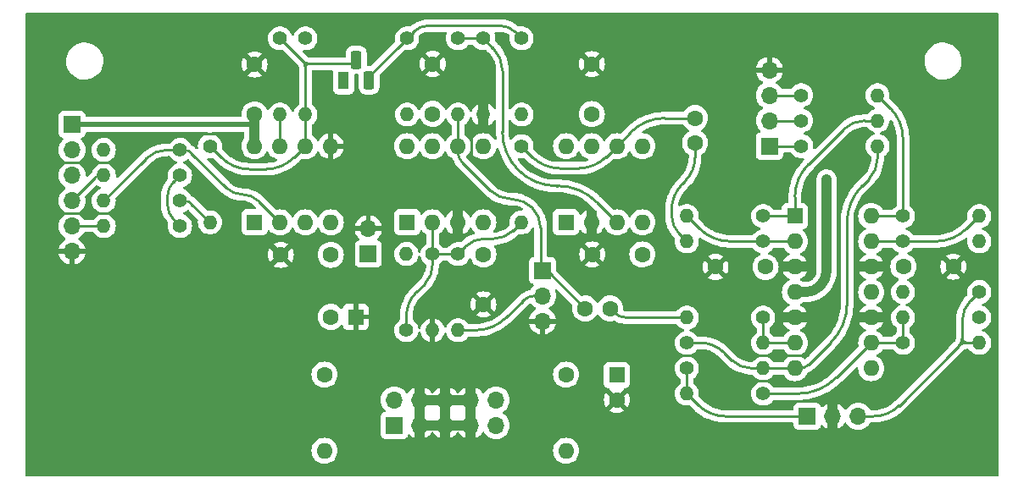
<source format=gbl>
%TF.GenerationSoftware,KiCad,Pcbnew,7.0.10*%
%TF.CreationDate,2025-10-26T16:30:34+00:00*%
%TF.ProjectId,Polivoks filter-R,506f6c69-766f-46b7-9320-66696c746572,rev?*%
%TF.SameCoordinates,Original*%
%TF.FileFunction,Copper,L2,Bot*%
%TF.FilePolarity,Positive*%
%FSLAX46Y46*%
G04 Gerber Fmt 4.6, Leading zero omitted, Abs format (unit mm)*
G04 Created by KiCad (PCBNEW 7.0.10) date 2025-10-26 16:30:34*
%MOMM*%
%LPD*%
G01*
G04 APERTURE LIST*
G04 Aperture macros list*
%AMRoundRect*
0 Rectangle with rounded corners*
0 $1 Rounding radius*
0 $2 $3 $4 $5 $6 $7 $8 $9 X,Y pos of 4 corners*
0 Add a 4 corners polygon primitive as box body*
4,1,4,$2,$3,$4,$5,$6,$7,$8,$9,$2,$3,0*
0 Add four circle primitives for the rounded corners*
1,1,$1+$1,$2,$3*
1,1,$1+$1,$4,$5*
1,1,$1+$1,$6,$7*
1,1,$1+$1,$8,$9*
0 Add four rect primitives between the rounded corners*
20,1,$1+$1,$2,$3,$4,$5,0*
20,1,$1+$1,$4,$5,$6,$7,0*
20,1,$1+$1,$6,$7,$8,$9,0*
20,1,$1+$1,$8,$9,$2,$3,0*%
G04 Aperture macros list end*
%TA.AperFunction,ComponentPad*%
%ADD10R,1.600000X1.600000*%
%TD*%
%TA.AperFunction,ComponentPad*%
%ADD11O,1.600000X1.600000*%
%TD*%
%TA.AperFunction,ComponentPad*%
%ADD12C,1.600000*%
%TD*%
%TA.AperFunction,ComponentPad*%
%ADD13C,1.400000*%
%TD*%
%TA.AperFunction,ComponentPad*%
%ADD14O,1.400000X1.400000*%
%TD*%
%TA.AperFunction,ComponentPad*%
%ADD15R,1.700000X1.700000*%
%TD*%
%TA.AperFunction,ComponentPad*%
%ADD16O,1.700000X1.700000*%
%TD*%
%TA.AperFunction,ComponentPad*%
%ADD17R,1.100000X1.800000*%
%TD*%
%TA.AperFunction,ComponentPad*%
%ADD18RoundRect,0.275000X-0.275000X-0.625000X0.275000X-0.625000X0.275000X0.625000X-0.275000X0.625000X0*%
%TD*%
%TA.AperFunction,ViaPad*%
%ADD19C,1.000000*%
%TD*%
%TA.AperFunction,Conductor*%
%ADD20C,0.250000*%
%TD*%
%TA.AperFunction,Conductor*%
%ADD21C,1.000000*%
%TD*%
%TA.AperFunction,Conductor*%
%ADD22C,0.500000*%
%TD*%
G04 APERTURE END LIST*
D10*
%TO.P,U2,1,NULL*%
%TO.N,unconnected-(U2A-NULL-Pad1)*%
X135699500Y-106311700D03*
D11*
%TO.P,U2,2,-*%
%TO.N,Net-(U2A--)*%
X138239500Y-106311700D03*
%TO.P,U2,3,+*%
%TO.N,GND*%
X140779500Y-106311700D03*
%TO.P,U2,4,V-*%
%TO.N,-12V*%
X143319500Y-106311700D03*
%TO.P,U2,5,NULL*%
%TO.N,unconnected-(U2A-NULL-Pad5)*%
X143319500Y-98691700D03*
%TO.P,U2,6*%
%TO.N,/RES1*%
X140779500Y-98691700D03*
%TO.P,U2,7,V+*%
%TO.N,+12V*%
X138239500Y-98691700D03*
%TO.P,U2,8,Iset*%
%TO.N,Net-(U2A-Iset)*%
X135699500Y-98691700D03*
%TD*%
D12*
%TO.P,C6,1*%
%TO.N,-12V*%
X143319500Y-109526700D03*
%TO.P,C6,2*%
%TO.N,GND*%
X143319500Y-114526700D03*
%TD*%
D13*
%TO.P,R29,1*%
%TO.N,/MIX*%
X175056800Y-93599000D03*
D14*
%TO.P,R29,2*%
%TO.N,Net-(R28-Pad1)*%
X182676800Y-93599000D03*
%TD*%
D12*
%TO.P,C3,1*%
%TO.N,+12V*%
X120459500Y-95516700D03*
%TO.P,C3,2*%
%TO.N,GND*%
X120459500Y-90516700D03*
%TD*%
D13*
%TO.P,R17,1*%
%TO.N,Net-(U4A--)*%
X171259500Y-108216700D03*
D14*
%TO.P,R17,2*%
%TO.N,Net-(C12-Pad2)*%
X163639500Y-108216700D03*
%TD*%
D13*
%TO.P,R22,1*%
%TO.N,/MIX2*%
X192849500Y-113284000D03*
D14*
%TO.P,R22,2*%
%TO.N,Net-(R19-Pad1)*%
X185229500Y-113284000D03*
%TD*%
D10*
%TO.P,U1,1*%
%TO.N,Net-(R5-Pad1)*%
X120459500Y-106311700D03*
D11*
%TO.P,U1,2,-*%
%TO.N,Net-(U1A--)*%
X122999500Y-106311700D03*
%TO.P,U1,3,+*%
%TO.N,/CV1_B*%
X125539500Y-106311700D03*
%TO.P,U1,4,V-*%
%TO.N,-12V*%
X128079500Y-106311700D03*
%TO.P,U1,5,+*%
%TO.N,GND*%
X128079500Y-98691700D03*
%TO.P,U1,6,-*%
%TO.N,Net-(Q1-B)*%
X125539500Y-98691700D03*
%TO.P,U1,7*%
%TO.N,Net-(Q1-E)*%
X122999500Y-98691700D03*
%TO.P,U1,8,V+*%
%TO.N,+12V*%
X120459500Y-98691700D03*
%TD*%
D13*
%TO.P,R1,1*%
%TO.N,Net-(U1A--)*%
X113030000Y-99060000D03*
D14*
%TO.P,R1,2*%
%TO.N,/CV1_A*%
X105410000Y-99060000D03*
%TD*%
D13*
%TO.P,R3,1*%
%TO.N,Net-(Q1-B)*%
X113030000Y-106680000D03*
D14*
%TO.P,R3,2*%
%TO.N,/CV2*%
X105410000Y-106680000D03*
%TD*%
D13*
%TO.P,R27,1*%
%TO.N,Net-(U4D--)*%
X185229500Y-108216700D03*
D14*
%TO.P,R27,2*%
%TO.N,Net-(R26-Pad1)*%
X192849500Y-108216700D03*
%TD*%
D15*
%TO.P,J12,1,Pin_1*%
%TO.N,/AUDIO_IN*%
X131826000Y-109479000D03*
D16*
%TO.P,J12,2,Pin_2*%
%TO.N,GND*%
X131826000Y-106939000D03*
%TD*%
D15*
%TO.P,J13,1,Pin_1*%
%TO.N,/MIX1*%
X175666400Y-125704600D03*
D16*
%TO.P,J13,2,Pin_2*%
%TO.N,GND*%
X178206400Y-125704600D03*
%TO.P,J13,3,Pin_3*%
%TO.N,/MIX2*%
X180746400Y-125704600D03*
%TD*%
D13*
%TO.P,R23,1*%
%TO.N,/LPO*%
X175056800Y-96139000D03*
D14*
%TO.P,R23,2*%
%TO.N,Net-(R19-Pad1)*%
X182676800Y-96139000D03*
%TD*%
D10*
%TO.P,C1,1*%
%TO.N,GND*%
X130581400Y-115773200D03*
D12*
%TO.P,C1,2*%
%TO.N,-12V*%
X128081400Y-115773200D03*
%TD*%
D10*
%TO.P,C2,1*%
%TO.N,+12V*%
X156654500Y-121591700D03*
D12*
%TO.P,C2,2*%
%TO.N,GND*%
X156654500Y-124091700D03*
%TD*%
D13*
%TO.P,R21,1*%
%TO.N,/MIX1*%
X163639500Y-120916700D03*
D14*
%TO.P,R21,2*%
%TO.N,Net-(R18-Pad1)*%
X171259500Y-120916700D03*
%TD*%
D13*
%TO.P,R6,1*%
%TO.N,Net-(Q1-B)*%
X116014500Y-98691700D03*
D14*
%TO.P,R6,2*%
%TO.N,Net-(R5-Pad1)*%
X116014500Y-106311700D03*
%TD*%
D12*
%TO.P,C7,1*%
%TO.N,+12V*%
X154152600Y-95478600D03*
%TO.P,C7,2*%
%TO.N,GND*%
X154152600Y-90478600D03*
%TD*%
D13*
%TO.P,R26,1*%
%TO.N,Net-(R26-Pad1)*%
X192849500Y-115824000D03*
D14*
%TO.P,R26,2*%
%TO.N,Net-(U4C--)*%
X185229500Y-115824000D03*
%TD*%
D13*
%TO.P,R24,1*%
%TO.N,Net-(U4C--)*%
X171259500Y-123456700D03*
D14*
%TO.P,R24,2*%
%TO.N,/MIX1*%
X163639500Y-123456700D03*
%TD*%
D12*
%TO.P,C4,1*%
%TO.N,-12V*%
X128079500Y-109566700D03*
%TO.P,C4,2*%
%TO.N,GND*%
X123079500Y-109566700D03*
%TD*%
%TO.P,C8,1*%
%TO.N,-12V*%
X159194500Y-109526700D03*
%TO.P,C8,2*%
%TO.N,GND*%
X154194500Y-109526700D03*
%TD*%
%TO.P,FB1,1*%
%TO.N,-12V*%
X127444500Y-121551700D03*
D11*
%TO.P,FB1,2*%
%TO.N,Net-(J3-Pin_1)*%
X127444500Y-129171700D03*
%TD*%
D13*
%TO.P,R25,1*%
%TO.N,Net-(U4C--)*%
X185229500Y-118364000D03*
D14*
%TO.P,R25,2*%
%TO.N,/MIX2*%
X192849500Y-118364000D03*
%TD*%
D13*
%TO.P,R9,1*%
%TO.N,Net-(U2A--)*%
X140779500Y-109486700D03*
D14*
%TO.P,R9,2*%
%TO.N,/RES2*%
X140779500Y-117106700D03*
%TD*%
D12*
%TO.P,C12,1*%
%TO.N,Net-(C12-Pad1)*%
X164465000Y-95885000D03*
%TO.P,C12,2*%
%TO.N,Net-(C12-Pad2)*%
X164465000Y-98385000D03*
%TD*%
D13*
%TO.P,R16,1*%
%TO.N,Net-(U4B--)*%
X171259500Y-115836700D03*
D14*
%TO.P,R16,2*%
%TO.N,Net-(C11-Pad2)*%
X163639500Y-115836700D03*
%TD*%
D13*
%TO.P,R28,1*%
%TO.N,Net-(R28-Pad1)*%
X185229500Y-105676700D03*
D14*
%TO.P,R28,2*%
%TO.N,Net-(U4D--)*%
X192849500Y-105676700D03*
%TD*%
D13*
%TO.P,R12,1*%
%TO.N,Net-(Q1-C)*%
X135699500Y-87896700D03*
D14*
%TO.P,R12,2*%
%TO.N,Net-(U2A-Iset)*%
X135699500Y-95516700D03*
%TD*%
D12*
%TO.P,C5,1*%
%TO.N,+12V*%
X138252200Y-95464000D03*
%TO.P,C5,2*%
%TO.N,GND*%
X138252200Y-90464000D03*
%TD*%
D13*
%TO.P,R5,1*%
%TO.N,Net-(R5-Pad1)*%
X113030000Y-104140000D03*
D14*
%TO.P,R5,2*%
%TO.N,Net-(U1A--)*%
X105410000Y-104140000D03*
%TD*%
D13*
%TO.P,R15,1*%
%TO.N,Net-(Q1-C)*%
X147129500Y-87896700D03*
D14*
%TO.P,R15,2*%
%TO.N,Net-(U3A-Iset)*%
X147129500Y-95516700D03*
%TD*%
D13*
%TO.P,R18,1*%
%TO.N,Net-(R18-Pad1)*%
X163639500Y-118376700D03*
D14*
%TO.P,R18,2*%
%TO.N,Net-(U4B--)*%
X171259500Y-118376700D03*
%TD*%
D12*
%TO.P,FB2,1*%
%TO.N,+12V*%
X151574500Y-121551700D03*
D11*
%TO.P,FB2,2*%
%TO.N,Net-(J3-Pin_10)*%
X151574500Y-129171700D03*
%TD*%
D13*
%TO.P,R20,1*%
%TO.N,/BPO*%
X175069500Y-98691700D03*
D14*
%TO.P,R20,2*%
%TO.N,Net-(R18-Pad1)*%
X182689500Y-98691700D03*
%TD*%
D12*
%TO.P,C10,1*%
%TO.N,-12V*%
X185269500Y-110744000D03*
%TO.P,C10,2*%
%TO.N,GND*%
X190269500Y-110744000D03*
%TD*%
D13*
%TO.P,R14,1*%
%TO.N,Net-(U3A-+)*%
X143319500Y-87896700D03*
D14*
%TO.P,R14,2*%
%TO.N,GND*%
X143319500Y-95516700D03*
%TD*%
D15*
%TO.P,J4,1,Pin_1*%
%TO.N,/BPO*%
X171894500Y-98681700D03*
D16*
%TO.P,J4,2,Pin_2*%
%TO.N,/LPO*%
X171894500Y-96141700D03*
%TO.P,J4,3,Pin_3*%
%TO.N,/MIX*%
X171894500Y-93601700D03*
%TO.P,J4,4,Pin_4*%
%TO.N,GND*%
X171894500Y-91061700D03*
%TD*%
D13*
%TO.P,R8,1*%
%TO.N,Net-(Q1-B)*%
X122999500Y-87896700D03*
D14*
%TO.P,R8,2*%
%TO.N,Net-(Q1-E)*%
X122999500Y-95516700D03*
%TD*%
D13*
%TO.P,R10,1*%
%TO.N,Net-(C12-Pad1)*%
X147129500Y-98691700D03*
D14*
%TO.P,R10,2*%
%TO.N,Net-(U2A--)*%
X147129500Y-106311700D03*
%TD*%
D13*
%TO.P,R11,1*%
%TO.N,Net-(U2A--)*%
X138239500Y-109486700D03*
D14*
%TO.P,R11,2*%
%TO.N,GND*%
X138239500Y-117106700D03*
%TD*%
D13*
%TO.P,R4,1*%
%TO.N,Net-(U2A--)*%
X135636000Y-117094000D03*
D14*
%TO.P,R4,2*%
%TO.N,/AUDIO_IN*%
X135636000Y-109474000D03*
%TD*%
D10*
%TO.P,U4,1*%
%TO.N,Net-(R19-Pad1)*%
X174434500Y-105676700D03*
D11*
%TO.P,U4,2,-*%
%TO.N,Net-(U4A--)*%
X174434500Y-108216700D03*
%TO.P,U4,3,+*%
%TO.N,GND*%
X174434500Y-110756700D03*
%TO.P,U4,4,V+*%
%TO.N,+12V*%
X174434500Y-113296700D03*
%TO.P,U4,5,+*%
%TO.N,GND*%
X174434500Y-115836700D03*
%TO.P,U4,6,-*%
%TO.N,Net-(U4B--)*%
X174434500Y-118376700D03*
%TO.P,U4,7*%
%TO.N,Net-(R18-Pad1)*%
X174434500Y-120916700D03*
%TO.P,U4,8*%
%TO.N,Net-(R26-Pad1)*%
X182054500Y-120916700D03*
%TO.P,U4,9,-*%
%TO.N,Net-(U4C--)*%
X182054500Y-118376700D03*
%TO.P,U4,10,+*%
%TO.N,GND*%
X182054500Y-115836700D03*
%TO.P,U4,11,V-*%
%TO.N,-12V*%
X182054500Y-113296700D03*
%TO.P,U4,12,+*%
%TO.N,GND*%
X182054500Y-110756700D03*
%TO.P,U4,13,-*%
%TO.N,Net-(U4D--)*%
X182054500Y-108216700D03*
%TO.P,U4,14*%
%TO.N,Net-(R28-Pad1)*%
X182054500Y-105676700D03*
%TD*%
D15*
%TO.P,J2,1,Pin_1*%
%TO.N,/RES1*%
X149225000Y-111125000D03*
D16*
%TO.P,J2,2,Pin_2*%
%TO.N,/RES2*%
X149225000Y-113665000D03*
%TO.P,J2,3,Pin_3*%
%TO.N,GND*%
X149225000Y-116205000D03*
%TD*%
D10*
%TO.P,U3,1,NULL*%
%TO.N,unconnected-(U3A-NULL-Pad1)*%
X151574500Y-106311700D03*
D11*
%TO.P,U3,2,-*%
%TO.N,GND*%
X154114500Y-106311700D03*
%TO.P,U3,3,+*%
%TO.N,Net-(U3A-+)*%
X156654500Y-106311700D03*
%TO.P,U3,4,V-*%
%TO.N,-12V*%
X159194500Y-106311700D03*
%TO.P,U3,5,NULL*%
%TO.N,unconnected-(U3A-NULL-Pad5)*%
X159194500Y-98691700D03*
%TO.P,U3,6*%
%TO.N,Net-(C12-Pad1)*%
X156654500Y-98691700D03*
%TO.P,U3,7,V+*%
%TO.N,+12V*%
X154114500Y-98691700D03*
%TO.P,U3,8,Iset*%
%TO.N,Net-(U3A-Iset)*%
X151574500Y-98691700D03*
%TD*%
D17*
%TO.P,Q1,1,E*%
%TO.N,Net-(Q1-E)*%
X129349500Y-92106700D03*
D18*
%TO.P,Q1,2,B*%
%TO.N,Net-(Q1-B)*%
X130619500Y-90036700D03*
%TO.P,Q1,3,C*%
%TO.N,Net-(Q1-C)*%
X131889500Y-92106700D03*
%TD*%
D15*
%TO.P,J1,1,Pin_1*%
%TO.N,+12V*%
X102235000Y-96520000D03*
D16*
%TO.P,J1,2,Pin_2*%
%TO.N,/CV1_A*%
X102235000Y-99060000D03*
%TO.P,J1,3,Pin_3*%
%TO.N,/CV1_B*%
X102235000Y-101600000D03*
%TO.P,J1,4,Pin_4*%
%TO.N,/FRQ*%
X102235000Y-104140000D03*
%TO.P,J1,5,Pin_5*%
%TO.N,/CV2*%
X102235000Y-106680000D03*
%TO.P,J1,6,Pin_6*%
%TO.N,GND*%
X102235000Y-109220000D03*
%TD*%
D12*
%TO.P,C9,1*%
%TO.N,+12V*%
X171500800Y-110769400D03*
%TO.P,C9,2*%
%TO.N,GND*%
X166500800Y-110769400D03*
%TD*%
%TO.P,C11,1*%
%TO.N,/RES1*%
X153479500Y-114935000D03*
%TO.P,C11,2*%
%TO.N,Net-(C11-Pad2)*%
X155979500Y-114935000D03*
%TD*%
D13*
%TO.P,R7,1*%
%TO.N,+12V*%
X125539500Y-87896700D03*
D14*
%TO.P,R7,2*%
%TO.N,Net-(Q1-B)*%
X125539500Y-95516700D03*
%TD*%
D13*
%TO.P,R19,1*%
%TO.N,Net-(R19-Pad1)*%
X171259500Y-105676700D03*
D14*
%TO.P,R19,2*%
%TO.N,Net-(U4A--)*%
X163639500Y-105676700D03*
%TD*%
D13*
%TO.P,R2,1*%
%TO.N,Net-(Q1-B)*%
X113030000Y-101600000D03*
D14*
%TO.P,R2,2*%
%TO.N,/FRQ*%
X105410000Y-101600000D03*
%TD*%
D15*
%TO.P,J3,1,Pin_1*%
%TO.N,Net-(J3-Pin_1)*%
X134429500Y-126631700D03*
D16*
%TO.P,J3,2,Pin_2*%
X134429500Y-124091700D03*
%TO.P,J3,3,Pin_3*%
%TO.N,GND*%
X136969500Y-126631700D03*
%TO.P,J3,4,Pin_4*%
X136969500Y-124091700D03*
%TO.P,J3,5,Pin_5*%
X139509500Y-126631700D03*
%TO.P,J3,6,Pin_6*%
X139509500Y-124091700D03*
%TO.P,J3,7,Pin_7*%
X142049500Y-126631700D03*
%TO.P,J3,8,Pin_8*%
X142049500Y-124091700D03*
%TO.P,J3,9,Pin_9*%
%TO.N,Net-(J3-Pin_10)*%
X144589500Y-126631700D03*
%TO.P,J3,10,Pin_10*%
X144589500Y-124091700D03*
%TD*%
D13*
%TO.P,R13,1*%
%TO.N,Net-(U3A-+)*%
X140779500Y-87896700D03*
D14*
%TO.P,R13,2*%
%TO.N,/RES1*%
X140779500Y-95516700D03*
%TD*%
D19*
%TO.N,+12V*%
X177596800Y-102006400D03*
%TD*%
D20*
%TO.N,GND*%
X162369500Y-119646700D02*
X164909500Y-119646700D01*
X114808000Y-97409000D02*
X117348000Y-97409000D01*
X142087600Y-99923600D02*
X142087600Y-97383600D01*
X169989500Y-122186700D02*
X172529500Y-122186700D01*
X169976800Y-119634000D02*
X172516800Y-119634000D01*
X104140000Y-105410000D02*
X106680000Y-105410000D01*
X100965000Y-105410000D02*
X103505000Y-105410000D01*
X104140000Y-100330000D02*
X106680000Y-100330000D01*
X173228000Y-119634000D02*
X175768000Y-119634000D01*
X100939600Y-100330000D02*
X103479600Y-100330000D01*
D21*
%TO.N,+12V*%
X120459500Y-95516700D02*
X120459500Y-98691700D01*
X177596800Y-102006400D02*
X177596800Y-111150354D01*
D22*
X102235000Y-96520000D02*
X120459500Y-96520000D01*
D21*
X175450454Y-113296700D02*
X174434500Y-113296700D01*
X175450454Y-113296681D02*
G75*
G03*
X176968150Y-112668050I46J2146281D01*
G01*
X176968163Y-112668063D02*
G75*
G03*
X177596800Y-111150354I-1517663J1517663D01*
G01*
D20*
%TO.N,/RES1*%
X149034500Y-110799796D02*
X149034500Y-106871074D01*
X149826654Y-111282154D02*
X153479500Y-114935000D01*
X146151025Y-103987600D02*
X146113500Y-103987600D01*
X140779500Y-98691700D02*
X140779500Y-95516700D01*
X149447250Y-111125000D02*
X149359703Y-111125000D01*
X141201572Y-100307572D02*
X144010515Y-103116515D01*
X140779500Y-99288600D02*
X140779500Y-98691700D01*
X148189942Y-104832158D02*
G75*
G03*
X146151025Y-103987600I-2038942J-2038942D01*
G01*
X149034502Y-110799796D02*
G75*
G03*
X149129750Y-111029750I325198J-4D01*
G01*
X149129749Y-111029751D02*
G75*
G03*
X149359703Y-111125000I229951J229951D01*
G01*
X144010509Y-103116521D02*
G75*
G03*
X146113500Y-103987600I2102991J2103021D01*
G01*
X140779488Y-99288600D02*
G75*
G03*
X141201573Y-100307571I1441012J0D01*
G01*
X149034510Y-106871074D02*
G75*
G03*
X148189949Y-104832151I-2883510J-26D01*
G01*
X149826667Y-111282141D02*
G75*
G03*
X149447250Y-111125000I-379367J-379359D01*
G01*
%TO.N,Net-(C11-Pad2)*%
X156430350Y-115385850D02*
X155979500Y-114935000D01*
X157518798Y-115836700D02*
X163639500Y-115836700D01*
X156430351Y-115385849D02*
G75*
G03*
X157518798Y-115836700I1088449J1088449D01*
G01*
%TO.N,Net-(C12-Pad1)*%
X148228050Y-99790250D02*
X147129500Y-98691700D01*
X155555950Y-99790250D02*
X156654500Y-98691700D01*
X150880184Y-100888800D02*
X152903815Y-100888800D01*
X156654500Y-98691700D02*
X158057850Y-97288350D01*
X161445836Y-95885000D02*
X164465000Y-95885000D01*
X152903815Y-100888806D02*
G75*
G03*
X155555950Y-99790250I-15J3750706D01*
G01*
X161445836Y-95885016D02*
G75*
G03*
X158057851Y-97288351I-36J-4791284D01*
G01*
X148228055Y-99790245D02*
G75*
G03*
X150880184Y-100888800I2652145J2652145D01*
G01*
%TO.N,Net-(C12-Pad2)*%
X162877500Y-107454700D02*
X163639500Y-108216700D01*
X162115500Y-105117900D02*
X162115500Y-105615069D01*
X164465000Y-99789300D02*
X164465000Y-98385000D01*
X163229051Y-102429547D02*
X163472009Y-102186590D01*
X163229053Y-102429549D02*
G75*
G03*
X162115500Y-105117900I2688347J-2688351D01*
G01*
X163472014Y-102186595D02*
G75*
G03*
X164465000Y-99789300I-2397314J2397295D01*
G01*
X162115513Y-105615069D02*
G75*
G03*
X162877500Y-107454700I2601587J-31D01*
G01*
%TO.N,/FRQ*%
X105092500Y-101600000D02*
X105410000Y-101600000D01*
X104550493Y-101824506D02*
X102235000Y-104140000D01*
X105092500Y-101599996D02*
G75*
G03*
X104550493Y-101824506I0J-766504D01*
G01*
%TO.N,/CV2*%
X102235000Y-106680000D02*
X105410000Y-106680000D01*
%TO.N,/RES2*%
X142553650Y-117106700D02*
X140779500Y-117106700D01*
X148497250Y-113665000D02*
X149225000Y-113665000D01*
X145582313Y-115852186D02*
X147254903Y-114179596D01*
X148497250Y-113665022D02*
G75*
G03*
X147254903Y-114179596I-50J-1756878D01*
G01*
X142553650Y-117106727D02*
G75*
G03*
X145582312Y-115852185I-50J4283227D01*
G01*
%TO.N,/BPO*%
X175064500Y-98686700D02*
X175069500Y-98691700D01*
X175052428Y-98681700D02*
X171894500Y-98681700D01*
X175064492Y-98686708D02*
G75*
G03*
X175052428Y-98681700I-12092J-12092D01*
G01*
%TO.N,/MIX*%
X171899109Y-93599000D02*
X175056800Y-93599000D01*
X171895850Y-93600350D02*
X171894500Y-93601700D01*
X171899109Y-93599004D02*
G75*
G03*
X171895850Y-93600350I-9J-4596D01*
G01*
%TO.N,/LPO*%
X171895850Y-96140350D02*
X171894500Y-96141700D01*
X171899109Y-96139000D02*
X175056800Y-96139000D01*
X171899109Y-96139004D02*
G75*
G03*
X171895850Y-96140350I-9J-4596D01*
G01*
%TO.N,Net-(Q1-E)*%
X122999500Y-98691700D02*
X122999500Y-95516700D01*
%TO.N,Net-(Q1-B)*%
X125539500Y-90824050D02*
X125539500Y-91598750D01*
X112395000Y-102235000D02*
X113030000Y-101600000D01*
X125539500Y-91598750D02*
X125539500Y-95516700D01*
X117163850Y-99841050D02*
X116014500Y-98691700D01*
X125539500Y-98691700D02*
X125539500Y-95516700D01*
X125926850Y-90436700D02*
X130619500Y-90436700D01*
X121615373Y-100990400D02*
X119938626Y-100990400D01*
X124390150Y-99841050D02*
X125539500Y-98691700D01*
X112395000Y-106045000D02*
X113030000Y-106680000D01*
X111760000Y-104511974D02*
X111760000Y-103768025D01*
X125265602Y-90162802D02*
X122999500Y-87896700D01*
X121615373Y-100990389D02*
G75*
G03*
X124390150Y-99841050I27J3924089D01*
G01*
X125539548Y-90824050D02*
G75*
G03*
X125265601Y-90162803I-935148J-50D01*
G01*
X111760011Y-104511974D02*
G75*
G03*
X112395000Y-106045000I2167989J-26D01*
G01*
X125265636Y-90162768D02*
G75*
G03*
X125926850Y-90436700I661264J661168D01*
G01*
X112394992Y-102234992D02*
G75*
G03*
X111760000Y-103768025I1533008J-1533008D01*
G01*
X117163842Y-99841058D02*
G75*
G03*
X119938626Y-100990400I2774758J2774758D01*
G01*
X125926850Y-90436700D02*
G75*
G03*
X125539500Y-90824050I-50J-387300D01*
G01*
%TO.N,Net-(Q1-C)*%
X144961474Y-86626700D02*
X137867525Y-86626700D01*
X136334500Y-87261700D02*
X135064500Y-88531700D01*
X135064500Y-88531700D02*
X131889500Y-91706700D01*
X146494500Y-87261700D02*
X147129500Y-87896700D01*
X146494508Y-87261692D02*
G75*
G03*
X144961474Y-86626700I-1533008J-1533008D01*
G01*
X137867525Y-86626711D02*
G75*
G03*
X136334500Y-87261700I-25J-2167989D01*
G01*
%TO.N,Net-(U2A--)*%
X138239500Y-107581700D02*
X138239500Y-108851700D01*
X138239500Y-109486700D02*
X138239500Y-110591600D01*
X140779500Y-109486700D02*
X138239500Y-109486700D01*
X146304000Y-107137200D02*
X147129500Y-106311700D01*
X138239500Y-108851700D02*
X138239500Y-109486700D01*
X138239500Y-107581700D02*
X138239500Y-106311700D01*
X140779500Y-109486700D02*
X141541500Y-108724700D01*
X144311066Y-107962700D02*
X143381130Y-107962700D01*
X136623827Y-113312171D02*
X137458217Y-112477782D01*
X135636000Y-115697000D02*
X135636000Y-117094000D01*
X143381130Y-107962713D02*
G75*
G03*
X141541500Y-108724700I-30J-2601587D01*
G01*
X136623819Y-113312163D02*
G75*
G03*
X135636000Y-115697000I2384881J-2384837D01*
G01*
X137458225Y-112477790D02*
G75*
G03*
X138239500Y-110591600I-1886225J1886190D01*
G01*
X144311066Y-107962686D02*
G75*
G03*
X146304000Y-107137200I34J2818386D01*
G01*
%TO.N,Net-(R5-Pad1)*%
X114130168Y-104427368D02*
X116014500Y-106311700D01*
X113436400Y-104140000D02*
X113030000Y-104140000D01*
X114130160Y-104427376D02*
G75*
G03*
X113436400Y-104140000I-693760J-693724D01*
G01*
%TO.N,Net-(U3A-+)*%
X143319500Y-87896700D02*
X140779500Y-87896700D01*
X144272000Y-88849200D02*
X143319500Y-87896700D01*
X154603392Y-104260592D02*
X156654500Y-106311700D01*
X145224500Y-91148738D02*
X145224500Y-97268416D01*
X150622883Y-102666800D02*
X150755636Y-102666800D01*
X145224494Y-97268416D02*
G75*
G03*
X146805651Y-101085649I5398406J16D01*
G01*
X154603384Y-104260600D02*
G75*
G03*
X150755636Y-102666800I-3847784J-3847800D01*
G01*
X146805655Y-101085645D02*
G75*
G03*
X150622883Y-102666800I3817245J3817245D01*
G01*
X145224484Y-91148738D02*
G75*
G03*
X144272000Y-88849200I-3251984J38D01*
G01*
%TO.N,Net-(U4B--)*%
X171259500Y-118376700D02*
X174434500Y-118376700D01*
X171259500Y-118376700D02*
X171259500Y-115836700D01*
%TO.N,Net-(U4C--)*%
X174720536Y-123456700D02*
X171259500Y-123456700D01*
X185207819Y-118376700D02*
X182054500Y-118376700D01*
X185229500Y-118355019D02*
X185229500Y-115824000D01*
X182054500Y-118376700D02*
X178568292Y-121862907D01*
X185223144Y-118370344D02*
G75*
G03*
X185229500Y-118355019I-15344J15344D01*
G01*
X185207819Y-118376708D02*
G75*
G03*
X185223150Y-118370350I-19J21708D01*
G01*
X174720536Y-123456710D02*
G75*
G03*
X178568292Y-121862907I-36J5441610D01*
G01*
%TO.N,Net-(R18-Pad1)*%
X171259500Y-120916700D02*
X174434500Y-120916700D01*
X165011100Y-118376700D02*
X163639500Y-118376700D01*
X181165499Y-102652425D02*
X181827987Y-101989938D01*
X168096516Y-120090516D02*
X167352567Y-119346567D01*
X175809710Y-120557489D02*
X178047707Y-118319492D01*
X174942500Y-120916700D02*
X174434500Y-120916700D01*
X182689500Y-99910063D02*
X182689500Y-98691700D01*
X179641500Y-106331687D02*
X179641500Y-114471736D01*
X171259500Y-120916700D02*
X170091100Y-120916700D01*
X181165498Y-102652424D02*
G75*
G03*
X179641500Y-106331687I3679302J-3679276D01*
G01*
X181828008Y-101989959D02*
G75*
G03*
X182689500Y-99910063I-2079908J2079859D01*
G01*
X178047700Y-118319485D02*
G75*
G03*
X179641500Y-114471736I-3847800J3847785D01*
G01*
X168096509Y-120090523D02*
G75*
G03*
X170091100Y-120916700I1994591J1994623D01*
G01*
X174942500Y-120916705D02*
G75*
G03*
X175809710Y-120557489I0J1226405D01*
G01*
X167352560Y-119346574D02*
G75*
G03*
X165011100Y-118376700I-2341460J-2341426D01*
G01*
%TO.N,Net-(R19-Pad1)*%
X174434500Y-105676700D02*
X171259500Y-105676700D01*
X174434500Y-105676700D02*
X174434500Y-103771700D01*
X181419500Y-96139000D02*
X182676800Y-96139000D01*
X179273154Y-97028045D02*
X175781538Y-100519661D01*
X181419500Y-96139003D02*
G75*
G03*
X179273155Y-97028046I0J-3035397D01*
G01*
X175781534Y-100519657D02*
G75*
G03*
X174434500Y-103771700I3252066J-3252043D01*
G01*
%TO.N,/MIX1*%
X175623039Y-125730000D02*
X167520265Y-125730000D01*
X163639500Y-123456700D02*
X163639500Y-120916700D01*
X175653700Y-125717300D02*
X175666400Y-125704600D01*
X163639500Y-123456700D02*
X164776150Y-124593350D01*
X175623039Y-125730016D02*
G75*
G03*
X175653700Y-125717300I-39J43416D01*
G01*
X164776160Y-124593340D02*
G75*
G03*
X167520265Y-125730000I2744140J2744140D01*
G01*
%TO.N,/MIX2*%
X191135000Y-117914987D02*
X191135000Y-116210834D01*
X190817500Y-118681500D02*
X190182500Y-119316500D01*
X191584012Y-118364000D02*
X192849500Y-118364000D01*
X180759100Y-125717300D02*
X180746400Y-125704600D01*
X184828670Y-124670329D02*
X190182500Y-119316500D01*
X180789760Y-125730000D02*
X182270400Y-125730000D01*
X191992250Y-114141250D02*
X192849500Y-113284000D01*
X191584012Y-118364006D02*
G75*
G03*
X190817500Y-118681500I-12J-1083994D01*
G01*
X191135000Y-117914987D02*
G75*
G03*
X191584012Y-118364000I449000J-13D01*
G01*
X191992240Y-114141240D02*
G75*
G03*
X191135000Y-116210834I2069560J-2069560D01*
G01*
X182270400Y-125730011D02*
G75*
G03*
X184828670Y-124670329I0J3617911D01*
G01*
X190817504Y-118681504D02*
G75*
G03*
X191135000Y-117914987I-766504J766504D01*
G01*
X180759112Y-125717288D02*
G75*
G03*
X180789760Y-125730000I30688J30688D01*
G01*
%TO.N,Net-(U4A--)*%
X167975551Y-108216700D02*
X171259500Y-108216700D01*
X171259500Y-108216700D02*
X174434500Y-108216700D01*
X164909500Y-106946700D02*
X163639500Y-105676700D01*
X164909514Y-106946686D02*
G75*
G03*
X167975551Y-108216700I3066086J3066086D01*
G01*
%TO.N,Net-(U4D--)*%
X185229500Y-108216700D02*
X182054500Y-108216700D01*
X188513448Y-108216700D02*
X185229500Y-108216700D01*
X191579500Y-106946700D02*
X192849500Y-105676700D01*
X188513448Y-108216720D02*
G75*
G03*
X191579500Y-106946700I-48J4336120D01*
G01*
%TO.N,Net-(R28-Pad1)*%
X185229500Y-105676700D02*
X182054500Y-105676700D01*
X183953150Y-94875350D02*
X182676800Y-93599000D01*
X185229500Y-105676700D02*
X185229500Y-97956731D01*
X185229486Y-97956731D02*
G75*
G03*
X183953149Y-94875351I-4357686J31D01*
G01*
%TO.N,Net-(U1A--)*%
X113030000Y-99060000D02*
X111760000Y-99060000D01*
X109591974Y-99958025D02*
X105410000Y-104140000D01*
X117639680Y-102856880D02*
X114130168Y-99347368D01*
X113436400Y-99060000D02*
X113030000Y-99060000D01*
X120891719Y-104203919D02*
X122999500Y-106311700D01*
X120891711Y-104203927D02*
G75*
G03*
X119265700Y-103530400I-1626011J-1625973D01*
G01*
X114130160Y-99347376D02*
G75*
G03*
X113436400Y-99060000I-693760J-693724D01*
G01*
X111760000Y-99059985D02*
G75*
G03*
X109591975Y-99958026I0J-3066015D01*
G01*
X117639688Y-102856872D02*
G75*
G03*
X119265700Y-103530400I1626012J1625972D01*
G01*
%TD*%
%TA.AperFunction,Conductor*%
%TO.N,GND*%
G36*
X184093816Y-96081895D02*
G01*
X184114302Y-96110459D01*
X184251812Y-96374615D01*
X184256384Y-96384419D01*
X184376841Y-96675229D01*
X184380541Y-96685395D01*
X184425141Y-96826851D01*
X184474632Y-96983821D01*
X184475190Y-96985589D01*
X184477989Y-96996037D01*
X184493526Y-97066120D01*
X184546118Y-97303351D01*
X184547996Y-97314004D01*
X184551812Y-97342989D01*
X184584247Y-97589371D01*
X184589079Y-97626071D01*
X184590022Y-97636848D01*
X184603882Y-97954349D01*
X184604000Y-97959757D01*
X184604000Y-104582933D01*
X184584315Y-104649972D01*
X184545278Y-104688360D01*
X184502936Y-104714577D01*
X184338520Y-104864461D01*
X184234712Y-105001927D01*
X184178603Y-105043563D01*
X184135758Y-105051200D01*
X183268688Y-105051200D01*
X183201649Y-105031515D01*
X183167113Y-104998323D01*
X183054545Y-104837558D01*
X182893641Y-104676654D01*
X182707234Y-104546132D01*
X182707232Y-104546131D01*
X182500997Y-104449961D01*
X182500988Y-104449958D01*
X182281197Y-104391066D01*
X182281193Y-104391065D01*
X182281192Y-104391065D01*
X182281191Y-104391064D01*
X182281186Y-104391064D01*
X182054502Y-104371232D01*
X182054498Y-104371232D01*
X181827813Y-104391064D01*
X181827802Y-104391066D01*
X181608011Y-104449958D01*
X181608002Y-104449961D01*
X181401767Y-104546131D01*
X181401765Y-104546132D01*
X181215358Y-104676654D01*
X181054454Y-104837558D01*
X180923932Y-105023965D01*
X180923931Y-105023967D01*
X180827761Y-105230202D01*
X180827758Y-105230211D01*
X180768866Y-105450002D01*
X180768864Y-105450013D01*
X180749032Y-105676698D01*
X180749032Y-105676701D01*
X180768864Y-105903386D01*
X180768866Y-105903397D01*
X180827758Y-106123188D01*
X180827761Y-106123197D01*
X180923931Y-106329432D01*
X180923932Y-106329434D01*
X181054454Y-106515841D01*
X181215358Y-106676745D01*
X181215361Y-106676747D01*
X181401766Y-106807268D01*
X181459775Y-106834318D01*
X181512214Y-106880491D01*
X181531366Y-106947684D01*
X181511150Y-107014565D01*
X181459775Y-107059082D01*
X181401767Y-107086131D01*
X181401765Y-107086132D01*
X181215358Y-107216654D01*
X181054454Y-107377558D01*
X180923932Y-107563965D01*
X180923931Y-107563967D01*
X180827761Y-107770202D01*
X180827758Y-107770211D01*
X180768866Y-107990002D01*
X180768864Y-107990013D01*
X180749032Y-108216698D01*
X180749032Y-108216701D01*
X180768864Y-108443386D01*
X180768866Y-108443397D01*
X180827758Y-108663188D01*
X180827761Y-108663197D01*
X180923931Y-108869432D01*
X180923932Y-108869434D01*
X181054454Y-109055841D01*
X181215358Y-109216745D01*
X181215361Y-109216747D01*
X181401766Y-109347268D01*
X181460365Y-109374593D01*
X181512805Y-109420765D01*
X181531957Y-109487958D01*
X181511742Y-109554839D01*
X181460367Y-109599357D01*
X181402015Y-109626567D01*
X181215679Y-109757042D01*
X181054842Y-109917879D01*
X180924365Y-110104217D01*
X180853262Y-110256699D01*
X180853262Y-110256700D01*
X183255738Y-110256700D01*
X183255737Y-110256699D01*
X183184634Y-110104217D01*
X183054157Y-109917879D01*
X182893320Y-109757042D01*
X182706982Y-109626565D01*
X182648633Y-109599357D01*
X182596194Y-109553184D01*
X182577042Y-109485991D01*
X182597258Y-109419110D01*
X182648629Y-109374595D01*
X182707234Y-109347268D01*
X182893639Y-109216747D01*
X183054547Y-109055839D01*
X183153714Y-108914213D01*
X183167113Y-108895077D01*
X183221689Y-108851452D01*
X183268688Y-108842200D01*
X184135758Y-108842200D01*
X184202797Y-108861885D01*
X184234712Y-108891473D01*
X184338520Y-109028938D01*
X184502937Y-109178823D01*
X184502939Y-109178825D01*
X184692095Y-109295945D01*
X184692097Y-109295946D01*
X184692099Y-109295947D01*
X184751601Y-109318998D01*
X184807003Y-109361570D01*
X184830594Y-109427337D01*
X184814883Y-109495417D01*
X184764860Y-109544197D01*
X184759213Y-109547007D01*
X184616767Y-109613431D01*
X184616765Y-109613432D01*
X184430358Y-109743954D01*
X184269454Y-109904858D01*
X184138932Y-110091265D01*
X184138931Y-110091267D01*
X184042761Y-110297502D01*
X184042758Y-110297511D01*
X183983866Y-110517302D01*
X183983864Y-110517313D01*
X183964032Y-110743998D01*
X183964032Y-110744001D01*
X183983864Y-110970686D01*
X183983866Y-110970697D01*
X184042758Y-111190488D01*
X184042761Y-111190497D01*
X184138931Y-111396732D01*
X184138932Y-111396734D01*
X184269454Y-111583141D01*
X184430358Y-111744045D01*
X184430361Y-111744047D01*
X184616766Y-111874568D01*
X184774089Y-111947929D01*
X184826528Y-111994101D01*
X184845680Y-112061295D01*
X184825464Y-112128176D01*
X184772299Y-112173511D01*
X184766478Y-112175937D01*
X184692110Y-112204747D01*
X184692095Y-112204754D01*
X184502939Y-112321874D01*
X184502937Y-112321876D01*
X184338520Y-112471761D01*
X184204443Y-112649308D01*
X184204438Y-112649316D01*
X184105275Y-112848461D01*
X184105269Y-112848476D01*
X184044385Y-113062462D01*
X184044384Y-113062464D01*
X184023857Y-113283999D01*
X184023857Y-113284000D01*
X184044385Y-113505536D01*
X184105269Y-113719523D01*
X184105275Y-113719538D01*
X184204438Y-113918683D01*
X184204443Y-113918691D01*
X184338520Y-114096238D01*
X184502937Y-114246123D01*
X184502939Y-114246125D01*
X184692095Y-114363245D01*
X184692096Y-114363245D01*
X184692099Y-114363247D01*
X184886024Y-114438374D01*
X184941424Y-114480946D01*
X184965015Y-114546713D01*
X184949304Y-114614793D01*
X184899280Y-114663572D01*
X184886033Y-114669622D01*
X184737988Y-114726975D01*
X184692101Y-114744752D01*
X184692095Y-114744754D01*
X184502939Y-114861874D01*
X184502937Y-114861876D01*
X184338520Y-115011761D01*
X184204443Y-115189308D01*
X184204438Y-115189316D01*
X184105275Y-115388461D01*
X184105269Y-115388476D01*
X184044385Y-115602462D01*
X184044384Y-115602464D01*
X184023857Y-115823999D01*
X184023857Y-115824000D01*
X184044384Y-116045535D01*
X184044385Y-116045537D01*
X184105269Y-116259523D01*
X184105275Y-116259538D01*
X184204438Y-116458683D01*
X184204443Y-116458691D01*
X184338520Y-116636238D01*
X184502933Y-116786120D01*
X184502935Y-116786122D01*
X184502937Y-116786123D01*
X184502938Y-116786124D01*
X184545278Y-116812339D01*
X184591912Y-116864364D01*
X184604000Y-116917765D01*
X184604000Y-117270233D01*
X184584315Y-117337272D01*
X184545278Y-117375660D01*
X184502936Y-117401877D01*
X184338519Y-117551762D01*
X184338517Y-117551765D01*
X184225122Y-117701926D01*
X184169014Y-117743563D01*
X184126168Y-117751200D01*
X183268688Y-117751200D01*
X183201649Y-117731515D01*
X183167113Y-117698323D01*
X183054545Y-117537558D01*
X182893641Y-117376654D01*
X182707234Y-117246132D01*
X182707232Y-117246131D01*
X182656184Y-117222327D01*
X182648632Y-117218805D01*
X182596194Y-117172634D01*
X182577042Y-117105440D01*
X182597258Y-117038559D01*
X182648634Y-116994041D01*
X182706984Y-116966832D01*
X182893320Y-116836357D01*
X183054157Y-116675520D01*
X183184634Y-116489182D01*
X183255737Y-116336700D01*
X180853262Y-116336700D01*
X180924365Y-116489182D01*
X181054842Y-116675520D01*
X181215679Y-116836357D01*
X181402018Y-116966834D01*
X181402020Y-116966835D01*
X181460365Y-116994042D01*
X181512805Y-117040214D01*
X181531957Y-117107407D01*
X181511742Y-117174289D01*
X181460367Y-117218805D01*
X181401768Y-117246131D01*
X181401764Y-117246133D01*
X181215358Y-117376654D01*
X181054454Y-117537558D01*
X180923932Y-117723965D01*
X180923931Y-117723967D01*
X180827761Y-117930202D01*
X180827758Y-117930211D01*
X180768866Y-118150002D01*
X180768864Y-118150013D01*
X180755112Y-118307200D01*
X180749032Y-118376700D01*
X180768864Y-118603386D01*
X180768865Y-118603391D01*
X180768866Y-118603397D01*
X180787180Y-118671748D01*
X180785517Y-118741597D01*
X180755086Y-118791521D01*
X178127721Y-121418886D01*
X178124211Y-121422261D01*
X177851888Y-121673993D01*
X177844485Y-121680316D01*
X177555158Y-121908403D01*
X177547281Y-121914126D01*
X177240965Y-122118799D01*
X177232663Y-122123886D01*
X176911234Y-122303896D01*
X176902559Y-122308317D01*
X176567981Y-122462560D01*
X176558986Y-122466286D01*
X176213335Y-122593805D01*
X176204075Y-122596813D01*
X175849508Y-122696813D01*
X175840041Y-122699086D01*
X175478704Y-122770962D01*
X175469087Y-122772485D01*
X175103233Y-122815788D01*
X175093527Y-122816552D01*
X174723229Y-122831104D01*
X174718360Y-122831200D01*
X172353242Y-122831200D01*
X172286203Y-122811515D01*
X172254288Y-122781927D01*
X172150479Y-122644461D01*
X171986062Y-122494576D01*
X171986060Y-122494574D01*
X171796904Y-122377454D01*
X171796895Y-122377450D01*
X171703456Y-122341252D01*
X171602975Y-122302325D01*
X171547575Y-122259754D01*
X171523984Y-122193988D01*
X171539695Y-122125907D01*
X171589719Y-122077128D01*
X171602966Y-122071077D01*
X171796901Y-121995947D01*
X171986062Y-121878824D01*
X172150481Y-121728936D01*
X172254288Y-121591472D01*
X172310397Y-121549837D01*
X172353242Y-121542200D01*
X173220312Y-121542200D01*
X173287351Y-121561885D01*
X173321887Y-121595077D01*
X173434454Y-121755841D01*
X173595358Y-121916745D01*
X173595361Y-121916747D01*
X173781766Y-122047268D01*
X173988004Y-122143439D01*
X174207808Y-122202335D01*
X174369730Y-122216501D01*
X174434498Y-122222168D01*
X174434500Y-122222168D01*
X174434502Y-122222168D01*
X174491173Y-122217209D01*
X174661192Y-122202335D01*
X174880996Y-122143439D01*
X175087234Y-122047268D01*
X175273639Y-121916747D01*
X175434547Y-121755839D01*
X175565068Y-121569434D01*
X175621279Y-121448888D01*
X175667451Y-121396450D01*
X175686199Y-121386736D01*
X175763346Y-121354781D01*
X175973585Y-121233398D01*
X176166182Y-121085610D01*
X176252010Y-120999779D01*
X176252011Y-120999779D01*
X176288772Y-120963017D01*
X178426088Y-118825699D01*
X178426093Y-118825696D01*
X178436297Y-118815491D01*
X178436299Y-118815491D01*
X178490003Y-118761786D01*
X178517827Y-118733962D01*
X178517830Y-118733957D01*
X178520662Y-118731126D01*
X178520861Y-118730912D01*
X178643215Y-118608560D01*
X178927011Y-118281041D01*
X179186719Y-117934110D01*
X179421017Y-117569537D01*
X179628709Y-117189178D01*
X179808738Y-116794972D01*
X179960186Y-116388927D01*
X180082282Y-115973113D01*
X180086164Y-115955272D01*
X180111958Y-115836700D01*
X181649514Y-115836700D01*
X181669335Y-115961848D01*
X181726859Y-116074745D01*
X181816455Y-116164341D01*
X181929352Y-116221865D01*
X182023019Y-116236700D01*
X182085981Y-116236700D01*
X182179648Y-116221865D01*
X182292545Y-116164341D01*
X182382141Y-116074745D01*
X182439665Y-115961848D01*
X182459486Y-115836700D01*
X182439665Y-115711552D01*
X182382141Y-115598655D01*
X182292545Y-115509059D01*
X182179648Y-115451535D01*
X182085981Y-115436700D01*
X182023019Y-115436700D01*
X181929352Y-115451535D01*
X181816455Y-115509059D01*
X181726859Y-115598655D01*
X181669335Y-115711552D01*
X181649514Y-115836700D01*
X180111958Y-115836700D01*
X180174402Y-115549653D01*
X180174403Y-115549648D01*
X180236080Y-115120690D01*
X180266998Y-114688425D01*
X180266998Y-114565192D01*
X180267000Y-114565188D01*
X180267000Y-113296701D01*
X180749032Y-113296701D01*
X180768864Y-113523386D01*
X180768866Y-113523397D01*
X180827758Y-113743188D01*
X180827761Y-113743197D01*
X180923931Y-113949432D01*
X180923932Y-113949434D01*
X181054454Y-114135841D01*
X181215358Y-114296745D01*
X181248034Y-114319625D01*
X181401766Y-114427268D01*
X181460365Y-114454593D01*
X181512805Y-114500765D01*
X181531957Y-114567958D01*
X181511742Y-114634839D01*
X181460367Y-114679357D01*
X181402015Y-114706567D01*
X181215679Y-114837042D01*
X181054842Y-114997879D01*
X180924365Y-115184217D01*
X180853262Y-115336699D01*
X180853262Y-115336700D01*
X183255738Y-115336700D01*
X183255737Y-115336699D01*
X183184634Y-115184217D01*
X183054157Y-114997879D01*
X182893320Y-114837042D01*
X182706982Y-114706565D01*
X182648633Y-114679357D01*
X182596194Y-114633184D01*
X182577042Y-114565991D01*
X182597258Y-114499110D01*
X182648629Y-114454595D01*
X182707234Y-114427268D01*
X182893639Y-114296747D01*
X183054547Y-114135839D01*
X183185068Y-113949434D01*
X183281239Y-113743196D01*
X183340135Y-113523392D01*
X183359968Y-113296700D01*
X183340135Y-113070008D01*
X183281239Y-112850204D01*
X183185068Y-112643966D01*
X183054547Y-112457561D01*
X183054545Y-112457558D01*
X182893641Y-112296654D01*
X182707234Y-112166132D01*
X182707232Y-112166131D01*
X182673265Y-112150292D01*
X182648632Y-112138805D01*
X182596194Y-112092634D01*
X182577042Y-112025440D01*
X182597258Y-111958559D01*
X182648634Y-111914041D01*
X182706984Y-111886832D01*
X182893320Y-111756357D01*
X183054157Y-111595520D01*
X183184634Y-111409182D01*
X183255737Y-111256700D01*
X180853262Y-111256700D01*
X180924365Y-111409182D01*
X181054842Y-111595520D01*
X181215679Y-111756357D01*
X181402018Y-111886834D01*
X181402020Y-111886835D01*
X181460365Y-111914042D01*
X181512805Y-111960214D01*
X181531957Y-112027407D01*
X181511742Y-112094289D01*
X181460367Y-112138805D01*
X181435735Y-112150292D01*
X181401764Y-112166133D01*
X181215358Y-112296654D01*
X181054454Y-112457558D01*
X180923932Y-112643965D01*
X180923931Y-112643967D01*
X180827761Y-112850202D01*
X180827758Y-112850211D01*
X180768866Y-113070002D01*
X180768864Y-113070013D01*
X180749032Y-113296698D01*
X180749032Y-113296701D01*
X180267000Y-113296701D01*
X180267000Y-110756700D01*
X181649514Y-110756700D01*
X181669335Y-110881848D01*
X181726859Y-110994745D01*
X181816455Y-111084341D01*
X181929352Y-111141865D01*
X182023019Y-111156700D01*
X182085981Y-111156700D01*
X182179648Y-111141865D01*
X182292545Y-111084341D01*
X182382141Y-110994745D01*
X182439665Y-110881848D01*
X182459486Y-110756700D01*
X182439665Y-110631552D01*
X182382141Y-110518655D01*
X182292545Y-110429059D01*
X182179648Y-110371535D01*
X182085981Y-110356700D01*
X182023019Y-110356700D01*
X181929352Y-110371535D01*
X181816455Y-110429059D01*
X181726859Y-110518655D01*
X181669335Y-110631552D01*
X181649514Y-110756700D01*
X180267000Y-110756700D01*
X180267000Y-106334391D01*
X180267118Y-106328982D01*
X180270808Y-106244472D01*
X180284185Y-105938094D01*
X180285125Y-105927362D01*
X180335841Y-105542130D01*
X180337718Y-105531489D01*
X180339018Y-105525627D01*
X180421816Y-105152147D01*
X180424608Y-105141727D01*
X180541454Y-104771139D01*
X180545138Y-104761018D01*
X180693836Y-104402031D01*
X180698402Y-104392241D01*
X180706552Y-104376586D01*
X180821294Y-104156166D01*
X180877805Y-104047609D01*
X180883213Y-104038241D01*
X180904574Y-104004711D01*
X181091980Y-103710541D01*
X181098170Y-103701701D01*
X181334697Y-103393452D01*
X181341647Y-103385169D01*
X181605966Y-103096711D01*
X181609635Y-103092879D01*
X181661500Y-103041014D01*
X181661499Y-103041014D01*
X182204660Y-102497853D01*
X182204670Y-102497846D01*
X182216582Y-102485933D01*
X182216584Y-102485933D01*
X182233948Y-102468568D01*
X182234041Y-102468517D01*
X182270308Y-102432248D01*
X182270309Y-102432249D01*
X182394215Y-102308341D01*
X182616542Y-102037428D01*
X182811244Y-101746028D01*
X182976447Y-101436946D01*
X183110559Y-101113161D01*
X183212288Y-100777789D01*
X183280656Y-100434060D01*
X183315003Y-100085286D01*
X183315000Y-99910055D01*
X183315000Y-99872236D01*
X183315000Y-99785465D01*
X183334685Y-99718426D01*
X183373720Y-99680040D01*
X183416062Y-99653824D01*
X183553791Y-99528267D01*
X183580479Y-99503938D01*
X183585256Y-99497613D01*
X183714558Y-99326389D01*
X183813729Y-99127228D01*
X183874615Y-98913236D01*
X183895143Y-98691700D01*
X183888912Y-98624461D01*
X183874615Y-98470164D01*
X183874614Y-98470162D01*
X183869917Y-98453655D01*
X183813729Y-98256172D01*
X183813724Y-98256161D01*
X183714561Y-98057016D01*
X183714556Y-98057008D01*
X183580479Y-97879461D01*
X183416062Y-97729576D01*
X183416060Y-97729574D01*
X183226904Y-97612454D01*
X183226898Y-97612452D01*
X183019440Y-97532082D01*
X183019434Y-97532081D01*
X183014094Y-97530012D01*
X183014612Y-97528673D01*
X182961396Y-97495088D01*
X182931849Y-97431773D01*
X182941224Y-97362535D01*
X182986543Y-97309357D01*
X183009632Y-97297497D01*
X183214201Y-97218247D01*
X183403362Y-97101124D01*
X183567781Y-96951236D01*
X183701858Y-96773689D01*
X183801029Y-96574528D01*
X183861915Y-96360536D01*
X183880842Y-96156274D01*
X183906628Y-96091338D01*
X183963428Y-96050650D01*
X184033209Y-96047130D01*
X184093816Y-96081895D01*
G37*
%TD.AperFunction*%
%TA.AperFunction,Conductor*%
G36*
X163317851Y-96530185D02*
G01*
X163352387Y-96563377D01*
X163464954Y-96724141D01*
X163625858Y-96885045D01*
X163646842Y-96899738D01*
X163812266Y-97015568D01*
X163827387Y-97022619D01*
X163879825Y-97068791D01*
X163898976Y-97135985D01*
X163878760Y-97202866D01*
X163827387Y-97247380D01*
X163812266Y-97254432D01*
X163812264Y-97254433D01*
X163625858Y-97384954D01*
X163464954Y-97545858D01*
X163334432Y-97732265D01*
X163334431Y-97732267D01*
X163238261Y-97938502D01*
X163238258Y-97938511D01*
X163179366Y-98158302D01*
X163179364Y-98158313D01*
X163159532Y-98384998D01*
X163159532Y-98385001D01*
X163179364Y-98611686D01*
X163179366Y-98611697D01*
X163238258Y-98831488D01*
X163238261Y-98831497D01*
X163334431Y-99037732D01*
X163334432Y-99037734D01*
X163464954Y-99224141D01*
X163625858Y-99385045D01*
X163786623Y-99497613D01*
X163830248Y-99552189D01*
X163839500Y-99599188D01*
X163839500Y-99786249D01*
X163839351Y-99792334D01*
X163826485Y-100054215D01*
X163825292Y-100066324D01*
X163787269Y-100322657D01*
X163784895Y-100334593D01*
X163721928Y-100585971D01*
X163718395Y-100597615D01*
X163631097Y-100841597D01*
X163626441Y-100852839D01*
X163515644Y-101087102D01*
X163509908Y-101097834D01*
X163376685Y-101320106D01*
X163369924Y-101330225D01*
X163215550Y-101538374D01*
X163207830Y-101547780D01*
X163031858Y-101741937D01*
X163027663Y-101746343D01*
X163003126Y-101770881D01*
X163003124Y-101770883D01*
X162756838Y-102017168D01*
X162756798Y-102017210D01*
X162650090Y-102123919D01*
X162650068Y-102123943D01*
X162401567Y-102420093D01*
X162179817Y-102736784D01*
X162179808Y-102736799D01*
X161986511Y-103071598D01*
X161986503Y-103071614D01*
X161823126Y-103421974D01*
X161823123Y-103421982D01*
X161823120Y-103421988D01*
X161823119Y-103421992D01*
X161773320Y-103558813D01*
X161695836Y-103771700D01*
X161690891Y-103785286D01*
X161655206Y-103918464D01*
X161590829Y-104158719D01*
X161590827Y-104158730D01*
X161523695Y-104539450D01*
X161523695Y-104539454D01*
X161490000Y-104924591D01*
X161490000Y-105658001D01*
X161490011Y-105658393D01*
X161490011Y-105716975D01*
X161490011Y-105773601D01*
X161493458Y-105808599D01*
X161521085Y-106089141D01*
X161521086Y-106089150D01*
X161521087Y-106089152D01*
X161527859Y-106123197D01*
X161582941Y-106400132D01*
X161582942Y-106400133D01*
X161582943Y-106400138D01*
X161671611Y-106692444D01*
X161674986Y-106703569D01*
X161681392Y-106719035D01*
X161796322Y-106996506D01*
X161796324Y-106996510D01*
X161796325Y-106996512D01*
X161808748Y-107019754D01*
X161945791Y-107276145D01*
X161945798Y-107276156D01*
X161945799Y-107276157D01*
X162121955Y-107539795D01*
X162311053Y-107770211D01*
X162323101Y-107784891D01*
X162420608Y-107882398D01*
X162454092Y-107943719D01*
X162454766Y-107989442D01*
X162454914Y-107989456D01*
X162454787Y-107990825D01*
X162454817Y-107992853D01*
X162454384Y-107995165D01*
X162433857Y-108216699D01*
X162433857Y-108216700D01*
X162454384Y-108438235D01*
X162454385Y-108438237D01*
X162515269Y-108652223D01*
X162515275Y-108652238D01*
X162614438Y-108851383D01*
X162614443Y-108851391D01*
X162748520Y-109028938D01*
X162912937Y-109178823D01*
X162912939Y-109178825D01*
X163102095Y-109295945D01*
X163102096Y-109295945D01*
X163102099Y-109295947D01*
X163309560Y-109376318D01*
X163528257Y-109417200D01*
X163528259Y-109417200D01*
X163750741Y-109417200D01*
X163750743Y-109417200D01*
X163969440Y-109376318D01*
X164176901Y-109295947D01*
X164366062Y-109178824D01*
X164530481Y-109028936D01*
X164664558Y-108851389D01*
X164763729Y-108652228D01*
X164824615Y-108438236D01*
X164845143Y-108216700D01*
X164844793Y-108212928D01*
X164824615Y-107995164D01*
X164823562Y-107989532D01*
X164825720Y-107989128D01*
X164826214Y-107928908D01*
X164864469Y-107870441D01*
X164928260Y-107841938D01*
X164997335Y-107852447D01*
X165017787Y-107864498D01*
X165200575Y-107997302D01*
X165216944Y-108009195D01*
X165549369Y-108212907D01*
X165896752Y-108389909D01*
X166070795Y-108462001D01*
X166256939Y-108539106D01*
X166256944Y-108539108D01*
X166256947Y-108539109D01*
X166256952Y-108539111D01*
X166627747Y-108659592D01*
X167006852Y-108750610D01*
X167391929Y-108811604D01*
X167780605Y-108842198D01*
X167888927Y-108842198D01*
X167888937Y-108842200D01*
X167975544Y-108842200D01*
X168051493Y-108842201D01*
X168051497Y-108842200D01*
X170165758Y-108842200D01*
X170232797Y-108861885D01*
X170264712Y-108891473D01*
X170368520Y-109028938D01*
X170532937Y-109178823D01*
X170532939Y-109178825D01*
X170722095Y-109295945D01*
X170722097Y-109295946D01*
X170722099Y-109295947D01*
X170722102Y-109295948D01*
X170722104Y-109295949D01*
X170732791Y-109300089D01*
X170921309Y-109373121D01*
X170976709Y-109415693D01*
X171000300Y-109481459D01*
X170984589Y-109549540D01*
X170934565Y-109598319D01*
X170928922Y-109601127D01*
X170874368Y-109626567D01*
X170848064Y-109638833D01*
X170661658Y-109769354D01*
X170500754Y-109930258D01*
X170370232Y-110116665D01*
X170370231Y-110116667D01*
X170274061Y-110322902D01*
X170274058Y-110322911D01*
X170215166Y-110542702D01*
X170215164Y-110542713D01*
X170195332Y-110769398D01*
X170195332Y-110769401D01*
X170215164Y-110996086D01*
X170215166Y-110996097D01*
X170274058Y-111215888D01*
X170274061Y-111215897D01*
X170370231Y-111422132D01*
X170370232Y-111422134D01*
X170500754Y-111608541D01*
X170661658Y-111769445D01*
X170661661Y-111769447D01*
X170848066Y-111899968D01*
X171054304Y-111996139D01*
X171054309Y-111996140D01*
X171054311Y-111996141D01*
X171073270Y-112001221D01*
X171274108Y-112055035D01*
X171436030Y-112069201D01*
X171500798Y-112074868D01*
X171500800Y-112074868D01*
X171500802Y-112074868D01*
X171557473Y-112069909D01*
X171727492Y-112055035D01*
X171947296Y-111996139D01*
X172153534Y-111899968D01*
X172339939Y-111769447D01*
X172500847Y-111608539D01*
X172631368Y-111422134D01*
X172727539Y-111215896D01*
X172786435Y-110996092D01*
X172806268Y-110769400D01*
X172805157Y-110756700D01*
X174029514Y-110756700D01*
X174049335Y-110881848D01*
X174106859Y-110994745D01*
X174196455Y-111084341D01*
X174309352Y-111141865D01*
X174403019Y-111156700D01*
X174465981Y-111156700D01*
X174559648Y-111141865D01*
X174672545Y-111084341D01*
X174762141Y-110994745D01*
X174819665Y-110881848D01*
X174839486Y-110756700D01*
X174819665Y-110631552D01*
X174762141Y-110518655D01*
X174672545Y-110429059D01*
X174559648Y-110371535D01*
X174465981Y-110356700D01*
X174403019Y-110356700D01*
X174309352Y-110371535D01*
X174196455Y-110429059D01*
X174106859Y-110518655D01*
X174049335Y-110631552D01*
X174029514Y-110756700D01*
X172805157Y-110756700D01*
X172804865Y-110753369D01*
X172796458Y-110657268D01*
X172786435Y-110542708D01*
X172727539Y-110322904D01*
X172631368Y-110116666D01*
X172500847Y-109930261D01*
X172500845Y-109930258D01*
X172339941Y-109769354D01*
X172153534Y-109638832D01*
X172153532Y-109638831D01*
X171947297Y-109542661D01*
X171947288Y-109542658D01*
X171841238Y-109514243D01*
X171781577Y-109477878D01*
X171751048Y-109415031D01*
X171759343Y-109345656D01*
X171803828Y-109291778D01*
X171808040Y-109289049D01*
X171986062Y-109178824D01*
X172150481Y-109028936D01*
X172254288Y-108891472D01*
X172310397Y-108849837D01*
X172353242Y-108842200D01*
X173220312Y-108842200D01*
X173287351Y-108861885D01*
X173321887Y-108895077D01*
X173434454Y-109055841D01*
X173595358Y-109216745D01*
X173595361Y-109216747D01*
X173781766Y-109347268D01*
X173840365Y-109374593D01*
X173892805Y-109420765D01*
X173911957Y-109487958D01*
X173891742Y-109554839D01*
X173840367Y-109599357D01*
X173782015Y-109626567D01*
X173595679Y-109757042D01*
X173434842Y-109917879D01*
X173304365Y-110104217D01*
X173233262Y-110256699D01*
X173233262Y-110256700D01*
X175635738Y-110256700D01*
X175635737Y-110256699D01*
X175564634Y-110104217D01*
X175434157Y-109917879D01*
X175273320Y-109757042D01*
X175086982Y-109626565D01*
X175028633Y-109599357D01*
X174976194Y-109553184D01*
X174957042Y-109485991D01*
X174977258Y-109419110D01*
X175028629Y-109374595D01*
X175087234Y-109347268D01*
X175273639Y-109216747D01*
X175434547Y-109055839D01*
X175565068Y-108869434D01*
X175661239Y-108663196D01*
X175720135Y-108443392D01*
X175739968Y-108216700D01*
X175737212Y-108185204D01*
X175732251Y-108128500D01*
X175720135Y-107990008D01*
X175661239Y-107770204D01*
X175565068Y-107563966D01*
X175443920Y-107390947D01*
X175434545Y-107377558D01*
X175273643Y-107216656D01*
X175266232Y-107211467D01*
X175249035Y-107199425D01*
X175205412Y-107144849D01*
X175198219Y-107075350D01*
X175229741Y-107012996D01*
X175289971Y-106977582D01*
X175306904Y-106974561D01*
X175341983Y-106970791D01*
X175476831Y-106920496D01*
X175592046Y-106834246D01*
X175678296Y-106719031D01*
X175728591Y-106584183D01*
X175735000Y-106524573D01*
X175734999Y-104828828D01*
X175728591Y-104769217D01*
X175720795Y-104748316D01*
X175678297Y-104634371D01*
X175678293Y-104634364D01*
X175592047Y-104519155D01*
X175592044Y-104519152D01*
X175476835Y-104432906D01*
X175476828Y-104432902D01*
X175341982Y-104382608D01*
X175341983Y-104382608D01*
X175282383Y-104376201D01*
X175282381Y-104376200D01*
X175282373Y-104376200D01*
X175282365Y-104376200D01*
X175184000Y-104376200D01*
X175116961Y-104356515D01*
X175071206Y-104303711D01*
X175060000Y-104252200D01*
X175060000Y-103774406D01*
X175060118Y-103768997D01*
X175064163Y-103676344D01*
X175074886Y-103430761D01*
X175075824Y-103420032D01*
X175119661Y-103087057D01*
X175121534Y-103076427D01*
X175194227Y-102748531D01*
X175197025Y-102738093D01*
X175197438Y-102736784D01*
X175298012Y-102417802D01*
X175301699Y-102407670D01*
X175430227Y-102097374D01*
X175434785Y-102087600D01*
X175589860Y-101789703D01*
X175595255Y-101780358D01*
X175775711Y-101497096D01*
X175781901Y-101488257D01*
X175986342Y-101221824D01*
X175993292Y-101213542D01*
X176221901Y-100964055D01*
X176225621Y-100960168D01*
X176277539Y-100908250D01*
X179712985Y-97472803D01*
X179717991Y-97468069D01*
X179911782Y-97294888D01*
X179922618Y-97286247D01*
X180131687Y-97137905D01*
X180143450Y-97130514D01*
X180367807Y-97006517D01*
X180380313Y-97000494D01*
X180617128Y-96902404D01*
X180630248Y-96897812D01*
X180876564Y-96826849D01*
X180890111Y-96823757D01*
X181142824Y-96780820D01*
X181156619Y-96779266D01*
X181331091Y-96769468D01*
X181416087Y-96764695D01*
X181423039Y-96764500D01*
X181495449Y-96764500D01*
X181583058Y-96764500D01*
X181650097Y-96784185D01*
X181682012Y-96813773D01*
X181785820Y-96951238D01*
X181950237Y-97101123D01*
X181950239Y-97101125D01*
X182139395Y-97218245D01*
X182139396Y-97218245D01*
X182139399Y-97218247D01*
X182346860Y-97298618D01*
X182346865Y-97298618D01*
X182352206Y-97300688D01*
X182351686Y-97302030D01*
X182404891Y-97335597D01*
X182434447Y-97398907D01*
X182425082Y-97468147D01*
X182379771Y-97521332D01*
X182356659Y-97533205D01*
X182289828Y-97559096D01*
X182152101Y-97612451D01*
X182152095Y-97612454D01*
X181962939Y-97729574D01*
X181962937Y-97729576D01*
X181798520Y-97879461D01*
X181664443Y-98057008D01*
X181664438Y-98057016D01*
X181565275Y-98256161D01*
X181565269Y-98256176D01*
X181504385Y-98470162D01*
X181504384Y-98470164D01*
X181483857Y-98691699D01*
X181483857Y-98691700D01*
X181504384Y-98913235D01*
X181504385Y-98913237D01*
X181565269Y-99127223D01*
X181565275Y-99127238D01*
X181664438Y-99326383D01*
X181664443Y-99326391D01*
X181798520Y-99503938D01*
X181962933Y-99653820D01*
X181962935Y-99653822D01*
X181962937Y-99653823D01*
X181962938Y-99653824D01*
X182005278Y-99680039D01*
X182051912Y-99732064D01*
X182064000Y-99785465D01*
X182064000Y-99827987D01*
X182063999Y-99828009D01*
X182063999Y-99906593D01*
X182063804Y-99913544D01*
X182049831Y-100162419D01*
X182048274Y-100176237D01*
X182007108Y-100418541D01*
X182004014Y-100432098D01*
X181935978Y-100668268D01*
X181931386Y-100681394D01*
X181837327Y-100908479D01*
X181831293Y-100921007D01*
X181712410Y-101136115D01*
X181705013Y-101147889D01*
X181562791Y-101348338D01*
X181554120Y-101359210D01*
X181388387Y-101544669D01*
X181383608Y-101549724D01*
X180740644Y-102192688D01*
X180740641Y-102192689D01*
X180740642Y-102192690D01*
X180561261Y-102372071D01*
X180263807Y-102720348D01*
X180263798Y-102720360D01*
X179994598Y-103090883D01*
X179994588Y-103090897D01*
X179910792Y-103227640D01*
X179755268Y-103481434D01*
X179605992Y-103774406D01*
X179547328Y-103889540D01*
X179372048Y-104312703D01*
X179230517Y-104748293D01*
X179230510Y-104748316D01*
X179173335Y-104986467D01*
X179124099Y-105191553D01*
X179123588Y-105193680D01*
X179051939Y-105646050D01*
X179051937Y-105646069D01*
X179016001Y-106102666D01*
X179016000Y-106102680D01*
X179016000Y-114469305D01*
X179015904Y-114474174D01*
X179001342Y-114844727D01*
X179000578Y-114854433D01*
X178957275Y-115220285D01*
X178955752Y-115229902D01*
X178883876Y-115591238D01*
X178881603Y-115600705D01*
X178781604Y-115955272D01*
X178778596Y-115964532D01*
X178651077Y-116310182D01*
X178647351Y-116319177D01*
X178493113Y-116653744D01*
X178488692Y-116662419D01*
X178308675Y-116983861D01*
X178303588Y-116992163D01*
X178098909Y-117298487D01*
X178093186Y-117306363D01*
X177865114Y-117595672D01*
X177858791Y-117603076D01*
X177606890Y-117875581D01*
X177603515Y-117879091D01*
X175507477Y-119975129D01*
X175446154Y-120008614D01*
X175376462Y-120003630D01*
X175332116Y-119975130D01*
X175273639Y-119916653D01*
X175273638Y-119916652D01*
X175273637Y-119916651D01*
X175087234Y-119786132D01*
X175087228Y-119786129D01*
X175029225Y-119759082D01*
X174976785Y-119712910D01*
X174957633Y-119645717D01*
X174977848Y-119578835D01*
X175029225Y-119534318D01*
X175036184Y-119531073D01*
X175087234Y-119507268D01*
X175273639Y-119376747D01*
X175434547Y-119215839D01*
X175565068Y-119029434D01*
X175661239Y-118823196D01*
X175720135Y-118603392D01*
X175739968Y-118376700D01*
X175720135Y-118150008D01*
X175662286Y-117934110D01*
X175661241Y-117930211D01*
X175661238Y-117930202D01*
X175656974Y-117921057D01*
X175565068Y-117723966D01*
X175434547Y-117537561D01*
X175434545Y-117537558D01*
X175273641Y-117376654D01*
X175087234Y-117246132D01*
X175087232Y-117246131D01*
X175036184Y-117222327D01*
X175028632Y-117218805D01*
X174976194Y-117172634D01*
X174957042Y-117105440D01*
X174977258Y-117038559D01*
X175028634Y-116994041D01*
X175086984Y-116966832D01*
X175273320Y-116836357D01*
X175434157Y-116675520D01*
X175564634Y-116489182D01*
X175635737Y-116336700D01*
X173233262Y-116336700D01*
X173304365Y-116489182D01*
X173434842Y-116675520D01*
X173595679Y-116836357D01*
X173782018Y-116966834D01*
X173782020Y-116966835D01*
X173840365Y-116994042D01*
X173892805Y-117040214D01*
X173911957Y-117107407D01*
X173891742Y-117174289D01*
X173840367Y-117218805D01*
X173781768Y-117246131D01*
X173781764Y-117246133D01*
X173595358Y-117376654D01*
X173434454Y-117537558D01*
X173321887Y-117698323D01*
X173267311Y-117741948D01*
X173220312Y-117751200D01*
X172353242Y-117751200D01*
X172286203Y-117731515D01*
X172254288Y-117701927D01*
X172150479Y-117564461D01*
X171986063Y-117414577D01*
X171986062Y-117414576D01*
X171943722Y-117388360D01*
X171897087Y-117336331D01*
X171885000Y-117282933D01*
X171885000Y-116930465D01*
X171904685Y-116863426D01*
X171943720Y-116825040D01*
X171986062Y-116798824D01*
X172115770Y-116680579D01*
X172150479Y-116648938D01*
X172155086Y-116642838D01*
X172284558Y-116471389D01*
X172383729Y-116272228D01*
X172444615Y-116058236D01*
X172465143Y-115836700D01*
X174029514Y-115836700D01*
X174049335Y-115961848D01*
X174106859Y-116074745D01*
X174196455Y-116164341D01*
X174309352Y-116221865D01*
X174403019Y-116236700D01*
X174465981Y-116236700D01*
X174559648Y-116221865D01*
X174672545Y-116164341D01*
X174762141Y-116074745D01*
X174819665Y-115961848D01*
X174839486Y-115836700D01*
X174819665Y-115711552D01*
X174762141Y-115598655D01*
X174672545Y-115509059D01*
X174559648Y-115451535D01*
X174465981Y-115436700D01*
X174403019Y-115436700D01*
X174309352Y-115451535D01*
X174196455Y-115509059D01*
X174106859Y-115598655D01*
X174049335Y-115711552D01*
X174029514Y-115836700D01*
X172465143Y-115836700D01*
X172444615Y-115615164D01*
X172383729Y-115401172D01*
X172383724Y-115401161D01*
X172284561Y-115202016D01*
X172284556Y-115202008D01*
X172150479Y-115024461D01*
X171986062Y-114874576D01*
X171986060Y-114874574D01*
X171796904Y-114757454D01*
X171796898Y-114757452D01*
X171589440Y-114677082D01*
X171370743Y-114636200D01*
X171148257Y-114636200D01*
X170929560Y-114677082D01*
X170861373Y-114703498D01*
X170722101Y-114757452D01*
X170722095Y-114757454D01*
X170532939Y-114874574D01*
X170532937Y-114874576D01*
X170368520Y-115024461D01*
X170234443Y-115202008D01*
X170234438Y-115202016D01*
X170135275Y-115401161D01*
X170135269Y-115401176D01*
X170074385Y-115615162D01*
X170074384Y-115615164D01*
X170053857Y-115836699D01*
X170053857Y-115836700D01*
X170074384Y-116058235D01*
X170074385Y-116058237D01*
X170135269Y-116272223D01*
X170135275Y-116272238D01*
X170234438Y-116471383D01*
X170234443Y-116471391D01*
X170368520Y-116648938D01*
X170532933Y-116798820D01*
X170532935Y-116798822D01*
X170532937Y-116798823D01*
X170532938Y-116798824D01*
X170575278Y-116825039D01*
X170621912Y-116877064D01*
X170634000Y-116930465D01*
X170634000Y-117282933D01*
X170614315Y-117349972D01*
X170575278Y-117388360D01*
X170532936Y-117414577D01*
X170368520Y-117564461D01*
X170234443Y-117742008D01*
X170234438Y-117742016D01*
X170135275Y-117941161D01*
X170135269Y-117941176D01*
X170074385Y-118155162D01*
X170074384Y-118155164D01*
X170053857Y-118376699D01*
X170053857Y-118376700D01*
X170074384Y-118598235D01*
X170074385Y-118598237D01*
X170135269Y-118812223D01*
X170135275Y-118812238D01*
X170234438Y-119011383D01*
X170234443Y-119011391D01*
X170368520Y-119188938D01*
X170532937Y-119338823D01*
X170532939Y-119338825D01*
X170722095Y-119455945D01*
X170722096Y-119455945D01*
X170722099Y-119455947D01*
X170916024Y-119531074D01*
X170971424Y-119573646D01*
X170995015Y-119639413D01*
X170979304Y-119707493D01*
X170929280Y-119756272D01*
X170916033Y-119762322D01*
X170799107Y-119807620D01*
X170722101Y-119837452D01*
X170722095Y-119837454D01*
X170532939Y-119954574D01*
X170532937Y-119954576D01*
X170368520Y-120104461D01*
X170264712Y-120241927D01*
X170208603Y-120283563D01*
X170165758Y-120291200D01*
X170094581Y-120291200D01*
X170087628Y-120291005D01*
X169852258Y-120277787D01*
X169838440Y-120276230D01*
X169609470Y-120237326D01*
X169595914Y-120234232D01*
X169372736Y-120169937D01*
X169359611Y-120165344D01*
X169145039Y-120076466D01*
X169132510Y-120070433D01*
X168929235Y-119958088D01*
X168917461Y-119950690D01*
X168765071Y-119842565D01*
X168728037Y-119816288D01*
X168717168Y-119807620D01*
X168693123Y-119786132D01*
X168541524Y-119650657D01*
X168536476Y-119645885D01*
X168485103Y-119594513D01*
X168485102Y-119594512D01*
X167764496Y-118873904D01*
X167764244Y-118873667D01*
X167673318Y-118782739D01*
X167673317Y-118782738D01*
X167673314Y-118782735D01*
X167541045Y-118671748D01*
X167409974Y-118561765D01*
X167409966Y-118561759D01*
X167409962Y-118561756D01*
X167128376Y-118364585D01*
X167128371Y-118364582D01*
X166830667Y-118192701D01*
X166830665Y-118192700D01*
X166816183Y-118185947D01*
X166634506Y-118101228D01*
X166519102Y-118047413D01*
X166519099Y-118047412D01*
X166519097Y-118047411D01*
X166196057Y-117929833D01*
X165985542Y-117873425D01*
X165864000Y-117840858D01*
X165863993Y-117840857D01*
X165853688Y-117839040D01*
X165816197Y-117832429D01*
X165525452Y-117781162D01*
X165525454Y-117781162D01*
X165182987Y-117751200D01*
X165182986Y-117751200D01*
X165090119Y-117751200D01*
X164733242Y-117751200D01*
X164666203Y-117731515D01*
X164634288Y-117701927D01*
X164530479Y-117564461D01*
X164366062Y-117414576D01*
X164366060Y-117414574D01*
X164176904Y-117297454D01*
X164176895Y-117297450D01*
X164083456Y-117261252D01*
X163982975Y-117222325D01*
X163927575Y-117179754D01*
X163903984Y-117113988D01*
X163919695Y-117045907D01*
X163969719Y-116997128D01*
X163982966Y-116991077D01*
X164176901Y-116915947D01*
X164366062Y-116798824D01*
X164530481Y-116648936D01*
X164664558Y-116471389D01*
X164763729Y-116272228D01*
X164824615Y-116058236D01*
X164845143Y-115836700D01*
X164824615Y-115615164D01*
X164763729Y-115401172D01*
X164763724Y-115401161D01*
X164664561Y-115202016D01*
X164664556Y-115202008D01*
X164530479Y-115024461D01*
X164366062Y-114874576D01*
X164366060Y-114874574D01*
X164176904Y-114757454D01*
X164176898Y-114757452D01*
X163969440Y-114677082D01*
X163750743Y-114636200D01*
X163528257Y-114636200D01*
X163309560Y-114677082D01*
X163241373Y-114703498D01*
X163102101Y-114757452D01*
X163102095Y-114757454D01*
X162912939Y-114874574D01*
X162912937Y-114874576D01*
X162748520Y-115024461D01*
X162644712Y-115161927D01*
X162588603Y-115203563D01*
X162545758Y-115211200D01*
X157523674Y-115211200D01*
X157513946Y-115210818D01*
X157496708Y-115209461D01*
X157387268Y-115200847D01*
X157321980Y-115175962D01*
X157280509Y-115119731D01*
X157273470Y-115066421D01*
X157284968Y-114935000D01*
X157284968Y-114934998D01*
X157270808Y-114773153D01*
X157265135Y-114708308D01*
X157206239Y-114488504D01*
X157110068Y-114282266D01*
X156979547Y-114095861D01*
X156979545Y-114095858D01*
X156818641Y-113934954D01*
X156632234Y-113804432D01*
X156632232Y-113804431D01*
X156425997Y-113708261D01*
X156425988Y-113708258D01*
X156206197Y-113649366D01*
X156206193Y-113649365D01*
X156206192Y-113649365D01*
X156206191Y-113649364D01*
X156206186Y-113649364D01*
X155979502Y-113629532D01*
X155979498Y-113629532D01*
X155752813Y-113649364D01*
X155752802Y-113649366D01*
X155533011Y-113708258D01*
X155533002Y-113708261D01*
X155326767Y-113804431D01*
X155326765Y-113804432D01*
X155140358Y-113934954D01*
X154979454Y-114095858D01*
X154859702Y-114266884D01*
X154848932Y-114282266D01*
X154841880Y-114297387D01*
X154795709Y-114349825D01*
X154728515Y-114368976D01*
X154661634Y-114348760D01*
X154617119Y-114297387D01*
X154610068Y-114282266D01*
X154479547Y-114095861D01*
X154479545Y-114095858D01*
X154318641Y-113934954D01*
X154132234Y-113804432D01*
X154132232Y-113804431D01*
X153925997Y-113708261D01*
X153925988Y-113708258D01*
X153706197Y-113649366D01*
X153706193Y-113649365D01*
X153706192Y-113649365D01*
X153706191Y-113649364D01*
X153706186Y-113649364D01*
X153479502Y-113629532D01*
X153479499Y-113629532D01*
X153252813Y-113649364D01*
X153252796Y-113649367D01*
X153184449Y-113667680D01*
X153114599Y-113666016D01*
X153064677Y-113635586D01*
X152725792Y-113296701D01*
X173129032Y-113296701D01*
X173148864Y-113523386D01*
X173148866Y-113523397D01*
X173207758Y-113743188D01*
X173207761Y-113743197D01*
X173303931Y-113949432D01*
X173303932Y-113949434D01*
X173434454Y-114135841D01*
X173595358Y-114296745D01*
X173628034Y-114319625D01*
X173781766Y-114427268D01*
X173840365Y-114454593D01*
X173892805Y-114500765D01*
X173911957Y-114567958D01*
X173891742Y-114634839D01*
X173840367Y-114679357D01*
X173782015Y-114706567D01*
X173595679Y-114837042D01*
X173434842Y-114997879D01*
X173304365Y-115184217D01*
X173233262Y-115336699D01*
X173233262Y-115336700D01*
X175635738Y-115336700D01*
X175635737Y-115336699D01*
X175564634Y-115184217D01*
X175434157Y-114997879D01*
X175273320Y-114837042D01*
X175086982Y-114706565D01*
X175028633Y-114679357D01*
X174976194Y-114633184D01*
X174957042Y-114565991D01*
X174977258Y-114499110D01*
X175028629Y-114454595D01*
X175087234Y-114427268D01*
X175240965Y-114319624D01*
X175307171Y-114297298D01*
X175312088Y-114297200D01*
X175504161Y-114297200D01*
X175504865Y-114297181D01*
X175605028Y-114297184D01*
X175912731Y-114266884D01*
X176215982Y-114206568D01*
X176286869Y-114185065D01*
X176511855Y-114116821D01*
X176511856Y-114116820D01*
X176511861Y-114116819D01*
X176797518Y-113998500D01*
X177070202Y-113852750D01*
X177327286Y-113680974D01*
X177566294Y-113484826D01*
X177639278Y-113411841D01*
X177639339Y-113411808D01*
X177675623Y-113375523D01*
X177675624Y-113375524D01*
X177784940Y-113266207D01*
X177981089Y-113027197D01*
X178152866Y-112770111D01*
X178298617Y-112497426D01*
X178416937Y-112211768D01*
X178506687Y-111915887D01*
X178567003Y-111612634D01*
X178597303Y-111304929D01*
X178597300Y-111150333D01*
X178597300Y-111143328D01*
X178597300Y-102061644D01*
X178597897Y-102049490D01*
X178598703Y-102041302D01*
X178602141Y-102006400D01*
X178597750Y-101961821D01*
X178597314Y-101955952D01*
X178597300Y-101955679D01*
X178597300Y-101955658D01*
X178592325Y-101906736D01*
X178582824Y-101810268D01*
X178582822Y-101810261D01*
X178582577Y-101807773D01*
X178582363Y-101806341D01*
X178581874Y-101803963D01*
X178581874Y-101803962D01*
X178552973Y-101711850D01*
X178552670Y-101710867D01*
X178525615Y-101621676D01*
X178523877Y-101617481D01*
X178521823Y-101611826D01*
X178520960Y-101609818D01*
X178520959Y-101609812D01*
X178475882Y-101528597D01*
X178474960Y-101526905D01*
X178432713Y-101447868D01*
X178432710Y-101447862D01*
X178432704Y-101447855D01*
X178429327Y-101442800D01*
X178429529Y-101442664D01*
X178422322Y-101432061D01*
X178422211Y-101431901D01*
X178422210Y-101431899D01*
X178422209Y-101431898D01*
X178393358Y-101398291D01*
X178364020Y-101364115D01*
X178362254Y-101362012D01*
X178307683Y-101295517D01*
X178307680Y-101295514D01*
X178307678Y-101295512D01*
X178307406Y-101295289D01*
X178291985Y-101280206D01*
X178289666Y-101277504D01*
X178289664Y-101277502D01*
X178221857Y-101225015D01*
X178219094Y-101222813D01*
X178155339Y-101170490D01*
X178155336Y-101170489D01*
X178155330Y-101170486D01*
X178151864Y-101168633D01*
X178134407Y-101157325D01*
X178128759Y-101152953D01*
X178128758Y-101152952D01*
X178054989Y-101116767D01*
X178051145Y-101114798D01*
X178048075Y-101113157D01*
X177981527Y-101077586D01*
X177981524Y-101077585D01*
X177981522Y-101077584D01*
X177974321Y-101075400D01*
X177955709Y-101068067D01*
X177951227Y-101065869D01*
X177946070Y-101063339D01*
X177869988Y-101043640D01*
X177865085Y-101042262D01*
X177792932Y-101020376D01*
X177792922Y-101020375D01*
X177781854Y-101019284D01*
X177762949Y-101015926D01*
X177749085Y-101012337D01*
X177674144Y-101008535D01*
X177668276Y-101008097D01*
X177596803Y-101001059D01*
X177596796Y-101001059D01*
X177582169Y-101002499D01*
X177563745Y-101002937D01*
X177545868Y-101002031D01*
X177545857Y-101002031D01*
X177475233Y-101012850D01*
X177468614Y-101013683D01*
X177400672Y-101020375D01*
X177400666Y-101020376D01*
X177383167Y-101025684D01*
X177365963Y-101029590D01*
X177344732Y-101032843D01*
X177344721Y-101032846D01*
X177281059Y-101056424D01*
X177273990Y-101058803D01*
X177212077Y-101077584D01*
X177212072Y-101077586D01*
X177192798Y-101087888D01*
X177177418Y-101094808D01*
X177153913Y-101103514D01*
X177153909Y-101103515D01*
X177099300Y-101137553D01*
X177092165Y-101141677D01*
X177038268Y-101170486D01*
X177038253Y-101170496D01*
X177018606Y-101186620D01*
X177005538Y-101195995D01*
X176981229Y-101211147D01*
X176981227Y-101211149D01*
X176937168Y-101253029D01*
X176930405Y-101259005D01*
X176885914Y-101295518D01*
X176867510Y-101317942D01*
X176857098Y-101329141D01*
X176833747Y-101351339D01*
X176801067Y-101398291D01*
X176795149Y-101406115D01*
X176760892Y-101447858D01*
X176760889Y-101447863D01*
X176745530Y-101476596D01*
X176737951Y-101488973D01*
X176717506Y-101518348D01*
X176717505Y-101518349D01*
X176696349Y-101567646D01*
X176691760Y-101577192D01*
X176667986Y-101621672D01*
X176667984Y-101621677D01*
X176657493Y-101656262D01*
X176652784Y-101669165D01*
X176637261Y-101705337D01*
X176627179Y-101754391D01*
X176624380Y-101765417D01*
X176610775Y-101810270D01*
X176606881Y-101849808D01*
X176604940Y-101862611D01*
X176596300Y-101904657D01*
X176596300Y-101951154D01*
X176595703Y-101963307D01*
X176591459Y-102006400D01*
X176594515Y-102037428D01*
X176595703Y-102049490D01*
X176596300Y-102061644D01*
X176596300Y-111052065D01*
X176596298Y-111052111D01*
X176596299Y-111145503D01*
X176595917Y-111155230D01*
X176582961Y-111319896D01*
X176579917Y-111339116D01*
X176542503Y-111494965D01*
X176536491Y-111513470D01*
X176475154Y-111661557D01*
X176466320Y-111678895D01*
X176382574Y-111815558D01*
X176371136Y-111831301D01*
X176267114Y-111953095D01*
X176253355Y-111966854D01*
X176131389Y-112071021D01*
X176115647Y-112082458D01*
X175978986Y-112166203D01*
X175961648Y-112175037D01*
X175813565Y-112236373D01*
X175795060Y-112242385D01*
X175639211Y-112279799D01*
X175619991Y-112282843D01*
X175455091Y-112295817D01*
X175445364Y-112296199D01*
X175363267Y-112296198D01*
X175357765Y-112296198D01*
X175357764Y-112296198D01*
X175352210Y-112296198D01*
X175352166Y-112296200D01*
X175312088Y-112296200D01*
X175245049Y-112276515D01*
X175240965Y-112273775D01*
X175196135Y-112242385D01*
X175087234Y-112166132D01*
X175028632Y-112138805D01*
X174976194Y-112092634D01*
X174957042Y-112025440D01*
X174977258Y-111958559D01*
X175028634Y-111914041D01*
X175086984Y-111886832D01*
X175273320Y-111756357D01*
X175434157Y-111595520D01*
X175564634Y-111409182D01*
X175635737Y-111256700D01*
X173233262Y-111256700D01*
X173304365Y-111409182D01*
X173434842Y-111595520D01*
X173595679Y-111756357D01*
X173782018Y-111886834D01*
X173782020Y-111886835D01*
X173840365Y-111914042D01*
X173892805Y-111960214D01*
X173911957Y-112027407D01*
X173891742Y-112094289D01*
X173840367Y-112138805D01*
X173815735Y-112150292D01*
X173781764Y-112166133D01*
X173595358Y-112296654D01*
X173434454Y-112457558D01*
X173303932Y-112643965D01*
X173303931Y-112643967D01*
X173207761Y-112850202D01*
X173207758Y-112850211D01*
X173148866Y-113070002D01*
X173148864Y-113070013D01*
X173129032Y-113296698D01*
X173129032Y-113296701D01*
X152725792Y-113296701D01*
X150611818Y-111182727D01*
X150578333Y-111121404D01*
X150575499Y-111095046D01*
X150575499Y-110227129D01*
X150575498Y-110227123D01*
X150575497Y-110227116D01*
X150569091Y-110167517D01*
X150551886Y-110121389D01*
X150518797Y-110032671D01*
X150518793Y-110032664D01*
X150432547Y-109917455D01*
X150432544Y-109917452D01*
X150317335Y-109831206D01*
X150317328Y-109831202D01*
X150182482Y-109780908D01*
X150182483Y-109780908D01*
X150122883Y-109774501D01*
X150122881Y-109774500D01*
X150122873Y-109774500D01*
X150122865Y-109774500D01*
X149784000Y-109774500D01*
X149716961Y-109754815D01*
X149671206Y-109702011D01*
X149660000Y-109650500D01*
X149660000Y-109526702D01*
X152889534Y-109526702D01*
X152909358Y-109753299D01*
X152909360Y-109753310D01*
X152968230Y-109973017D01*
X152968235Y-109973031D01*
X153064363Y-110179178D01*
X153115474Y-110252172D01*
X153796546Y-109571100D01*
X153809335Y-109651848D01*
X153866859Y-109764745D01*
X153956455Y-109854341D01*
X154069352Y-109911865D01*
X154150099Y-109924653D01*
X153469026Y-110605725D01*
X153542013Y-110656832D01*
X153542021Y-110656836D01*
X153748168Y-110752964D01*
X153748182Y-110752969D01*
X153967889Y-110811839D01*
X153967900Y-110811841D01*
X154194498Y-110831666D01*
X154194502Y-110831666D01*
X154421099Y-110811841D01*
X154421110Y-110811839D01*
X154640817Y-110752969D01*
X154640831Y-110752964D01*
X154846978Y-110656836D01*
X154919971Y-110605724D01*
X154238900Y-109924653D01*
X154319648Y-109911865D01*
X154432545Y-109854341D01*
X154522141Y-109764745D01*
X154579665Y-109651848D01*
X154592453Y-109571100D01*
X155273524Y-110252171D01*
X155324636Y-110179178D01*
X155420764Y-109973031D01*
X155420769Y-109973017D01*
X155479639Y-109753310D01*
X155479641Y-109753299D01*
X155499466Y-109526702D01*
X155499466Y-109526701D01*
X157889032Y-109526701D01*
X157908864Y-109753386D01*
X157908866Y-109753397D01*
X157967758Y-109973188D01*
X157967761Y-109973197D01*
X158063931Y-110179432D01*
X158063932Y-110179434D01*
X158194454Y-110365841D01*
X158355358Y-110526745D01*
X158378287Y-110542800D01*
X158541766Y-110657268D01*
X158748004Y-110753439D01*
X158967808Y-110812335D01*
X159129730Y-110826501D01*
X159194498Y-110832168D01*
X159194500Y-110832168D01*
X159194502Y-110832168D01*
X159252496Y-110827094D01*
X159421192Y-110812335D01*
X159581421Y-110769402D01*
X165195834Y-110769402D01*
X165215658Y-110995999D01*
X165215660Y-110996010D01*
X165274530Y-111215717D01*
X165274535Y-111215731D01*
X165370663Y-111421878D01*
X165421774Y-111494872D01*
X166102846Y-110813800D01*
X166115635Y-110894548D01*
X166173159Y-111007445D01*
X166262755Y-111097041D01*
X166375652Y-111154565D01*
X166456399Y-111167353D01*
X165775326Y-111848425D01*
X165848313Y-111899532D01*
X165848321Y-111899536D01*
X166054468Y-111995664D01*
X166054482Y-111995669D01*
X166274189Y-112054539D01*
X166274200Y-112054541D01*
X166500798Y-112074366D01*
X166500802Y-112074366D01*
X166727399Y-112054541D01*
X166727410Y-112054539D01*
X166947117Y-111995669D01*
X166947131Y-111995664D01*
X167153278Y-111899536D01*
X167226271Y-111848424D01*
X166545200Y-111167353D01*
X166625948Y-111154565D01*
X166738845Y-111097041D01*
X166828441Y-111007445D01*
X166885965Y-110894548D01*
X166898753Y-110813800D01*
X167579824Y-111494871D01*
X167630936Y-111421878D01*
X167727064Y-111215731D01*
X167727069Y-111215717D01*
X167785939Y-110996010D01*
X167785941Y-110995999D01*
X167805766Y-110769402D01*
X167805766Y-110769397D01*
X167785941Y-110542800D01*
X167785939Y-110542789D01*
X167727069Y-110323082D01*
X167727064Y-110323068D01*
X167630936Y-110116921D01*
X167630932Y-110116913D01*
X167579825Y-110043926D01*
X166898753Y-110724998D01*
X166885965Y-110644252D01*
X166828441Y-110531355D01*
X166738845Y-110441759D01*
X166625948Y-110384235D01*
X166545201Y-110371446D01*
X167226272Y-109690374D01*
X167153278Y-109639263D01*
X166947131Y-109543135D01*
X166947117Y-109543130D01*
X166727410Y-109484260D01*
X166727399Y-109484258D01*
X166500802Y-109464434D01*
X166500798Y-109464434D01*
X166274200Y-109484258D01*
X166274189Y-109484260D01*
X166054482Y-109543130D01*
X166054473Y-109543134D01*
X165848316Y-109639266D01*
X165848312Y-109639268D01*
X165775326Y-109690373D01*
X165775326Y-109690374D01*
X166456399Y-110371446D01*
X166375652Y-110384235D01*
X166262755Y-110441759D01*
X166173159Y-110531355D01*
X166115635Y-110644252D01*
X166102846Y-110724998D01*
X165421774Y-110043926D01*
X165421773Y-110043926D01*
X165370668Y-110116912D01*
X165370666Y-110116916D01*
X165274534Y-110323073D01*
X165274530Y-110323082D01*
X165215660Y-110542789D01*
X165215658Y-110542800D01*
X165195834Y-110769397D01*
X165195834Y-110769402D01*
X159581421Y-110769402D01*
X159640996Y-110753439D01*
X159847234Y-110657268D01*
X160033639Y-110526747D01*
X160194547Y-110365839D01*
X160325068Y-110179434D01*
X160421239Y-109973196D01*
X160480135Y-109753392D01*
X160499968Y-109526700D01*
X160496468Y-109486700D01*
X160492684Y-109443439D01*
X160480135Y-109300008D01*
X160421239Y-109080204D01*
X160325068Y-108873966D01*
X160194547Y-108687561D01*
X160194545Y-108687558D01*
X160033641Y-108526654D01*
X159847234Y-108396132D01*
X159847232Y-108396131D01*
X159640997Y-108299961D01*
X159640988Y-108299958D01*
X159421197Y-108241066D01*
X159421193Y-108241065D01*
X159421192Y-108241065D01*
X159421191Y-108241064D01*
X159421186Y-108241064D01*
X159194502Y-108221232D01*
X159194498Y-108221232D01*
X158967813Y-108241064D01*
X158967802Y-108241066D01*
X158748011Y-108299958D01*
X158748002Y-108299961D01*
X158541767Y-108396131D01*
X158541765Y-108396132D01*
X158355358Y-108526654D01*
X158194454Y-108687558D01*
X158063932Y-108873965D01*
X158063931Y-108873967D01*
X157967761Y-109080202D01*
X157967758Y-109080211D01*
X157908866Y-109300002D01*
X157908864Y-109300013D01*
X157889032Y-109526698D01*
X157889032Y-109526701D01*
X155499466Y-109526701D01*
X155499466Y-109526697D01*
X155479641Y-109300100D01*
X155479639Y-109300089D01*
X155420769Y-109080382D01*
X155420764Y-109080368D01*
X155324636Y-108874221D01*
X155324632Y-108874213D01*
X155273525Y-108801226D01*
X154592453Y-109482298D01*
X154579665Y-109401552D01*
X154522141Y-109288655D01*
X154432545Y-109199059D01*
X154319648Y-109141535D01*
X154238901Y-109128746D01*
X154919972Y-108447674D01*
X154846978Y-108396563D01*
X154640831Y-108300435D01*
X154640817Y-108300430D01*
X154421110Y-108241560D01*
X154421099Y-108241558D01*
X154194502Y-108221734D01*
X154194498Y-108221734D01*
X153967900Y-108241558D01*
X153967889Y-108241560D01*
X153748182Y-108300430D01*
X153748173Y-108300434D01*
X153542016Y-108396566D01*
X153542012Y-108396568D01*
X153469026Y-108447673D01*
X153469026Y-108447674D01*
X154150099Y-109128746D01*
X154069352Y-109141535D01*
X153956455Y-109199059D01*
X153866859Y-109288655D01*
X153809335Y-109401552D01*
X153796546Y-109482298D01*
X153115474Y-108801226D01*
X153115473Y-108801226D01*
X153064368Y-108874212D01*
X153064366Y-108874216D01*
X152968234Y-109080373D01*
X152968230Y-109080382D01*
X152909360Y-109300089D01*
X152909358Y-109300100D01*
X152889534Y-109526697D01*
X152889534Y-109526702D01*
X149660000Y-109526702D01*
X149660000Y-107159570D01*
X150274000Y-107159570D01*
X150274001Y-107159576D01*
X150280408Y-107219183D01*
X150330702Y-107354028D01*
X150330706Y-107354035D01*
X150416952Y-107469244D01*
X150416955Y-107469247D01*
X150532164Y-107555493D01*
X150532171Y-107555497D01*
X150667017Y-107605791D01*
X150667016Y-107605791D01*
X150673944Y-107606535D01*
X150726627Y-107612200D01*
X152422372Y-107612199D01*
X152481983Y-107605791D01*
X152616831Y-107555496D01*
X152732046Y-107469246D01*
X152818296Y-107354031D01*
X152858735Y-107245608D01*
X152868590Y-107219186D01*
X152868590Y-107219185D01*
X152868591Y-107219183D01*
X152872444Y-107183344D01*
X152899179Y-107118798D01*
X152956570Y-107078948D01*
X153026395Y-107076453D01*
X153086485Y-107112104D01*
X153097306Y-107125477D01*
X153114841Y-107150519D01*
X153275679Y-107311357D01*
X153462018Y-107441834D01*
X153462020Y-107441835D01*
X153614499Y-107512937D01*
X153614500Y-107512936D01*
X153614500Y-106311700D01*
X153709514Y-106311700D01*
X153729335Y-106436848D01*
X153786859Y-106549745D01*
X153876455Y-106639341D01*
X153989352Y-106696865D01*
X154083019Y-106711700D01*
X154145981Y-106711700D01*
X154239648Y-106696865D01*
X154352545Y-106639341D01*
X154442141Y-106549745D01*
X154499665Y-106436848D01*
X154519486Y-106311700D01*
X154499665Y-106186552D01*
X154442141Y-106073655D01*
X154352545Y-105984059D01*
X154239648Y-105926535D01*
X154145981Y-105911700D01*
X154083019Y-105911700D01*
X153989352Y-105926535D01*
X153876455Y-105984059D01*
X153786859Y-106073655D01*
X153729335Y-106186552D01*
X153709514Y-106311700D01*
X153614500Y-106311700D01*
X153614500Y-105110462D01*
X153614499Y-105110462D01*
X153462017Y-105181565D01*
X153275679Y-105312042D01*
X153114839Y-105472882D01*
X153097306Y-105497922D01*
X153042729Y-105541545D01*
X152973230Y-105548737D01*
X152910876Y-105517213D01*
X152875463Y-105456983D01*
X152872443Y-105440049D01*
X152868591Y-105404216D01*
X152818297Y-105269371D01*
X152818293Y-105269364D01*
X152732047Y-105154155D01*
X152732044Y-105154152D01*
X152616835Y-105067906D01*
X152616828Y-105067902D01*
X152481982Y-105017608D01*
X152481983Y-105017608D01*
X152422383Y-105011201D01*
X152422381Y-105011200D01*
X152422373Y-105011200D01*
X152422364Y-105011200D01*
X150726629Y-105011200D01*
X150726623Y-105011201D01*
X150667016Y-105017608D01*
X150532171Y-105067902D01*
X150532164Y-105067906D01*
X150416955Y-105154152D01*
X150416952Y-105154155D01*
X150330706Y-105269364D01*
X150330702Y-105269371D01*
X150280408Y-105404217D01*
X150274001Y-105463816D01*
X150274000Y-105463835D01*
X150274000Y-107159570D01*
X149660000Y-107159570D01*
X149660000Y-106947022D01*
X149660001Y-106947018D01*
X149660000Y-106922440D01*
X149660009Y-106922408D01*
X149660009Y-106871068D01*
X149660010Y-106871068D01*
X149660009Y-106698684D01*
X149626213Y-106355575D01*
X149558949Y-106017431D01*
X149556998Y-106011001D01*
X149489522Y-105788566D01*
X149458866Y-105687508D01*
X149326927Y-105368983D01*
X149164403Y-105064924D01*
X148972859Y-104778259D01*
X148754139Y-104511749D01*
X148693017Y-104450627D01*
X148693012Y-104450621D01*
X148685581Y-104443190D01*
X148632245Y-104389855D01*
X148578541Y-104336150D01*
X148578540Y-104336149D01*
X148573320Y-104330929D01*
X148573187Y-104330811D01*
X148510344Y-104267968D01*
X148446477Y-104215554D01*
X148243839Y-104049253D01*
X148243838Y-104049252D01*
X148243834Y-104049249D01*
X147957170Y-103857705D01*
X147957165Y-103857702D01*
X147957158Y-103857698D01*
X147653120Y-103695186D01*
X147653115Y-103695184D01*
X147653112Y-103695182D01*
X147625788Y-103683864D01*
X147382521Y-103583098D01*
X147334588Y-103563243D01*
X147334587Y-103563242D01*
X147334583Y-103563241D01*
X147004681Y-103463164D01*
X147004672Y-103463161D01*
X147004666Y-103463160D01*
X146891951Y-103440739D01*
X146666535Y-103395899D01*
X146666523Y-103395897D01*
X146598096Y-103389157D01*
X146323415Y-103362101D01*
X146323412Y-103362100D01*
X146323402Y-103362100D01*
X146230045Y-103362100D01*
X146230044Y-103362100D01*
X146151030Y-103362100D01*
X146151019Y-103362099D01*
X146116968Y-103362099D01*
X146110019Y-103361904D01*
X145857495Y-103347723D01*
X145843677Y-103346166D01*
X145597757Y-103304383D01*
X145584201Y-103301289D01*
X145344501Y-103232233D01*
X145331376Y-103227640D01*
X145100927Y-103132186D01*
X145088398Y-103126153D01*
X144870074Y-103005491D01*
X144858300Y-102998093D01*
X144845680Y-102989139D01*
X144654855Y-102853742D01*
X144643986Y-102845074D01*
X144548359Y-102759618D01*
X144475503Y-102694510D01*
X144455517Y-102676650D01*
X144450462Y-102671871D01*
X141702949Y-99924358D01*
X141702934Y-99924341D01*
X141688663Y-99910071D01*
X141647297Y-99868706D01*
X141640692Y-99861560D01*
X141631621Y-99850940D01*
X141626753Y-99845240D01*
X141598181Y-99781482D01*
X141608615Y-99712396D01*
X141633357Y-99677028D01*
X141779547Y-99530839D01*
X141910068Y-99344434D01*
X141937118Y-99286424D01*
X141983290Y-99233985D01*
X142050483Y-99214833D01*
X142117365Y-99235048D01*
X142161882Y-99286425D01*
X142188929Y-99344428D01*
X142188932Y-99344434D01*
X142319454Y-99530841D01*
X142480358Y-99691745D01*
X142492776Y-99700440D01*
X142666766Y-99822268D01*
X142873004Y-99918439D01*
X142873009Y-99918440D01*
X142873011Y-99918441D01*
X142895094Y-99924358D01*
X143092808Y-99977335D01*
X143233672Y-99989659D01*
X143319498Y-99997168D01*
X143319500Y-99997168D01*
X143319502Y-99997168D01*
X143388720Y-99991112D01*
X143546192Y-99977335D01*
X143765996Y-99918439D01*
X143972234Y-99822268D01*
X144158639Y-99691747D01*
X144319547Y-99530839D01*
X144450068Y-99344434D01*
X144546239Y-99138196D01*
X144597712Y-98946093D01*
X144634076Y-98886436D01*
X144696922Y-98855906D01*
X144766298Y-98864200D01*
X144820176Y-98908685D01*
X144836463Y-98943254D01*
X144893704Y-99138196D01*
X144903621Y-99171970D01*
X145044550Y-99549816D01*
X145053994Y-99575134D01*
X145231874Y-99964634D01*
X145232740Y-99966530D01*
X145293262Y-100077367D01*
X145438953Y-100344181D01*
X145438961Y-100344194D01*
X145671571Y-100706144D01*
X145671588Y-100706168D01*
X145929439Y-101050618D01*
X146125616Y-101277017D01*
X146211226Y-101375816D01*
X146305325Y-101469915D01*
X146305336Y-101469927D01*
X146363355Y-101527945D01*
X146363357Y-101527947D01*
X146422253Y-101586844D01*
X146422332Y-101586914D01*
X146515489Y-101680070D01*
X146840677Y-101961848D01*
X146840682Y-101961852D01*
X146840687Y-101961856D01*
X146840699Y-101961865D01*
X147185134Y-102219706D01*
X147185158Y-102219723D01*
X147515824Y-102432228D01*
X147547119Y-102452340D01*
X147924772Y-102658555D01*
X148168936Y-102770061D01*
X148274209Y-102818138D01*
X148316175Y-102837303D01*
X148719331Y-102987673D01*
X149132185Y-103108899D01*
X149132195Y-103108902D01*
X149552635Y-103200364D01*
X149552639Y-103200364D01*
X149552641Y-103200365D01*
X149978548Y-103261602D01*
X150407738Y-103292300D01*
X150543864Y-103292300D01*
X150753206Y-103292300D01*
X150758074Y-103292395D01*
X151128643Y-103306958D01*
X151138315Y-103307719D01*
X151504207Y-103351027D01*
X151513781Y-103352543D01*
X151875156Y-103424427D01*
X151884587Y-103426691D01*
X152239189Y-103526700D01*
X152248417Y-103529698D01*
X152594082Y-103657222D01*
X152603077Y-103660948D01*
X152937655Y-103815191D01*
X152946319Y-103819607D01*
X153267761Y-103999624D01*
X153276063Y-104004711D01*
X153582380Y-104209385D01*
X153590254Y-104215105D01*
X153879584Y-104443195D01*
X153886975Y-104449508D01*
X153960077Y-104517082D01*
X154159527Y-104701452D01*
X154163037Y-104704827D01*
X154578181Y-105119971D01*
X154611666Y-105181294D01*
X154614500Y-105207652D01*
X154614500Y-107512937D01*
X154766979Y-107441835D01*
X154766981Y-107441834D01*
X154953320Y-107311357D01*
X155114157Y-107150520D01*
X155244632Y-106964184D01*
X155271841Y-106905834D01*
X155318013Y-106853395D01*
X155385207Y-106834242D01*
X155452088Y-106854457D01*
X155496605Y-106905832D01*
X155515204Y-106945717D01*
X155523931Y-106964432D01*
X155523932Y-106964434D01*
X155654454Y-107150841D01*
X155815358Y-107311745D01*
X155851692Y-107337186D01*
X156001766Y-107442268D01*
X156208004Y-107538439D01*
X156208009Y-107538440D01*
X156208011Y-107538441D01*
X156221021Y-107541927D01*
X156427808Y-107597335D01*
X156589730Y-107611501D01*
X156654498Y-107617168D01*
X156654500Y-107617168D01*
X156654502Y-107617168D01*
X156711307Y-107612198D01*
X156881192Y-107597335D01*
X157100996Y-107538439D01*
X157307234Y-107442268D01*
X157493639Y-107311747D01*
X157654547Y-107150839D01*
X157785068Y-106964434D01*
X157812118Y-106906424D01*
X157858290Y-106853985D01*
X157925483Y-106834833D01*
X157992365Y-106855048D01*
X158036881Y-106906424D01*
X158051017Y-106936738D01*
X158063929Y-106964428D01*
X158063932Y-106964434D01*
X158194454Y-107150841D01*
X158355358Y-107311745D01*
X158391692Y-107337186D01*
X158541766Y-107442268D01*
X158748004Y-107538439D01*
X158748009Y-107538440D01*
X158748011Y-107538441D01*
X158761021Y-107541927D01*
X158967808Y-107597335D01*
X159129730Y-107611501D01*
X159194498Y-107617168D01*
X159194500Y-107617168D01*
X159194502Y-107617168D01*
X159251307Y-107612198D01*
X159421192Y-107597335D01*
X159640996Y-107538439D01*
X159847234Y-107442268D01*
X160033639Y-107311747D01*
X160194547Y-107150839D01*
X160325068Y-106964434D01*
X160421239Y-106758196D01*
X160480135Y-106538392D01*
X160498220Y-106331685D01*
X160499968Y-106311701D01*
X160499968Y-106311698D01*
X160481680Y-106102673D01*
X160480135Y-106085008D01*
X160421239Y-105865204D01*
X160325068Y-105658966D01*
X160194547Y-105472561D01*
X160194545Y-105472558D01*
X160033641Y-105311654D01*
X159847234Y-105181132D01*
X159847232Y-105181131D01*
X159640997Y-105084961D01*
X159640988Y-105084958D01*
X159421197Y-105026066D01*
X159421193Y-105026065D01*
X159421192Y-105026065D01*
X159421191Y-105026064D01*
X159421186Y-105026064D01*
X159194502Y-105006232D01*
X159194498Y-105006232D01*
X158967813Y-105026064D01*
X158967802Y-105026066D01*
X158748011Y-105084958D01*
X158748002Y-105084961D01*
X158541767Y-105181131D01*
X158541765Y-105181132D01*
X158355358Y-105311654D01*
X158194454Y-105472558D01*
X158063932Y-105658965D01*
X158063931Y-105658967D01*
X158036882Y-105716975D01*
X157990709Y-105769414D01*
X157923516Y-105788566D01*
X157856635Y-105768350D01*
X157812118Y-105716975D01*
X157793485Y-105677016D01*
X157785068Y-105658966D01*
X157654547Y-105472561D01*
X157654545Y-105472558D01*
X157493641Y-105311654D01*
X157307234Y-105181132D01*
X157307232Y-105181131D01*
X157100997Y-105084961D01*
X157100988Y-105084958D01*
X156881197Y-105026066D01*
X156881193Y-105026065D01*
X156881192Y-105026065D01*
X156881191Y-105026064D01*
X156881186Y-105026064D01*
X156654502Y-105006232D01*
X156654499Y-105006232D01*
X156427813Y-105026064D01*
X156427796Y-105026067D01*
X156359449Y-105044380D01*
X156289599Y-105042716D01*
X156239677Y-105012286D01*
X155015134Y-103787743D01*
X155014866Y-103787492D01*
X154892459Y-103665085D01*
X154774927Y-103563243D01*
X154564932Y-103381281D01*
X154218014Y-103121582D01*
X154218009Y-103121579D01*
X154032131Y-103002123D01*
X153853437Y-102887283D01*
X153829237Y-102874069D01*
X153500400Y-102694510D01*
X153473078Y-102679591D01*
X153473074Y-102679589D01*
X153078879Y-102499565D01*
X153078876Y-102499564D01*
X153078872Y-102499562D01*
X152672827Y-102348114D01*
X152611539Y-102330118D01*
X152257009Y-102226016D01*
X151833552Y-102133897D01*
X151404590Y-102072220D01*
X150972325Y-102041301D01*
X150834657Y-102041300D01*
X150834656Y-102041300D01*
X150625310Y-102041300D01*
X150620442Y-102041204D01*
X150578644Y-102039561D01*
X150253276Y-102026777D01*
X150243570Y-102026013D01*
X149881083Y-101983108D01*
X149871467Y-101981585D01*
X149513455Y-101910372D01*
X149503987Y-101908099D01*
X149152682Y-101809019D01*
X149143422Y-101806011D01*
X148800952Y-101679667D01*
X148791957Y-101675941D01*
X148460458Y-101523117D01*
X148451797Y-101518704D01*
X148133297Y-101340335D01*
X148125016Y-101335260D01*
X148065195Y-101295289D01*
X147852174Y-101152952D01*
X147821507Y-101132461D01*
X147813630Y-101126738D01*
X147526972Y-100900755D01*
X147519569Y-100894432D01*
X147251470Y-100646603D01*
X147244585Y-100639718D01*
X147172282Y-100561501D01*
X146996858Y-100371729D01*
X146990540Y-100364332D01*
X146981212Y-100352500D01*
X146764553Y-100077669D01*
X146758834Y-100069796D01*
X146749840Y-100056336D01*
X146728961Y-99989659D01*
X146747445Y-99922279D01*
X146799423Y-99875588D01*
X146868392Y-99864410D01*
X146875686Y-99865548D01*
X147018257Y-99892200D01*
X147018260Y-99892200D01*
X147240740Y-99892200D01*
X147240743Y-99892200D01*
X147348927Y-99871976D01*
X147418442Y-99879007D01*
X147459393Y-99906184D01*
X147816524Y-100263316D01*
X147816690Y-100263471D01*
X147920865Y-100367646D01*
X148013799Y-100445627D01*
X148213591Y-100613273D01*
X148213597Y-100613277D01*
X148213598Y-100613278D01*
X148526625Y-100832463D01*
X148857564Y-101023531D01*
X149203897Y-101185030D01*
X149562987Y-101315729D01*
X149932101Y-101414634D01*
X150308432Y-101480992D01*
X150689111Y-101514298D01*
X150689112Y-101514299D01*
X150689113Y-101514299D01*
X150786723Y-101514299D01*
X150786731Y-101514300D01*
X150801165Y-101514300D01*
X150880181Y-101514300D01*
X150956131Y-101514300D01*
X152827868Y-101514300D01*
X152852450Y-101514300D01*
X152852470Y-101514305D01*
X152903818Y-101514305D01*
X152903818Y-101514306D01*
X153094886Y-101514305D01*
X153475568Y-101480998D01*
X153851899Y-101414640D01*
X154221014Y-101315735D01*
X154580105Y-101185035D01*
X154926438Y-101023537D01*
X155257378Y-100832468D01*
X155570406Y-100613283D01*
X155863139Y-100367651D01*
X155998245Y-100232545D01*
X156051950Y-100178841D01*
X156051950Y-100178839D01*
X156062155Y-100168635D01*
X156062158Y-100168630D01*
X156239679Y-99991109D01*
X156300999Y-99957627D01*
X156359447Y-99959017D01*
X156427808Y-99977335D01*
X156568672Y-99989659D01*
X156654498Y-99997168D01*
X156654500Y-99997168D01*
X156654502Y-99997168D01*
X156723720Y-99991112D01*
X156881192Y-99977335D01*
X157100996Y-99918439D01*
X157307234Y-99822268D01*
X157493639Y-99691747D01*
X157654547Y-99530839D01*
X157785068Y-99344434D01*
X157812118Y-99286424D01*
X157858290Y-99233985D01*
X157925483Y-99214833D01*
X157992365Y-99235048D01*
X158036882Y-99286425D01*
X158063929Y-99344428D01*
X158063932Y-99344434D01*
X158194454Y-99530841D01*
X158355358Y-99691745D01*
X158367776Y-99700440D01*
X158541766Y-99822268D01*
X158748004Y-99918439D01*
X158748009Y-99918440D01*
X158748011Y-99918441D01*
X158770094Y-99924358D01*
X158967808Y-99977335D01*
X159108672Y-99989659D01*
X159194498Y-99997168D01*
X159194500Y-99997168D01*
X159194502Y-99997168D01*
X159263720Y-99991112D01*
X159421192Y-99977335D01*
X159640996Y-99918439D01*
X159847234Y-99822268D01*
X160033639Y-99691747D01*
X160194547Y-99530839D01*
X160325068Y-99344434D01*
X160421239Y-99138196D01*
X160480135Y-98918392D01*
X160499968Y-98691700D01*
X160480135Y-98465008D01*
X160421239Y-98245204D01*
X160325068Y-98038966D01*
X160194547Y-97852561D01*
X160194545Y-97852558D01*
X160033641Y-97691654D01*
X159847234Y-97561132D01*
X159847232Y-97561131D01*
X159640997Y-97464961D01*
X159640988Y-97464958D01*
X159421197Y-97406066D01*
X159421187Y-97406064D01*
X159268130Y-97392673D01*
X159203061Y-97367220D01*
X159162083Y-97310629D01*
X159158205Y-97240867D01*
X159192659Y-97180083D01*
X159212305Y-97164569D01*
X159358355Y-97071525D01*
X159367720Y-97066120D01*
X159502347Y-96996038D01*
X159680490Y-96903303D01*
X159690262Y-96898746D01*
X160016051Y-96763801D01*
X160026171Y-96760118D01*
X160362487Y-96654079D01*
X160372901Y-96651288D01*
X160717178Y-96574966D01*
X160727800Y-96573093D01*
X161077386Y-96527072D01*
X161088159Y-96526130D01*
X161137035Y-96523996D01*
X161443501Y-96510618D01*
X161448909Y-96510500D01*
X161521781Y-96510500D01*
X163250812Y-96510500D01*
X163317851Y-96530185D01*
G37*
%TD.AperFunction*%
%TA.AperFunction,Conductor*%
G36*
X173287351Y-119021885D02*
G01*
X173321887Y-119055077D01*
X173434454Y-119215841D01*
X173595358Y-119376745D01*
X173595361Y-119376747D01*
X173781766Y-119507268D01*
X173832816Y-119531073D01*
X173839775Y-119534318D01*
X173892214Y-119580491D01*
X173911366Y-119647684D01*
X173891150Y-119714565D01*
X173839775Y-119759082D01*
X173781767Y-119786131D01*
X173781765Y-119786132D01*
X173595358Y-119916654D01*
X173434454Y-120077558D01*
X173321887Y-120238323D01*
X173267311Y-120281948D01*
X173220312Y-120291200D01*
X172353242Y-120291200D01*
X172286203Y-120271515D01*
X172254288Y-120241927D01*
X172150479Y-120104461D01*
X171986062Y-119954576D01*
X171986060Y-119954574D01*
X171796904Y-119837454D01*
X171796895Y-119837450D01*
X171703456Y-119801252D01*
X171602975Y-119762325D01*
X171547575Y-119719754D01*
X171523984Y-119653988D01*
X171539695Y-119585907D01*
X171589719Y-119537128D01*
X171602966Y-119531077D01*
X171796901Y-119455947D01*
X171986062Y-119338824D01*
X172150481Y-119188936D01*
X172254288Y-119051472D01*
X172310397Y-119009837D01*
X172353242Y-119002200D01*
X173220312Y-119002200D01*
X173287351Y-119021885D01*
G37*
%TD.AperFunction*%
%TA.AperFunction,Conductor*%
G36*
X148355506Y-106860612D02*
G01*
X148399461Y-106914924D01*
X148409000Y-106962617D01*
X148409000Y-109654314D01*
X148389315Y-109721353D01*
X148336511Y-109767108D01*
X148298256Y-109777603D01*
X148267519Y-109780907D01*
X148132671Y-109831202D01*
X148132664Y-109831206D01*
X148017455Y-109917452D01*
X148017452Y-109917455D01*
X147931206Y-110032664D01*
X147931202Y-110032671D01*
X147880908Y-110167517D01*
X147875327Y-110219432D01*
X147874501Y-110227123D01*
X147874500Y-110227135D01*
X147874500Y-112022870D01*
X147874501Y-112022876D01*
X147880908Y-112082483D01*
X147931202Y-112217328D01*
X147931206Y-112217335D01*
X148017452Y-112332544D01*
X148017455Y-112332547D01*
X148132664Y-112418793D01*
X148132671Y-112418797D01*
X148264081Y-112467810D01*
X148320015Y-112509681D01*
X148344432Y-112575145D01*
X148329580Y-112643418D01*
X148308430Y-112671673D01*
X148186503Y-112793600D01*
X148050966Y-112987168D01*
X148028107Y-113036189D01*
X147981933Y-113088628D01*
X147943316Y-113104674D01*
X147836688Y-113129009D01*
X147836667Y-113129015D01*
X147584114Y-113217382D01*
X147584091Y-113217391D01*
X147343008Y-113333487D01*
X147116434Y-113475849D01*
X146907216Y-113642692D01*
X146868486Y-113681420D01*
X146868482Y-113681426D01*
X145141937Y-115407969D01*
X145138030Y-115411710D01*
X144908743Y-115621815D01*
X144900456Y-115628768D01*
X144655901Y-115816424D01*
X144647040Y-115822629D01*
X144387053Y-115988261D01*
X144377685Y-115993670D01*
X144104248Y-116136015D01*
X144094444Y-116140587D01*
X143809652Y-116258554D01*
X143799487Y-116262254D01*
X143505475Y-116354959D01*
X143495026Y-116357758D01*
X143194083Y-116424479D01*
X143183430Y-116426358D01*
X142877801Y-116466598D01*
X142867024Y-116467541D01*
X142556963Y-116481082D01*
X142551553Y-116481200D01*
X141873242Y-116481200D01*
X141806203Y-116461515D01*
X141774288Y-116431927D01*
X141773481Y-116430859D01*
X141697525Y-116330276D01*
X141670479Y-116294461D01*
X141506062Y-116144576D01*
X141506060Y-116144574D01*
X141316904Y-116027454D01*
X141316898Y-116027452D01*
X141109440Y-115947082D01*
X140890743Y-115906200D01*
X140668257Y-115906200D01*
X140449560Y-115947082D01*
X140343265Y-115988261D01*
X140242101Y-116027452D01*
X140242095Y-116027454D01*
X140052939Y-116144574D01*
X140052937Y-116144576D01*
X139888520Y-116294461D01*
X139754443Y-116472008D01*
X139754438Y-116472016D01*
X139655275Y-116671161D01*
X139655270Y-116671174D01*
X139628506Y-116765240D01*
X139591226Y-116824333D01*
X139527917Y-116853890D01*
X139458677Y-116844528D01*
X139405491Y-116799218D01*
X139389973Y-116765238D01*
X139363260Y-116671350D01*
X139264131Y-116472274D01*
X139130108Y-116294799D01*
X138965761Y-116144978D01*
X138776679Y-116027902D01*
X138776677Y-116027901D01*
X138569299Y-115947564D01*
X138489500Y-115932646D01*
X138489500Y-116857761D01*
X138408385Y-116794628D01*
X138297905Y-116756700D01*
X138210495Y-116756700D01*
X138124284Y-116771086D01*
X138021553Y-116826681D01*
X137989500Y-116861499D01*
X137989500Y-115932646D01*
X137909700Y-115947564D01*
X137702322Y-116027901D01*
X137702320Y-116027902D01*
X137513238Y-116144978D01*
X137348891Y-116294799D01*
X137214868Y-116472274D01*
X137115739Y-116671351D01*
X137115736Y-116671357D01*
X137059082Y-116870480D01*
X137021803Y-116929573D01*
X136958494Y-116959131D01*
X136889254Y-116949769D01*
X136836067Y-116904460D01*
X136820551Y-116870482D01*
X136760229Y-116658472D01*
X136753478Y-116644914D01*
X136661061Y-116459316D01*
X136661056Y-116459308D01*
X136526979Y-116281761D01*
X136362563Y-116131877D01*
X136362562Y-116131876D01*
X136320222Y-116105660D01*
X136273587Y-116053631D01*
X136261500Y-116000233D01*
X136261500Y-115700050D01*
X136261649Y-115693966D01*
X136266144Y-115602462D01*
X136274429Y-115433805D01*
X136275622Y-115421701D01*
X136278669Y-115401161D01*
X136313393Y-115167065D01*
X136315760Y-115155162D01*
X136378315Y-114905431D01*
X136381836Y-114893821D01*
X136468565Y-114651426D01*
X136473219Y-114640193D01*
X136526896Y-114526702D01*
X142014534Y-114526702D01*
X142034358Y-114753299D01*
X142034360Y-114753310D01*
X142093230Y-114973017D01*
X142093235Y-114973031D01*
X142189363Y-115179178D01*
X142240474Y-115252172D01*
X142921546Y-114571100D01*
X142934335Y-114651848D01*
X142991859Y-114764745D01*
X143081455Y-114854341D01*
X143194352Y-114911865D01*
X143275099Y-114924653D01*
X142594026Y-115605725D01*
X142667013Y-115656832D01*
X142667021Y-115656836D01*
X142873168Y-115752964D01*
X142873182Y-115752969D01*
X143092889Y-115811839D01*
X143092900Y-115811841D01*
X143319498Y-115831666D01*
X143319502Y-115831666D01*
X143546099Y-115811841D01*
X143546110Y-115811839D01*
X143765817Y-115752969D01*
X143765831Y-115752964D01*
X143971978Y-115656836D01*
X144044971Y-115605724D01*
X143363900Y-114924653D01*
X143444648Y-114911865D01*
X143557545Y-114854341D01*
X143647141Y-114764745D01*
X143704665Y-114651848D01*
X143717453Y-114571100D01*
X144398524Y-115252171D01*
X144449636Y-115179178D01*
X144545764Y-114973031D01*
X144545769Y-114973017D01*
X144604639Y-114753310D01*
X144604641Y-114753299D01*
X144624466Y-114526702D01*
X144624466Y-114526697D01*
X144604641Y-114300100D01*
X144604639Y-114300089D01*
X144545769Y-114080382D01*
X144545764Y-114080368D01*
X144449636Y-113874221D01*
X144449632Y-113874213D01*
X144398525Y-113801226D01*
X143717453Y-114482298D01*
X143704665Y-114401552D01*
X143647141Y-114288655D01*
X143557545Y-114199059D01*
X143444648Y-114141535D01*
X143363901Y-114128746D01*
X144044972Y-113447674D01*
X143971978Y-113396563D01*
X143765831Y-113300435D01*
X143765817Y-113300430D01*
X143546110Y-113241560D01*
X143546099Y-113241558D01*
X143319502Y-113221734D01*
X143319498Y-113221734D01*
X143092900Y-113241558D01*
X143092889Y-113241560D01*
X142873182Y-113300430D01*
X142873173Y-113300434D01*
X142667016Y-113396566D01*
X142667012Y-113396568D01*
X142594026Y-113447673D01*
X142594026Y-113447674D01*
X143275099Y-114128746D01*
X143194352Y-114141535D01*
X143081455Y-114199059D01*
X142991859Y-114288655D01*
X142934335Y-114401552D01*
X142921546Y-114482298D01*
X142240474Y-113801226D01*
X142240473Y-113801226D01*
X142189368Y-113874212D01*
X142189366Y-113874216D01*
X142093234Y-114080373D01*
X142093230Y-114080382D01*
X142034360Y-114300089D01*
X142034358Y-114300100D01*
X142014534Y-114526697D01*
X142014534Y-114526702D01*
X136526896Y-114526702D01*
X136583276Y-114407494D01*
X136589003Y-114396777D01*
X136721352Y-114175963D01*
X136728099Y-114165867D01*
X136881453Y-113959090D01*
X136889149Y-113949713D01*
X137063939Y-113756857D01*
X137068098Y-113752489D01*
X137864189Y-112956400D01*
X137864226Y-112956379D01*
X137900523Y-112920080D01*
X137900524Y-112920081D01*
X138014914Y-112805689D01*
X138220167Y-112555583D01*
X138399917Y-112286564D01*
X138552434Y-112001221D01*
X138676248Y-111702303D01*
X138770167Y-111392689D01*
X138833287Y-111075360D01*
X138865000Y-110753373D01*
X138865000Y-110591600D01*
X138865000Y-110580465D01*
X138884685Y-110513426D01*
X138923720Y-110475040D01*
X138966062Y-110448824D01*
X139104182Y-110322911D01*
X139130479Y-110298938D01*
X139131428Y-110297682D01*
X139234288Y-110161472D01*
X139290397Y-110119837D01*
X139333242Y-110112200D01*
X139685758Y-110112200D01*
X139752797Y-110131885D01*
X139784712Y-110161473D01*
X139888520Y-110298938D01*
X140052937Y-110448823D01*
X140052939Y-110448825D01*
X140242095Y-110565945D01*
X140242096Y-110565945D01*
X140242099Y-110565947D01*
X140449560Y-110646318D01*
X140668257Y-110687200D01*
X140668259Y-110687200D01*
X140890741Y-110687200D01*
X140890743Y-110687200D01*
X141109440Y-110646318D01*
X141316901Y-110565947D01*
X141506062Y-110448824D01*
X141670481Y-110298936D01*
X141804558Y-110121389D01*
X141874407Y-109981113D01*
X141921909Y-109929877D01*
X141989572Y-109912455D01*
X142055913Y-109934380D01*
X142097789Y-109983980D01*
X142188931Y-110179432D01*
X142188932Y-110179434D01*
X142319454Y-110365841D01*
X142480358Y-110526745D01*
X142503287Y-110542800D01*
X142666766Y-110657268D01*
X142873004Y-110753439D01*
X143092808Y-110812335D01*
X143254730Y-110826501D01*
X143319498Y-110832168D01*
X143319500Y-110832168D01*
X143319502Y-110832168D01*
X143377496Y-110827094D01*
X143546192Y-110812335D01*
X143765996Y-110753439D01*
X143972234Y-110657268D01*
X144158639Y-110526747D01*
X144319547Y-110365839D01*
X144450068Y-110179434D01*
X144546239Y-109973196D01*
X144605135Y-109753392D01*
X144624968Y-109526700D01*
X144621468Y-109486700D01*
X144617684Y-109443439D01*
X144605135Y-109300008D01*
X144546239Y-109080204D01*
X144450068Y-108873966D01*
X144386427Y-108783076D01*
X144364101Y-108716873D01*
X144381111Y-108649106D01*
X144432059Y-108601293D01*
X144477301Y-108589329D01*
X144477218Y-108588486D01*
X144480243Y-108588187D01*
X144480248Y-108588188D01*
X144816999Y-108555024D01*
X145148877Y-108489013D01*
X145472687Y-108390789D01*
X145785310Y-108261298D01*
X146083735Y-108101788D01*
X146365088Y-107913796D01*
X146626660Y-107699130D01*
X146746295Y-107579495D01*
X146799608Y-107526183D01*
X146860931Y-107492699D01*
X146910070Y-107491976D01*
X147018257Y-107512200D01*
X147018260Y-107512200D01*
X147240741Y-107512200D01*
X147240743Y-107512200D01*
X147459440Y-107471318D01*
X147666901Y-107390947D01*
X147856062Y-107273824D01*
X147998850Y-107143655D01*
X148020479Y-107123938D01*
X148021420Y-107122693D01*
X148154558Y-106946389D01*
X148166482Y-106922443D01*
X148174000Y-106907346D01*
X148221503Y-106856108D01*
X148289166Y-106838687D01*
X148355506Y-106860612D01*
G37*
%TD.AperFunction*%
%TA.AperFunction,Conductor*%
G36*
X104753664Y-102608438D02*
G01*
X104775607Y-102619193D01*
X104872595Y-102679245D01*
X104872596Y-102679245D01*
X104872599Y-102679247D01*
X105066524Y-102754374D01*
X105121924Y-102796946D01*
X105145515Y-102862713D01*
X105129804Y-102930793D01*
X105079780Y-102979572D01*
X105066533Y-102985622D01*
X104923551Y-103041014D01*
X104872601Y-103060752D01*
X104872595Y-103060754D01*
X104683439Y-103177874D01*
X104683437Y-103177876D01*
X104519020Y-103327761D01*
X104384943Y-103505308D01*
X104384938Y-103505316D01*
X104285775Y-103704461D01*
X104285769Y-103704476D01*
X104224885Y-103918462D01*
X104224884Y-103918464D01*
X104204357Y-104139999D01*
X104204357Y-104140000D01*
X104224884Y-104361535D01*
X104224885Y-104361537D01*
X104285769Y-104575523D01*
X104285775Y-104575538D01*
X104384938Y-104774683D01*
X104384943Y-104774691D01*
X104519020Y-104952238D01*
X104683437Y-105102123D01*
X104683439Y-105102125D01*
X104872595Y-105219245D01*
X104872596Y-105219245D01*
X104872599Y-105219247D01*
X105066524Y-105294374D01*
X105121924Y-105336946D01*
X105145515Y-105402713D01*
X105129804Y-105470793D01*
X105079780Y-105519572D01*
X105066533Y-105525622D01*
X104918488Y-105582975D01*
X104872601Y-105600752D01*
X104872595Y-105600754D01*
X104683439Y-105717874D01*
X104683437Y-105717876D01*
X104519020Y-105867761D01*
X104415212Y-106005227D01*
X104359103Y-106046863D01*
X104316258Y-106054500D01*
X103510227Y-106054500D01*
X103443188Y-106034815D01*
X103408652Y-106001623D01*
X103273494Y-105808597D01*
X103106402Y-105641506D01*
X103106396Y-105641501D01*
X102920842Y-105511575D01*
X102877217Y-105456998D01*
X102870023Y-105387500D01*
X102901546Y-105325145D01*
X102920842Y-105308425D01*
X102976617Y-105269371D01*
X103106401Y-105178495D01*
X103273495Y-105011401D01*
X103409035Y-104817830D01*
X103508903Y-104603663D01*
X103570063Y-104375408D01*
X103590659Y-104140000D01*
X103589585Y-104127730D01*
X103584680Y-104071661D01*
X103570063Y-103904592D01*
X103547291Y-103819607D01*
X103543143Y-103804125D01*
X103544806Y-103734276D01*
X103575235Y-103684353D01*
X104622651Y-102636937D01*
X104683972Y-102603454D01*
X104753664Y-102608438D01*
G37*
%TD.AperFunction*%
%TA.AperFunction,Conductor*%
G36*
X115812766Y-97290185D02*
G01*
X115858521Y-97342989D01*
X115868465Y-97412147D01*
X115839440Y-97475703D01*
X115780662Y-97513477D01*
X115768521Y-97516386D01*
X115684560Y-97532082D01*
X115608456Y-97561565D01*
X115477101Y-97612452D01*
X115477095Y-97612454D01*
X115287939Y-97729574D01*
X115287937Y-97729576D01*
X115123520Y-97879461D01*
X114989443Y-98057008D01*
X114989438Y-98057016D01*
X114890275Y-98256161D01*
X114890269Y-98256176D01*
X114829385Y-98470162D01*
X114829384Y-98470164D01*
X114808857Y-98691699D01*
X114808857Y-98691701D01*
X114823102Y-98845436D01*
X114809687Y-98914006D01*
X114761330Y-98964438D01*
X114693384Y-98980720D01*
X114627421Y-98957682D01*
X114611950Y-98944558D01*
X114542127Y-98874735D01*
X114541872Y-98874495D01*
X114498012Y-98830632D01*
X114498009Y-98830629D01*
X114330924Y-98702415D01*
X114330923Y-98702414D01*
X114330920Y-98702412D01*
X114169751Y-98609358D01*
X114121536Y-98558790D01*
X114120753Y-98557244D01*
X114055058Y-98425311D01*
X113937435Y-98269553D01*
X113920979Y-98247761D01*
X113756562Y-98097876D01*
X113756560Y-98097874D01*
X113567404Y-97980754D01*
X113567398Y-97980752D01*
X113566394Y-97980363D01*
X113359940Y-97900382D01*
X113141243Y-97859500D01*
X112918757Y-97859500D01*
X112700060Y-97900382D01*
X112609000Y-97935659D01*
X112492601Y-97980752D01*
X112492595Y-97980754D01*
X112303439Y-98097874D01*
X112303437Y-98097876D01*
X112139020Y-98247761D01*
X112035212Y-98385227D01*
X111979103Y-98426863D01*
X111936258Y-98434500D01*
X111811377Y-98434500D01*
X111811326Y-98434485D01*
X111760000Y-98434485D01*
X111598823Y-98434485D01*
X111598819Y-98434485D01*
X111277691Y-98462580D01*
X110960242Y-98518557D01*
X110960235Y-98518558D01*
X110732293Y-98579635D01*
X110648866Y-98601990D01*
X110648863Y-98601990D01*
X110648863Y-98601991D01*
X110648856Y-98601993D01*
X110345952Y-98712244D01*
X110053802Y-98848478D01*
X109774629Y-99009660D01*
X109510584Y-99194551D01*
X109510578Y-99194555D01*
X109510578Y-99194556D01*
X109264626Y-99400939D01*
X109263640Y-99401766D01*
X109205552Y-99459856D01*
X109205551Y-99459856D01*
X106812549Y-101852857D01*
X106751226Y-101886342D01*
X106681534Y-101881358D01*
X106625601Y-101839486D01*
X106601184Y-101774022D01*
X106601396Y-101753742D01*
X106615643Y-101600000D01*
X106614430Y-101586914D01*
X106595115Y-101378464D01*
X106595114Y-101378462D01*
X106594363Y-101375823D01*
X106534229Y-101164472D01*
X106533852Y-101163714D01*
X106435061Y-100965316D01*
X106435056Y-100965308D01*
X106300979Y-100787761D01*
X106136562Y-100637876D01*
X106136560Y-100637874D01*
X105947404Y-100520754D01*
X105947395Y-100520750D01*
X105853956Y-100484552D01*
X105753475Y-100445625D01*
X105698075Y-100403054D01*
X105674484Y-100337288D01*
X105690195Y-100269207D01*
X105740219Y-100220428D01*
X105753466Y-100214377D01*
X105947401Y-100139247D01*
X106136562Y-100022124D01*
X106300981Y-99872236D01*
X106435058Y-99694689D01*
X106534229Y-99495528D01*
X106595115Y-99281536D01*
X106615643Y-99060000D01*
X106611875Y-99019341D01*
X106595115Y-98838464D01*
X106595114Y-98838462D01*
X106593132Y-98831497D01*
X106534229Y-98624472D01*
X106527868Y-98611697D01*
X106435061Y-98425316D01*
X106435056Y-98425308D01*
X106300979Y-98247761D01*
X106136562Y-98097876D01*
X106136560Y-98097874D01*
X105947404Y-97980754D01*
X105947398Y-97980752D01*
X105946394Y-97980363D01*
X105739940Y-97900382D01*
X105521243Y-97859500D01*
X105298757Y-97859500D01*
X105080060Y-97900382D01*
X104989000Y-97935659D01*
X104872601Y-97980752D01*
X104872595Y-97980754D01*
X104683439Y-98097874D01*
X104683437Y-98097876D01*
X104519020Y-98247761D01*
X104384943Y-98425308D01*
X104384938Y-98425316D01*
X104285775Y-98624461D01*
X104285769Y-98624476D01*
X104224885Y-98838462D01*
X104224884Y-98838464D01*
X104204357Y-99059999D01*
X104204357Y-99060000D01*
X104224884Y-99281535D01*
X104224885Y-99281537D01*
X104285769Y-99495523D01*
X104285775Y-99495538D01*
X104384938Y-99694683D01*
X104384943Y-99694691D01*
X104519020Y-99872238D01*
X104650765Y-99992339D01*
X104682243Y-100021035D01*
X104683437Y-100022123D01*
X104683439Y-100022125D01*
X104872595Y-100139245D01*
X104872596Y-100139245D01*
X104872599Y-100139247D01*
X105066524Y-100214374D01*
X105121924Y-100256946D01*
X105145515Y-100322713D01*
X105129804Y-100390793D01*
X105079780Y-100439572D01*
X105066533Y-100445622D01*
X104961419Y-100486344D01*
X104872601Y-100520752D01*
X104872595Y-100520754D01*
X104683439Y-100637874D01*
X104683437Y-100637876D01*
X104519020Y-100787761D01*
X104384943Y-100965308D01*
X104384936Y-100965320D01*
X104285775Y-101164462D01*
X104285770Y-101164475D01*
X104272804Y-101210045D01*
X104235523Y-101269137D01*
X104229027Y-101274482D01*
X104172705Y-101317701D01*
X104172701Y-101317704D01*
X104152448Y-101337960D01*
X104152444Y-101337964D01*
X103802340Y-101688067D01*
X103741017Y-101721552D01*
X103671325Y-101716568D01*
X103615392Y-101674696D01*
X103590975Y-101609232D01*
X103590659Y-101600386D01*
X103590659Y-101599999D01*
X103576905Y-101442800D01*
X103570063Y-101364592D01*
X103516443Y-101164476D01*
X103508905Y-101136344D01*
X103508904Y-101136343D01*
X103508903Y-101136337D01*
X103409035Y-100922171D01*
X103399288Y-100908250D01*
X103273494Y-100728597D01*
X103106402Y-100561506D01*
X103106396Y-100561501D01*
X102920842Y-100431575D01*
X102877217Y-100376998D01*
X102870023Y-100307500D01*
X102901546Y-100245145D01*
X102920842Y-100228425D01*
X103015875Y-100161882D01*
X103106401Y-100098495D01*
X103273495Y-99931401D01*
X103409035Y-99737830D01*
X103508903Y-99523663D01*
X103570063Y-99295408D01*
X103590659Y-99060000D01*
X103570063Y-98824592D01*
X103508903Y-98596337D01*
X103409035Y-98382171D01*
X103370753Y-98327499D01*
X103273496Y-98188600D01*
X103233246Y-98148350D01*
X103151567Y-98066671D01*
X103118084Y-98005351D01*
X103123068Y-97935659D01*
X103164939Y-97879725D01*
X103195915Y-97862810D01*
X103327331Y-97813796D01*
X103442546Y-97727546D01*
X103528796Y-97612331D01*
X103579091Y-97477483D01*
X103585500Y-97417873D01*
X103585500Y-97394500D01*
X103605185Y-97327461D01*
X103657989Y-97281706D01*
X103709500Y-97270500D01*
X115745727Y-97270500D01*
X115812766Y-97290185D01*
G37*
%TD.AperFunction*%
%TA.AperFunction,Conductor*%
G36*
X119402039Y-97290185D02*
G01*
X119447794Y-97342989D01*
X119459000Y-97394500D01*
X119459000Y-97814110D01*
X119439315Y-97881149D01*
X119436576Y-97885232D01*
X119328931Y-98038967D01*
X119232761Y-98245202D01*
X119232758Y-98245211D01*
X119173866Y-98465002D01*
X119173864Y-98465013D01*
X119154032Y-98691698D01*
X119154032Y-98691701D01*
X119173864Y-98918386D01*
X119173866Y-98918397D01*
X119232758Y-99138188D01*
X119232761Y-99138197D01*
X119328931Y-99344432D01*
X119328932Y-99344434D01*
X119459454Y-99530841D01*
X119620358Y-99691745D01*
X119632776Y-99700440D01*
X119806766Y-99822268D01*
X120013004Y-99918439D01*
X120013009Y-99918440D01*
X120013011Y-99918441D01*
X120035094Y-99924358D01*
X120232808Y-99977335D01*
X120373672Y-99989659D01*
X120459498Y-99997168D01*
X120459500Y-99997168D01*
X120459502Y-99997168D01*
X120528720Y-99991112D01*
X120686192Y-99977335D01*
X120905996Y-99918439D01*
X121112234Y-99822268D01*
X121298639Y-99691747D01*
X121459547Y-99530839D01*
X121590068Y-99344434D01*
X121617118Y-99286424D01*
X121663290Y-99233985D01*
X121730483Y-99214833D01*
X121797365Y-99235048D01*
X121841882Y-99286425D01*
X121868929Y-99344428D01*
X121868932Y-99344434D01*
X121999454Y-99530841D01*
X122160358Y-99691745D01*
X122172776Y-99700440D01*
X122346766Y-99822268D01*
X122553004Y-99918439D01*
X122553009Y-99918440D01*
X122553011Y-99918441D01*
X122555004Y-99918975D01*
X122667350Y-99949077D01*
X122727009Y-99985441D01*
X122757539Y-100048288D01*
X122749245Y-100117664D01*
X122704760Y-100171542D01*
X122677030Y-100185603D01*
X122578647Y-100220805D01*
X122567002Y-100224338D01*
X122264815Y-100300030D01*
X122252880Y-100302404D01*
X121944727Y-100348112D01*
X121932617Y-100349305D01*
X121631508Y-100364096D01*
X121618185Y-100364751D01*
X121612103Y-100364900D01*
X119941673Y-100364900D01*
X119935589Y-100364751D01*
X119621380Y-100349316D01*
X119609270Y-100348123D01*
X119301116Y-100302415D01*
X119289181Y-100300041D01*
X118986993Y-100224348D01*
X118975348Y-100220816D01*
X118682022Y-100115863D01*
X118670780Y-100111206D01*
X118389167Y-99978014D01*
X118378435Y-99972278D01*
X118111228Y-99812122D01*
X118101109Y-99805361D01*
X118075339Y-99786249D01*
X117850883Y-99619781D01*
X117841478Y-99612063D01*
X117805634Y-99579576D01*
X117608540Y-99400939D01*
X117604133Y-99396742D01*
X117233392Y-99026001D01*
X117199907Y-98964678D01*
X117199237Y-98918959D01*
X117199086Y-98918945D01*
X117199216Y-98917536D01*
X117199187Y-98915522D01*
X117199612Y-98913245D01*
X117199615Y-98913236D01*
X117220143Y-98691700D01*
X117213912Y-98624461D01*
X117199615Y-98470164D01*
X117199614Y-98470162D01*
X117194917Y-98453655D01*
X117138729Y-98256172D01*
X117138724Y-98256161D01*
X117039561Y-98057016D01*
X117039556Y-98057008D01*
X116905479Y-97879461D01*
X116741062Y-97729576D01*
X116741060Y-97729574D01*
X116551904Y-97612454D01*
X116551898Y-97612452D01*
X116344440Y-97532082D01*
X116260486Y-97516388D01*
X116198207Y-97484721D01*
X116162934Y-97424408D01*
X116165868Y-97354600D01*
X116206077Y-97297460D01*
X116270795Y-97271129D01*
X116283273Y-97270500D01*
X119335000Y-97270500D01*
X119402039Y-97290185D01*
G37*
%TD.AperFunction*%
%TA.AperFunction,Conductor*%
G36*
X194697039Y-85376885D02*
G01*
X194742794Y-85429689D01*
X194754000Y-85481200D01*
X194754000Y-131587200D01*
X194734315Y-131654239D01*
X194681511Y-131699994D01*
X194630000Y-131711200D01*
X97733473Y-131711200D01*
X97666434Y-131691515D01*
X97620679Y-131638711D01*
X97609473Y-131587227D01*
X97608952Y-129171701D01*
X126139032Y-129171701D01*
X126158864Y-129398386D01*
X126158866Y-129398397D01*
X126217758Y-129618188D01*
X126217761Y-129618197D01*
X126313931Y-129824432D01*
X126313932Y-129824434D01*
X126444454Y-130010841D01*
X126605358Y-130171745D01*
X126605361Y-130171747D01*
X126791766Y-130302268D01*
X126998004Y-130398439D01*
X127217808Y-130457335D01*
X127379730Y-130471501D01*
X127444498Y-130477168D01*
X127444500Y-130477168D01*
X127444502Y-130477168D01*
X127501173Y-130472209D01*
X127671192Y-130457335D01*
X127890996Y-130398439D01*
X128097234Y-130302268D01*
X128283639Y-130171747D01*
X128444547Y-130010839D01*
X128575068Y-129824434D01*
X128671239Y-129618196D01*
X128730135Y-129398392D01*
X128749968Y-129171701D01*
X150269032Y-129171701D01*
X150288864Y-129398386D01*
X150288866Y-129398397D01*
X150347758Y-129618188D01*
X150347761Y-129618197D01*
X150443931Y-129824432D01*
X150443932Y-129824434D01*
X150574454Y-130010841D01*
X150735358Y-130171745D01*
X150735361Y-130171747D01*
X150921766Y-130302268D01*
X151128004Y-130398439D01*
X151347808Y-130457335D01*
X151509730Y-130471501D01*
X151574498Y-130477168D01*
X151574500Y-130477168D01*
X151574502Y-130477168D01*
X151631173Y-130472209D01*
X151801192Y-130457335D01*
X152020996Y-130398439D01*
X152227234Y-130302268D01*
X152413639Y-130171747D01*
X152574547Y-130010839D01*
X152705068Y-129824434D01*
X152801239Y-129618196D01*
X152860135Y-129398392D01*
X152879968Y-129171700D01*
X152860135Y-128945008D01*
X152801239Y-128725204D01*
X152705068Y-128518966D01*
X152574547Y-128332561D01*
X152574545Y-128332558D01*
X152413641Y-128171654D01*
X152227234Y-128041132D01*
X152227232Y-128041131D01*
X152020997Y-127944961D01*
X152020988Y-127944958D01*
X151801197Y-127886066D01*
X151801193Y-127886065D01*
X151801192Y-127886065D01*
X151801191Y-127886064D01*
X151801186Y-127886064D01*
X151574502Y-127866232D01*
X151574498Y-127866232D01*
X151347813Y-127886064D01*
X151347802Y-127886066D01*
X151128011Y-127944958D01*
X151128002Y-127944961D01*
X150921767Y-128041131D01*
X150921765Y-128041132D01*
X150735358Y-128171654D01*
X150574454Y-128332558D01*
X150443932Y-128518965D01*
X150443931Y-128518967D01*
X150347761Y-128725202D01*
X150347758Y-128725211D01*
X150288866Y-128945002D01*
X150288864Y-128945013D01*
X150269032Y-129171698D01*
X150269032Y-129171701D01*
X128749968Y-129171701D01*
X128749968Y-129171700D01*
X128730135Y-128945008D01*
X128671239Y-128725204D01*
X128575068Y-128518966D01*
X128444547Y-128332561D01*
X128444545Y-128332558D01*
X128283641Y-128171654D01*
X128097234Y-128041132D01*
X128097232Y-128041131D01*
X127890997Y-127944961D01*
X127890988Y-127944958D01*
X127671197Y-127886066D01*
X127671193Y-127886065D01*
X127671192Y-127886065D01*
X127671191Y-127886064D01*
X127671186Y-127886064D01*
X127444502Y-127866232D01*
X127444498Y-127866232D01*
X127217813Y-127886064D01*
X127217802Y-127886066D01*
X126998011Y-127944958D01*
X126998002Y-127944961D01*
X126791767Y-128041131D01*
X126791765Y-128041132D01*
X126605358Y-128171654D01*
X126444454Y-128332558D01*
X126313932Y-128518965D01*
X126313931Y-128518967D01*
X126217761Y-128725202D01*
X126217758Y-128725211D01*
X126158866Y-128945002D01*
X126158864Y-128945013D01*
X126139032Y-129171698D01*
X126139032Y-129171701D01*
X97608952Y-129171701D01*
X97608696Y-127987359D01*
X97607856Y-124091700D01*
X133073841Y-124091700D01*
X133094436Y-124327103D01*
X133094438Y-124327113D01*
X133155594Y-124555355D01*
X133155596Y-124555359D01*
X133155597Y-124555363D01*
X133245014Y-124747117D01*
X133255465Y-124769530D01*
X133255467Y-124769534D01*
X133363781Y-124924221D01*
X133391004Y-124963100D01*
X133391006Y-124963102D01*
X133512930Y-125085026D01*
X133546415Y-125146349D01*
X133541431Y-125216041D01*
X133499559Y-125271974D01*
X133468583Y-125288889D01*
X133337169Y-125337903D01*
X133337164Y-125337906D01*
X133221955Y-125424152D01*
X133221952Y-125424155D01*
X133135706Y-125539364D01*
X133135702Y-125539371D01*
X133085408Y-125674217D01*
X133079001Y-125733816D01*
X133079000Y-125733835D01*
X133079000Y-127529570D01*
X133079001Y-127529576D01*
X133085408Y-127589183D01*
X133135702Y-127724028D01*
X133135706Y-127724035D01*
X133221952Y-127839244D01*
X133221955Y-127839247D01*
X133337164Y-127925493D01*
X133337171Y-127925497D01*
X133472017Y-127975791D01*
X133472016Y-127975791D01*
X133478944Y-127976535D01*
X133531627Y-127982200D01*
X135327372Y-127982199D01*
X135386983Y-127975791D01*
X135521831Y-127925496D01*
X135637046Y-127839246D01*
X135723296Y-127724031D01*
X135772502Y-127592101D01*
X135814372Y-127536168D01*
X135879837Y-127511750D01*
X135948110Y-127526601D01*
X135976365Y-127547753D01*
X136098417Y-127669805D01*
X136291922Y-127805300D01*
X136291924Y-127805301D01*
X136469499Y-127888105D01*
X136469500Y-127888105D01*
X136469500Y-126703589D01*
X136510007Y-126841544D01*
X136587739Y-126962498D01*
X136696400Y-127056652D01*
X136827185Y-127116380D01*
X136933737Y-127131700D01*
X137005263Y-127131700D01*
X137469500Y-127131700D01*
X137469500Y-127888105D01*
X137647075Y-127805301D01*
X137647077Y-127805300D01*
X137840582Y-127669805D01*
X138007605Y-127502782D01*
X138137925Y-127316668D01*
X138192502Y-127273044D01*
X138262001Y-127265851D01*
X138324355Y-127297373D01*
X138341075Y-127316668D01*
X138471394Y-127502782D01*
X138638417Y-127669805D01*
X138831922Y-127805300D01*
X138831924Y-127805301D01*
X139009499Y-127888105D01*
X139009500Y-127888105D01*
X139009500Y-127131700D01*
X137469500Y-127131700D01*
X137005263Y-127131700D01*
X137111815Y-127116380D01*
X137242600Y-127056652D01*
X137351261Y-126962498D01*
X137428993Y-126841544D01*
X137469500Y-126703589D01*
X139009500Y-126703589D01*
X139050007Y-126841544D01*
X139127739Y-126962498D01*
X139236400Y-127056652D01*
X139367185Y-127116380D01*
X139473737Y-127131700D01*
X139545263Y-127131700D01*
X140009500Y-127131700D01*
X140009500Y-127888105D01*
X140187075Y-127805301D01*
X140187077Y-127805300D01*
X140380582Y-127669805D01*
X140547605Y-127502782D01*
X140677925Y-127316668D01*
X140732502Y-127273044D01*
X140802001Y-127265851D01*
X140864355Y-127297373D01*
X140881075Y-127316668D01*
X141011394Y-127502782D01*
X141178417Y-127669805D01*
X141371922Y-127805300D01*
X141371924Y-127805301D01*
X141549499Y-127888105D01*
X141549500Y-127888105D01*
X141549500Y-127131700D01*
X140009500Y-127131700D01*
X139545263Y-127131700D01*
X139651815Y-127116380D01*
X139782600Y-127056652D01*
X139891261Y-126962498D01*
X139968993Y-126841544D01*
X140009500Y-126703589D01*
X141549500Y-126703589D01*
X141590007Y-126841544D01*
X141667739Y-126962498D01*
X141776400Y-127056652D01*
X141907185Y-127116380D01*
X142013737Y-127131700D01*
X142085263Y-127131700D01*
X142191815Y-127116380D01*
X142322600Y-127056652D01*
X142431261Y-126962498D01*
X142508993Y-126841544D01*
X142549500Y-126703589D01*
X142549500Y-127888105D01*
X142727075Y-127805301D01*
X142727077Y-127805300D01*
X142920582Y-127669805D01*
X143087605Y-127502782D01*
X143217619Y-127317105D01*
X143272196Y-127273481D01*
X143341695Y-127266288D01*
X143404049Y-127297810D01*
X143420769Y-127317105D01*
X143551005Y-127503101D01*
X143718099Y-127670195D01*
X143814884Y-127737965D01*
X143911665Y-127805732D01*
X143911667Y-127805733D01*
X143911670Y-127805735D01*
X144125837Y-127905603D01*
X144354092Y-127966763D01*
X144530534Y-127982200D01*
X144589499Y-127987359D01*
X144589500Y-127987359D01*
X144589501Y-127987359D01*
X144648466Y-127982200D01*
X144824908Y-127966763D01*
X145053163Y-127905603D01*
X145267330Y-127805735D01*
X145460901Y-127670195D01*
X145627995Y-127503101D01*
X145763535Y-127309530D01*
X145863403Y-127095363D01*
X145924563Y-126867108D01*
X145945159Y-126631700D01*
X145944192Y-126620653D01*
X145927336Y-126427989D01*
X145924563Y-126396292D01*
X145863403Y-126168037D01*
X145763535Y-125953871D01*
X145758231Y-125946295D01*
X145627994Y-125760297D01*
X145460902Y-125593206D01*
X145460896Y-125593201D01*
X145275342Y-125463275D01*
X145231717Y-125408698D01*
X145224523Y-125339200D01*
X145256046Y-125276845D01*
X145275342Y-125260125D01*
X145330030Y-125221832D01*
X145460901Y-125130195D01*
X145627995Y-124963101D01*
X145763535Y-124769530D01*
X145863403Y-124555363D01*
X145924563Y-124327108D01*
X145945159Y-124091702D01*
X155349534Y-124091702D01*
X155369358Y-124318299D01*
X155369360Y-124318310D01*
X155428230Y-124538017D01*
X155428235Y-124538031D01*
X155524363Y-124744178D01*
X155575474Y-124817172D01*
X156256546Y-124136100D01*
X156269335Y-124216848D01*
X156326859Y-124329745D01*
X156416455Y-124419341D01*
X156529352Y-124476865D01*
X156610099Y-124489653D01*
X155929026Y-125170725D01*
X156002013Y-125221832D01*
X156002021Y-125221836D01*
X156208168Y-125317964D01*
X156208182Y-125317969D01*
X156427889Y-125376839D01*
X156427900Y-125376841D01*
X156654498Y-125396666D01*
X156654502Y-125396666D01*
X156881099Y-125376841D01*
X156881110Y-125376839D01*
X157100817Y-125317969D01*
X157100831Y-125317964D01*
X157306978Y-125221836D01*
X157379971Y-125170724D01*
X156698900Y-124489653D01*
X156779648Y-124476865D01*
X156892545Y-124419341D01*
X156982141Y-124329745D01*
X157039665Y-124216848D01*
X157052453Y-124136100D01*
X157733524Y-124817171D01*
X157784636Y-124744178D01*
X157880764Y-124538031D01*
X157880769Y-124538017D01*
X157939639Y-124318310D01*
X157939641Y-124318299D01*
X157959466Y-124091702D01*
X157959466Y-124091697D01*
X157939641Y-123865100D01*
X157939639Y-123865089D01*
X157880769Y-123645382D01*
X157880764Y-123645368D01*
X157784636Y-123439221D01*
X157784632Y-123439213D01*
X157733525Y-123366226D01*
X157052453Y-124047298D01*
X157039665Y-123966552D01*
X156982141Y-123853655D01*
X156892545Y-123764059D01*
X156779648Y-123706535D01*
X156698901Y-123693746D01*
X157385145Y-123007501D01*
X157394992Y-122958507D01*
X157443607Y-122908324D01*
X157499133Y-122893681D01*
X157499076Y-122892600D01*
X157499071Y-122892554D01*
X157499073Y-122892553D01*
X157499064Y-122892376D01*
X157502357Y-122892199D01*
X157502372Y-122892199D01*
X157561983Y-122885791D01*
X157696831Y-122835496D01*
X157812046Y-122749246D01*
X157898296Y-122634031D01*
X157948591Y-122499183D01*
X157955000Y-122439573D01*
X157954999Y-120743828D01*
X157948591Y-120684217D01*
X157936773Y-120652532D01*
X157898297Y-120549371D01*
X157898293Y-120549364D01*
X157812047Y-120434155D01*
X157812044Y-120434152D01*
X157696835Y-120347906D01*
X157696828Y-120347902D01*
X157561982Y-120297608D01*
X157561983Y-120297608D01*
X157502383Y-120291201D01*
X157502381Y-120291200D01*
X157502373Y-120291200D01*
X157502364Y-120291200D01*
X155806629Y-120291200D01*
X155806623Y-120291201D01*
X155747016Y-120297608D01*
X155612171Y-120347902D01*
X155612164Y-120347906D01*
X155496955Y-120434152D01*
X155496952Y-120434155D01*
X155410706Y-120549364D01*
X155410702Y-120549371D01*
X155360408Y-120684217D01*
X155354001Y-120743816D01*
X155354001Y-120743823D01*
X155354000Y-120743835D01*
X155354000Y-122439570D01*
X155354001Y-122439576D01*
X155360408Y-122499183D01*
X155410702Y-122634028D01*
X155410706Y-122634035D01*
X155496952Y-122749244D01*
X155496955Y-122749247D01*
X155612164Y-122835493D01*
X155612171Y-122835497D01*
X155657118Y-122852261D01*
X155747017Y-122885791D01*
X155806627Y-122892200D01*
X155806653Y-122892199D01*
X155809953Y-122892378D01*
X155809872Y-122893883D01*
X155871172Y-122911812D01*
X155916983Y-122964567D01*
X155924516Y-123008164D01*
X156610099Y-123693746D01*
X156529352Y-123706535D01*
X156416455Y-123764059D01*
X156326859Y-123853655D01*
X156269335Y-123966552D01*
X156256546Y-124047298D01*
X155575474Y-123366226D01*
X155575473Y-123366226D01*
X155524368Y-123439212D01*
X155524366Y-123439216D01*
X155428234Y-123645373D01*
X155428230Y-123645382D01*
X155369360Y-123865089D01*
X155369358Y-123865100D01*
X155349534Y-124091697D01*
X155349534Y-124091702D01*
X145945159Y-124091702D01*
X145945159Y-124091700D01*
X145924563Y-123856292D01*
X145863403Y-123628037D01*
X145763535Y-123413871D01*
X145758231Y-123406295D01*
X145627994Y-123220297D01*
X145460902Y-123053206D01*
X145460895Y-123053201D01*
X145267334Y-122917667D01*
X145267330Y-122917665D01*
X145213102Y-122892378D01*
X145053163Y-122817797D01*
X145053159Y-122817796D01*
X145053155Y-122817794D01*
X144824913Y-122756638D01*
X144824903Y-122756636D01*
X144589501Y-122736041D01*
X144589499Y-122736041D01*
X144354096Y-122756636D01*
X144354086Y-122756638D01*
X144125844Y-122817794D01*
X144125835Y-122817798D01*
X143911671Y-122917664D01*
X143911669Y-122917665D01*
X143718097Y-123053205D01*
X143551008Y-123220294D01*
X143420769Y-123406295D01*
X143366192Y-123449919D01*
X143296693Y-123457112D01*
X143234339Y-123425590D01*
X143217619Y-123406294D01*
X143087613Y-123220626D01*
X143087608Y-123220620D01*
X142920582Y-123053594D01*
X142727076Y-122918098D01*
X142549500Y-122835293D01*
X142549500Y-124019811D01*
X142508993Y-123881856D01*
X142431261Y-123760902D01*
X142322600Y-123666748D01*
X142191815Y-123607020D01*
X142085263Y-123591700D01*
X142013737Y-123591700D01*
X141907185Y-123607020D01*
X141776400Y-123666748D01*
X141667739Y-123760902D01*
X141590007Y-123881856D01*
X141549500Y-124019811D01*
X141549500Y-124163589D01*
X141590007Y-124301544D01*
X141667739Y-124422498D01*
X141776400Y-124516652D01*
X141907185Y-124576380D01*
X142013737Y-124591700D01*
X142085263Y-124591700D01*
X142191815Y-124576380D01*
X142322600Y-124516652D01*
X142431261Y-124422498D01*
X142508993Y-124301544D01*
X142549500Y-124163589D01*
X142549500Y-126559811D01*
X142508993Y-126421856D01*
X142431261Y-126300902D01*
X142322600Y-126206748D01*
X142191815Y-126147020D01*
X142085263Y-126131700D01*
X142013737Y-126131700D01*
X141907185Y-126147020D01*
X141776400Y-126206748D01*
X141667739Y-126300902D01*
X141590007Y-126421856D01*
X141549500Y-126559811D01*
X141549500Y-126703589D01*
X140009500Y-126703589D01*
X140009500Y-126559811D01*
X139968993Y-126421856D01*
X139891261Y-126300902D01*
X139782600Y-126206748D01*
X139651815Y-126147020D01*
X139545263Y-126131700D01*
X139473737Y-126131700D01*
X139367185Y-126147020D01*
X139236400Y-126206748D01*
X139127739Y-126300902D01*
X139050007Y-126421856D01*
X139009500Y-126559811D01*
X139009500Y-126703589D01*
X137469500Y-126703589D01*
X137469500Y-126559811D01*
X137428993Y-126421856D01*
X137351261Y-126300902D01*
X137242600Y-126206748D01*
X137111815Y-126147020D01*
X137005263Y-126131700D01*
X136933737Y-126131700D01*
X136827185Y-126147020D01*
X136696400Y-126206748D01*
X136587739Y-126300902D01*
X136510007Y-126421856D01*
X136469500Y-126559811D01*
X136469500Y-124163589D01*
X136510007Y-124301544D01*
X136587739Y-124422498D01*
X136696400Y-124516652D01*
X136827185Y-124576380D01*
X136933737Y-124591700D01*
X137005263Y-124591700D01*
X137469500Y-124591700D01*
X137469500Y-126131700D01*
X139009500Y-126131700D01*
X139009500Y-124591700D01*
X137469500Y-124591700D01*
X137005263Y-124591700D01*
X137111815Y-124576380D01*
X137242600Y-124516652D01*
X137351261Y-124422498D01*
X137428993Y-124301544D01*
X137469500Y-124163589D01*
X139009500Y-124163589D01*
X139050007Y-124301544D01*
X139127739Y-124422498D01*
X139236400Y-124516652D01*
X139367185Y-124576380D01*
X139473737Y-124591700D01*
X139545263Y-124591700D01*
X140009500Y-124591700D01*
X140009500Y-126131700D01*
X141549500Y-126131700D01*
X141549500Y-124591700D01*
X140009500Y-124591700D01*
X139545263Y-124591700D01*
X139651815Y-124576380D01*
X139782600Y-124516652D01*
X139891261Y-124422498D01*
X139968993Y-124301544D01*
X140009500Y-124163589D01*
X140009500Y-124019811D01*
X139968993Y-123881856D01*
X139891261Y-123760902D01*
X139782600Y-123666748D01*
X139651815Y-123607020D01*
X139545263Y-123591700D01*
X140009500Y-123591700D01*
X141549500Y-123591700D01*
X141549500Y-122835293D01*
X141549499Y-122835293D01*
X141371922Y-122918099D01*
X141371920Y-122918100D01*
X141178426Y-123053586D01*
X141178420Y-123053591D01*
X141011391Y-123220620D01*
X141011390Y-123220622D01*
X140881075Y-123406731D01*
X140826498Y-123450355D01*
X140756999Y-123457548D01*
X140694645Y-123426026D01*
X140677925Y-123406731D01*
X140547609Y-123220622D01*
X140547608Y-123220620D01*
X140380582Y-123053594D01*
X140187076Y-122918098D01*
X140009500Y-122835293D01*
X140009500Y-123591700D01*
X139545263Y-123591700D01*
X139473737Y-123591700D01*
X139367185Y-123607020D01*
X139236400Y-123666748D01*
X139127739Y-123760902D01*
X139050007Y-123881856D01*
X139009500Y-124019811D01*
X139009500Y-124163589D01*
X137469500Y-124163589D01*
X137469500Y-124019811D01*
X137428993Y-123881856D01*
X137351261Y-123760902D01*
X137242600Y-123666748D01*
X137111815Y-123607020D01*
X137005263Y-123591700D01*
X137469500Y-123591700D01*
X139009500Y-123591700D01*
X139009500Y-122835293D01*
X139009499Y-122835293D01*
X138831922Y-122918099D01*
X138831920Y-122918100D01*
X138638426Y-123053586D01*
X138638420Y-123053591D01*
X138471391Y-123220620D01*
X138471390Y-123220622D01*
X138341075Y-123406731D01*
X138286498Y-123450355D01*
X138216999Y-123457548D01*
X138154645Y-123426026D01*
X138137925Y-123406731D01*
X138007609Y-123220622D01*
X138007608Y-123220620D01*
X137840582Y-123053594D01*
X137647076Y-122918098D01*
X137469500Y-122835293D01*
X137469500Y-123591700D01*
X137005263Y-123591700D01*
X136933737Y-123591700D01*
X136827185Y-123607020D01*
X136696400Y-123666748D01*
X136587739Y-123760902D01*
X136510007Y-123881856D01*
X136469500Y-124019811D01*
X136469500Y-122835293D01*
X136469499Y-122835293D01*
X136291922Y-122918099D01*
X136291920Y-122918100D01*
X136098426Y-123053586D01*
X136098420Y-123053591D01*
X135931391Y-123220620D01*
X135931390Y-123220622D01*
X135801380Y-123406295D01*
X135746803Y-123449919D01*
X135677304Y-123457112D01*
X135614950Y-123425590D01*
X135598230Y-123406294D01*
X135467994Y-123220297D01*
X135300902Y-123053206D01*
X135300895Y-123053201D01*
X135107334Y-122917667D01*
X135107330Y-122917665D01*
X135053102Y-122892378D01*
X134893163Y-122817797D01*
X134893159Y-122817796D01*
X134893155Y-122817794D01*
X134664913Y-122756638D01*
X134664903Y-122756636D01*
X134429501Y-122736041D01*
X134429499Y-122736041D01*
X134194096Y-122756636D01*
X134194086Y-122756638D01*
X133965844Y-122817794D01*
X133965835Y-122817798D01*
X133751671Y-122917664D01*
X133751669Y-122917665D01*
X133558097Y-123053205D01*
X133391005Y-123220297D01*
X133255465Y-123413869D01*
X133255464Y-123413871D01*
X133155598Y-123628035D01*
X133155594Y-123628044D01*
X133094438Y-123856286D01*
X133094436Y-123856296D01*
X133073841Y-124091699D01*
X133073841Y-124091700D01*
X97607856Y-124091700D01*
X97607308Y-121551701D01*
X126139032Y-121551701D01*
X126158864Y-121778386D01*
X126158866Y-121778397D01*
X126217758Y-121998188D01*
X126217761Y-121998197D01*
X126313931Y-122204432D01*
X126313932Y-122204434D01*
X126444454Y-122390841D01*
X126605358Y-122551745D01*
X126605361Y-122551747D01*
X126791766Y-122682268D01*
X126998004Y-122778439D01*
X127217808Y-122837335D01*
X127379730Y-122851501D01*
X127444498Y-122857168D01*
X127444500Y-122857168D01*
X127444502Y-122857168D01*
X127501173Y-122852209D01*
X127671192Y-122837335D01*
X127890996Y-122778439D01*
X128097234Y-122682268D01*
X128283639Y-122551747D01*
X128444547Y-122390839D01*
X128575068Y-122204434D01*
X128671239Y-121998196D01*
X128730135Y-121778392D01*
X128747134Y-121584084D01*
X128749968Y-121551701D01*
X150269032Y-121551701D01*
X150288864Y-121778386D01*
X150288866Y-121778397D01*
X150347758Y-121998188D01*
X150347761Y-121998197D01*
X150443931Y-122204432D01*
X150443932Y-122204434D01*
X150574454Y-122390841D01*
X150735358Y-122551745D01*
X150735361Y-122551747D01*
X150921766Y-122682268D01*
X151128004Y-122778439D01*
X151347808Y-122837335D01*
X151509730Y-122851501D01*
X151574498Y-122857168D01*
X151574500Y-122857168D01*
X151574502Y-122857168D01*
X151631173Y-122852209D01*
X151801192Y-122837335D01*
X152020996Y-122778439D01*
X152227234Y-122682268D01*
X152413639Y-122551747D01*
X152574547Y-122390839D01*
X152705068Y-122204434D01*
X152801239Y-121998196D01*
X152860135Y-121778392D01*
X152877134Y-121584084D01*
X152879968Y-121551701D01*
X152879968Y-121551698D01*
X152870454Y-121442952D01*
X152860135Y-121325008D01*
X152801239Y-121105204D01*
X152705068Y-120898966D01*
X152596440Y-120743828D01*
X152574545Y-120712558D01*
X152413641Y-120551654D01*
X152227234Y-120421132D01*
X152227232Y-120421131D01*
X152020997Y-120324961D01*
X152020988Y-120324958D01*
X151801197Y-120266066D01*
X151801193Y-120266065D01*
X151801192Y-120266065D01*
X151801191Y-120266064D01*
X151801186Y-120266064D01*
X151574502Y-120246232D01*
X151574498Y-120246232D01*
X151347813Y-120266064D01*
X151347802Y-120266066D01*
X151128011Y-120324958D01*
X151128002Y-120324961D01*
X150921767Y-120421131D01*
X150921765Y-120421132D01*
X150735358Y-120551654D01*
X150574454Y-120712558D01*
X150443932Y-120898965D01*
X150443931Y-120898967D01*
X150347761Y-121105202D01*
X150347758Y-121105211D01*
X150288866Y-121325002D01*
X150288864Y-121325013D01*
X150269032Y-121551698D01*
X150269032Y-121551701D01*
X128749968Y-121551701D01*
X128749968Y-121551698D01*
X128740454Y-121442952D01*
X128730135Y-121325008D01*
X128671239Y-121105204D01*
X128575068Y-120898966D01*
X128466440Y-120743828D01*
X128444545Y-120712558D01*
X128283641Y-120551654D01*
X128097234Y-120421132D01*
X128097232Y-120421131D01*
X127890997Y-120324961D01*
X127890988Y-120324958D01*
X127671197Y-120266066D01*
X127671193Y-120266065D01*
X127671192Y-120266065D01*
X127671191Y-120266064D01*
X127671186Y-120266064D01*
X127444502Y-120246232D01*
X127444498Y-120246232D01*
X127217813Y-120266064D01*
X127217802Y-120266066D01*
X126998011Y-120324958D01*
X126998002Y-120324961D01*
X126791767Y-120421131D01*
X126791765Y-120421132D01*
X126605358Y-120551654D01*
X126444454Y-120712558D01*
X126313932Y-120898965D01*
X126313931Y-120898967D01*
X126217761Y-121105202D01*
X126217758Y-121105211D01*
X126158866Y-121325002D01*
X126158864Y-121325013D01*
X126139032Y-121551698D01*
X126139032Y-121551701D01*
X97607308Y-121551701D01*
X97606062Y-115773201D01*
X126775932Y-115773201D01*
X126795764Y-115999886D01*
X126795766Y-115999897D01*
X126854658Y-116219688D01*
X126854661Y-116219697D01*
X126950831Y-116425932D01*
X126950832Y-116425934D01*
X127081354Y-116612341D01*
X127242258Y-116773245D01*
X127279352Y-116799218D01*
X127428666Y-116903768D01*
X127634904Y-116999939D01*
X127854708Y-117058835D01*
X128016630Y-117073001D01*
X128081398Y-117078668D01*
X128081400Y-117078668D01*
X128081402Y-117078668D01*
X128143911Y-117073199D01*
X128308092Y-117058835D01*
X128527896Y-116999939D01*
X128734134Y-116903768D01*
X128920539Y-116773247D01*
X129078094Y-116615691D01*
X129139416Y-116582208D01*
X129209107Y-116587192D01*
X129265041Y-116629063D01*
X129286451Y-116674858D01*
X129287802Y-116680578D01*
X129338045Y-116815286D01*
X129338049Y-116815293D01*
X129424209Y-116930387D01*
X129424212Y-116930390D01*
X129539306Y-117016550D01*
X129539313Y-117016554D01*
X129674020Y-117066796D01*
X129674027Y-117066798D01*
X129733555Y-117073199D01*
X129733572Y-117073200D01*
X130331400Y-117073200D01*
X130331400Y-116088886D01*
X130343355Y-116100841D01*
X130456252Y-116158365D01*
X130549919Y-116173200D01*
X130612881Y-116173200D01*
X130706548Y-116158365D01*
X130819445Y-116100841D01*
X130831400Y-116088886D01*
X130831400Y-117073200D01*
X131429228Y-117073200D01*
X131429244Y-117073199D01*
X131488772Y-117066798D01*
X131488779Y-117066796D01*
X131623486Y-117016554D01*
X131623493Y-117016550D01*
X131738587Y-116930390D01*
X131738590Y-116930387D01*
X131824750Y-116815293D01*
X131824754Y-116815286D01*
X131874996Y-116680579D01*
X131874998Y-116680572D01*
X131881400Y-116621032D01*
X131881400Y-116023200D01*
X130897086Y-116023200D01*
X130909041Y-116011245D01*
X130966565Y-115898348D01*
X130986386Y-115773200D01*
X130966565Y-115648052D01*
X130909041Y-115535155D01*
X130897086Y-115523200D01*
X131881400Y-115523200D01*
X131881400Y-114925372D01*
X131881399Y-114925355D01*
X131874998Y-114865827D01*
X131874996Y-114865820D01*
X131824754Y-114731113D01*
X131824750Y-114731106D01*
X131738590Y-114616012D01*
X131738587Y-114616009D01*
X131623493Y-114529849D01*
X131623486Y-114529845D01*
X131488779Y-114479603D01*
X131488772Y-114479601D01*
X131429244Y-114473200D01*
X130831400Y-114473200D01*
X130831400Y-115457514D01*
X130819445Y-115445559D01*
X130706548Y-115388035D01*
X130612881Y-115373200D01*
X130549919Y-115373200D01*
X130456252Y-115388035D01*
X130343355Y-115445559D01*
X130331400Y-115457514D01*
X130331400Y-114473200D01*
X129733555Y-114473200D01*
X129674027Y-114479601D01*
X129674020Y-114479603D01*
X129539313Y-114529845D01*
X129539306Y-114529849D01*
X129424212Y-114616009D01*
X129424209Y-114616012D01*
X129338049Y-114731106D01*
X129338045Y-114731113D01*
X129287801Y-114865826D01*
X129286450Y-114871543D01*
X129251875Y-114932258D01*
X129189964Y-114964643D01*
X129120372Y-114958414D01*
X129078093Y-114930706D01*
X128920541Y-114773154D01*
X128734134Y-114642632D01*
X128734132Y-114642631D01*
X128527897Y-114546461D01*
X128527888Y-114546458D01*
X128308097Y-114487566D01*
X128308093Y-114487565D01*
X128308092Y-114487565D01*
X128308091Y-114487564D01*
X128308086Y-114487564D01*
X128081402Y-114467732D01*
X128081398Y-114467732D01*
X127854713Y-114487564D01*
X127854702Y-114487566D01*
X127634911Y-114546458D01*
X127634902Y-114546461D01*
X127428667Y-114642631D01*
X127428665Y-114642632D01*
X127242258Y-114773154D01*
X127081354Y-114934058D01*
X126950832Y-115120465D01*
X126950831Y-115120467D01*
X126854661Y-115326702D01*
X126854658Y-115326711D01*
X126795766Y-115546502D01*
X126795764Y-115546513D01*
X126775932Y-115773198D01*
X126775932Y-115773201D01*
X97606062Y-115773201D01*
X97604100Y-106680000D01*
X100879341Y-106680000D01*
X100899936Y-106915403D01*
X100899938Y-106915413D01*
X100961094Y-107143655D01*
X100961096Y-107143659D01*
X100961097Y-107143663D01*
X101060965Y-107357830D01*
X101060967Y-107357834D01*
X101155401Y-107492699D01*
X101196505Y-107551401D01*
X101363599Y-107718495D01*
X101536580Y-107839618D01*
X101549594Y-107848730D01*
X101593219Y-107903307D01*
X101600413Y-107972805D01*
X101568890Y-108035160D01*
X101549595Y-108051880D01*
X101363922Y-108181890D01*
X101363920Y-108181891D01*
X101196891Y-108348920D01*
X101196886Y-108348926D01*
X101061400Y-108542420D01*
X101061399Y-108542422D01*
X100961570Y-108756507D01*
X100961567Y-108756513D01*
X100904364Y-108969999D01*
X100904364Y-108970000D01*
X101801314Y-108970000D01*
X101775507Y-109010156D01*
X101735000Y-109148111D01*
X101735000Y-109291889D01*
X101775507Y-109429844D01*
X101801314Y-109470000D01*
X100904364Y-109470000D01*
X100961567Y-109683486D01*
X100961570Y-109683492D01*
X101061399Y-109897578D01*
X101196894Y-110091082D01*
X101363917Y-110258105D01*
X101557421Y-110393600D01*
X101771507Y-110493429D01*
X101771516Y-110493433D01*
X101985000Y-110550634D01*
X101985000Y-109655501D01*
X102092685Y-109704680D01*
X102199237Y-109720000D01*
X102270763Y-109720000D01*
X102377315Y-109704680D01*
X102485000Y-109655501D01*
X102485000Y-110550633D01*
X102698483Y-110493433D01*
X102698492Y-110493429D01*
X102912578Y-110393600D01*
X103106082Y-110258105D01*
X103273105Y-110091082D01*
X103408600Y-109897578D01*
X103508429Y-109683492D01*
X103508432Y-109683486D01*
X103539725Y-109566702D01*
X121774534Y-109566702D01*
X121794358Y-109793299D01*
X121794360Y-109793310D01*
X121853230Y-110013017D01*
X121853235Y-110013031D01*
X121949363Y-110219178D01*
X122000474Y-110292172D01*
X122681546Y-109611100D01*
X122694335Y-109691848D01*
X122751859Y-109804745D01*
X122841455Y-109894341D01*
X122954352Y-109951865D01*
X123035099Y-109964653D01*
X122354026Y-110645725D01*
X122427013Y-110696832D01*
X122427021Y-110696836D01*
X122633168Y-110792964D01*
X122633182Y-110792969D01*
X122852889Y-110851839D01*
X122852900Y-110851841D01*
X123079498Y-110871666D01*
X123079502Y-110871666D01*
X123306099Y-110851841D01*
X123306110Y-110851839D01*
X123525817Y-110792969D01*
X123525831Y-110792964D01*
X123731978Y-110696836D01*
X123804971Y-110645724D01*
X123123900Y-109964653D01*
X123204648Y-109951865D01*
X123317545Y-109894341D01*
X123407141Y-109804745D01*
X123464665Y-109691848D01*
X123477453Y-109611100D01*
X124158524Y-110292171D01*
X124209636Y-110219178D01*
X124305764Y-110013031D01*
X124305769Y-110013017D01*
X124364639Y-109793310D01*
X124364641Y-109793299D01*
X124384466Y-109566702D01*
X124384466Y-109566701D01*
X126774032Y-109566701D01*
X126793864Y-109793386D01*
X126793866Y-109793397D01*
X126852758Y-110013188D01*
X126852761Y-110013197D01*
X126948931Y-110219432D01*
X126948932Y-110219434D01*
X127079454Y-110405841D01*
X127240358Y-110566745D01*
X127270885Y-110588120D01*
X127426766Y-110697268D01*
X127633004Y-110793439D01*
X127852808Y-110852335D01*
X128014730Y-110866501D01*
X128079498Y-110872168D01*
X128079500Y-110872168D01*
X128079502Y-110872168D01*
X128136173Y-110867209D01*
X128306192Y-110852335D01*
X128525996Y-110793439D01*
X128732234Y-110697268D01*
X128918639Y-110566747D01*
X129079547Y-110405839D01*
X129099831Y-110376870D01*
X130475500Y-110376870D01*
X130475501Y-110376876D01*
X130481908Y-110436483D01*
X130532202Y-110571328D01*
X130532206Y-110571335D01*
X130618452Y-110686544D01*
X130618455Y-110686547D01*
X130733664Y-110772793D01*
X130733671Y-110772797D01*
X130868517Y-110823091D01*
X130868516Y-110823091D01*
X130875444Y-110823835D01*
X130928127Y-110829500D01*
X132723872Y-110829499D01*
X132783483Y-110823091D01*
X132918331Y-110772796D01*
X133033546Y-110686546D01*
X133119796Y-110571331D01*
X133170091Y-110436483D01*
X133176500Y-110376873D01*
X133176499Y-108581128D01*
X133170091Y-108521517D01*
X133166495Y-108511876D01*
X133119797Y-108386671D01*
X133119793Y-108386664D01*
X133033547Y-108271455D01*
X133033544Y-108271452D01*
X132918335Y-108185206D01*
X132918328Y-108185202D01*
X132786401Y-108135997D01*
X132730467Y-108094126D01*
X132706050Y-108028662D01*
X132720902Y-107960389D01*
X132742053Y-107932133D01*
X132864108Y-107810078D01*
X132999600Y-107616578D01*
X133099429Y-107402492D01*
X133099432Y-107402486D01*
X133156636Y-107189000D01*
X132259686Y-107189000D01*
X132285493Y-107148844D01*
X132326000Y-107010889D01*
X132326000Y-106867111D01*
X132285493Y-106729156D01*
X132259686Y-106689000D01*
X133156636Y-106689000D01*
X133156635Y-106688999D01*
X133099432Y-106475513D01*
X133099429Y-106475507D01*
X132999600Y-106261422D01*
X132999599Y-106261420D01*
X132864113Y-106067926D01*
X132864108Y-106067920D01*
X132697082Y-105900894D01*
X132503578Y-105765399D01*
X132289492Y-105665570D01*
X132289486Y-105665567D01*
X132076000Y-105608364D01*
X132076000Y-106503498D01*
X131968315Y-106454320D01*
X131861763Y-106439000D01*
X131790237Y-106439000D01*
X131683685Y-106454320D01*
X131576000Y-106503498D01*
X131576000Y-105608364D01*
X131575999Y-105608364D01*
X131362513Y-105665567D01*
X131362507Y-105665570D01*
X131148422Y-105765399D01*
X131148420Y-105765400D01*
X130954926Y-105900886D01*
X130954920Y-105900891D01*
X130787891Y-106067920D01*
X130787886Y-106067926D01*
X130652400Y-106261420D01*
X130652399Y-106261422D01*
X130552570Y-106475507D01*
X130552567Y-106475513D01*
X130495364Y-106688999D01*
X130495364Y-106689000D01*
X131392314Y-106689000D01*
X131366507Y-106729156D01*
X131326000Y-106867111D01*
X131326000Y-107010889D01*
X131366507Y-107148844D01*
X131392314Y-107189000D01*
X130495364Y-107189000D01*
X130552567Y-107402486D01*
X130552570Y-107402492D01*
X130652399Y-107616578D01*
X130787894Y-107810082D01*
X130909946Y-107932134D01*
X130943431Y-107993457D01*
X130938447Y-108063149D01*
X130896575Y-108119082D01*
X130865598Y-108135997D01*
X130733671Y-108185202D01*
X130733664Y-108185206D01*
X130618455Y-108271452D01*
X130618452Y-108271455D01*
X130532206Y-108386664D01*
X130532202Y-108386671D01*
X130481908Y-108521517D01*
X130479661Y-108542422D01*
X130475501Y-108581123D01*
X130475500Y-108581135D01*
X130475500Y-110376870D01*
X129099831Y-110376870D01*
X129210068Y-110219434D01*
X129306239Y-110013196D01*
X129365135Y-109793392D01*
X129384968Y-109566700D01*
X129381468Y-109526700D01*
X129374019Y-109441552D01*
X129365135Y-109340008D01*
X129306239Y-109120204D01*
X129210068Y-108913966D01*
X129079547Y-108727561D01*
X129079545Y-108727558D01*
X128918641Y-108566654D01*
X128732234Y-108436132D01*
X128732232Y-108436131D01*
X128525997Y-108339961D01*
X128525988Y-108339958D01*
X128306197Y-108281066D01*
X128306193Y-108281065D01*
X128306192Y-108281065D01*
X128306191Y-108281064D01*
X128306186Y-108281064D01*
X128079502Y-108261232D01*
X128079498Y-108261232D01*
X127852813Y-108281064D01*
X127852802Y-108281066D01*
X127633011Y-108339958D01*
X127633002Y-108339961D01*
X127426767Y-108436131D01*
X127426765Y-108436132D01*
X127240358Y-108566654D01*
X127079454Y-108727558D01*
X126948932Y-108913965D01*
X126948931Y-108913967D01*
X126852761Y-109120202D01*
X126852758Y-109120211D01*
X126793866Y-109340002D01*
X126793864Y-109340013D01*
X126774032Y-109566698D01*
X126774032Y-109566701D01*
X124384466Y-109566701D01*
X124384466Y-109566697D01*
X124364641Y-109340100D01*
X124364639Y-109340089D01*
X124305769Y-109120382D01*
X124305764Y-109120368D01*
X124209636Y-108914221D01*
X124209632Y-108914213D01*
X124158525Y-108841226D01*
X123477453Y-109522298D01*
X123464665Y-109441552D01*
X123407141Y-109328655D01*
X123317545Y-109239059D01*
X123204648Y-109181535D01*
X123123901Y-109168746D01*
X123804972Y-108487674D01*
X123731978Y-108436563D01*
X123525831Y-108340435D01*
X123525817Y-108340430D01*
X123306110Y-108281560D01*
X123306099Y-108281558D01*
X123079502Y-108261734D01*
X123079498Y-108261734D01*
X122852900Y-108281558D01*
X122852889Y-108281560D01*
X122633182Y-108340430D01*
X122633173Y-108340434D01*
X122427016Y-108436566D01*
X122427012Y-108436568D01*
X122354026Y-108487673D01*
X122354026Y-108487674D01*
X123035099Y-109168746D01*
X122954352Y-109181535D01*
X122841455Y-109239059D01*
X122751859Y-109328655D01*
X122694335Y-109441552D01*
X122681546Y-109522298D01*
X122000474Y-108841226D01*
X122000473Y-108841226D01*
X121949368Y-108914212D01*
X121949366Y-108914216D01*
X121853234Y-109120373D01*
X121853230Y-109120382D01*
X121794360Y-109340089D01*
X121794358Y-109340100D01*
X121774534Y-109566697D01*
X121774534Y-109566702D01*
X103539725Y-109566702D01*
X103565636Y-109470000D01*
X102668686Y-109470000D01*
X102694493Y-109429844D01*
X102735000Y-109291889D01*
X102735000Y-109148111D01*
X102694493Y-109010156D01*
X102668686Y-108970000D01*
X103565636Y-108970000D01*
X103565635Y-108969999D01*
X103508432Y-108756513D01*
X103508429Y-108756507D01*
X103408600Y-108542422D01*
X103408599Y-108542420D01*
X103273113Y-108348926D01*
X103273108Y-108348920D01*
X103106078Y-108181890D01*
X102920405Y-108051879D01*
X102876780Y-107997302D01*
X102869588Y-107927804D01*
X102901110Y-107865449D01*
X102920406Y-107848730D01*
X102931377Y-107841048D01*
X103106401Y-107718495D01*
X103273495Y-107551401D01*
X103408652Y-107358377D01*
X103463229Y-107314752D01*
X103510227Y-107305500D01*
X104316258Y-107305500D01*
X104383297Y-107325185D01*
X104415212Y-107354773D01*
X104519020Y-107492238D01*
X104683437Y-107642123D01*
X104683439Y-107642125D01*
X104872595Y-107759245D01*
X104872596Y-107759245D01*
X104872599Y-107759247D01*
X105080060Y-107839618D01*
X105298757Y-107880500D01*
X105298759Y-107880500D01*
X105521241Y-107880500D01*
X105521243Y-107880500D01*
X105739940Y-107839618D01*
X105947401Y-107759247D01*
X106136562Y-107642124D01*
X106279082Y-107512200D01*
X106300979Y-107492238D01*
X106310247Y-107479966D01*
X106435058Y-107314689D01*
X106534229Y-107115528D01*
X106595115Y-106901536D01*
X106615643Y-106680000D01*
X106611875Y-106639341D01*
X106595115Y-106458464D01*
X106595114Y-106458462D01*
X106593512Y-106452833D01*
X106534229Y-106244472D01*
X106520223Y-106216344D01*
X106435061Y-106045316D01*
X106435056Y-106045308D01*
X106300979Y-105867761D01*
X106136562Y-105717876D01*
X106136560Y-105717874D01*
X105947404Y-105600754D01*
X105947395Y-105600750D01*
X105853956Y-105564552D01*
X105753475Y-105525625D01*
X105698075Y-105483054D01*
X105674484Y-105417288D01*
X105690195Y-105349207D01*
X105740219Y-105300428D01*
X105753466Y-105294377D01*
X105947401Y-105219247D01*
X106136562Y-105102124D01*
X106300981Y-104952236D01*
X106435058Y-104774689D01*
X106534229Y-104575528D01*
X106595115Y-104361536D01*
X106615643Y-104140000D01*
X106595115Y-103918464D01*
X106595112Y-103918454D01*
X106594685Y-103916167D01*
X106594798Y-103915046D01*
X106594586Y-103912755D01*
X106595034Y-103912713D01*
X106601713Y-103846651D01*
X106628890Y-103805698D01*
X109970359Y-100464229D01*
X109970369Y-100464222D01*
X109995019Y-100439572D01*
X110018931Y-100415659D01*
X110031801Y-100402787D01*
X110036826Y-100398036D01*
X110233165Y-100222573D01*
X110244014Y-100213921D01*
X110455882Y-100063589D01*
X110467635Y-100056204D01*
X110694998Y-99930542D01*
X110707505Y-99924519D01*
X110947515Y-99825103D01*
X110960611Y-99820520D01*
X111210255Y-99748597D01*
X111223775Y-99745512D01*
X111479889Y-99701995D01*
X111493686Y-99700441D01*
X111756261Y-99685695D01*
X111763214Y-99685500D01*
X111835949Y-99685500D01*
X111936258Y-99685500D01*
X112003297Y-99705185D01*
X112035212Y-99734773D01*
X112139020Y-99872238D01*
X112270765Y-99992339D01*
X112302243Y-100021035D01*
X112303437Y-100022123D01*
X112303439Y-100022125D01*
X112492595Y-100139245D01*
X112492596Y-100139245D01*
X112492599Y-100139247D01*
X112686524Y-100214374D01*
X112741924Y-100256946D01*
X112765515Y-100322713D01*
X112749804Y-100390793D01*
X112699780Y-100439572D01*
X112686533Y-100445622D01*
X112581419Y-100486344D01*
X112492601Y-100520752D01*
X112492595Y-100520754D01*
X112303439Y-100637874D01*
X112303437Y-100637876D01*
X112139020Y-100787761D01*
X112004943Y-100965308D01*
X112004938Y-100965316D01*
X111905775Y-101164461D01*
X111905769Y-101164476D01*
X111844885Y-101378462D01*
X111844884Y-101378464D01*
X111824357Y-101599999D01*
X111824357Y-101600000D01*
X111844884Y-101821534D01*
X111845938Y-101827167D01*
X111844240Y-101827484D01*
X111843716Y-101889374D01*
X111820893Y-101932096D01*
X111681532Y-102101908D01*
X111529048Y-102330118D01*
X111529037Y-102330136D01*
X111399658Y-102572189D01*
X111399648Y-102572210D01*
X111294621Y-102825771D01*
X111294619Y-102825777D01*
X111294618Y-102825780D01*
X111280645Y-102871843D01*
X111214944Y-103088436D01*
X111161397Y-103357650D01*
X111144751Y-103526687D01*
X111135507Y-103620554D01*
X111134498Y-103630797D01*
X111134500Y-103733799D01*
X111134500Y-104554922D01*
X111134509Y-104555251D01*
X111134509Y-104603655D01*
X111134509Y-104649204D01*
X111138365Y-104688360D01*
X111161408Y-104922346D01*
X111161409Y-104922355D01*
X111161410Y-104922357D01*
X111167353Y-104952236D01*
X111214953Y-105191553D01*
X111214954Y-105191554D01*
X111214955Y-105191559D01*
X111294629Y-105454215D01*
X111399664Y-105707798D01*
X111528950Y-105949678D01*
X111529046Y-105949857D01*
X111529052Y-105949868D01*
X111681533Y-106178072D01*
X111681543Y-106178086D01*
X111820896Y-106347888D01*
X111848209Y-106412198D01*
X111844945Y-106452647D01*
X111845938Y-106452833D01*
X111844884Y-106458465D01*
X111824357Y-106679999D01*
X111824357Y-106680000D01*
X111844884Y-106901535D01*
X111844885Y-106901537D01*
X111905769Y-107115523D01*
X111905775Y-107115538D01*
X112004938Y-107314683D01*
X112004943Y-107314691D01*
X112139020Y-107492238D01*
X112303437Y-107642123D01*
X112303439Y-107642125D01*
X112492595Y-107759245D01*
X112492596Y-107759245D01*
X112492599Y-107759247D01*
X112700060Y-107839618D01*
X112918757Y-107880500D01*
X112918759Y-107880500D01*
X113141241Y-107880500D01*
X113141243Y-107880500D01*
X113359940Y-107839618D01*
X113567401Y-107759247D01*
X113756562Y-107642124D01*
X113899082Y-107512200D01*
X113920979Y-107492238D01*
X113930247Y-107479966D01*
X114055058Y-107314689D01*
X114154229Y-107115528D01*
X114215115Y-106901536D01*
X114235643Y-106680000D01*
X114231875Y-106639341D01*
X114215115Y-106458464D01*
X114215114Y-106458462D01*
X114213512Y-106452833D01*
X114154229Y-106244472D01*
X114140223Y-106216344D01*
X114055061Y-106045316D01*
X114055056Y-106045308D01*
X113920979Y-105867761D01*
X113756562Y-105717876D01*
X113756560Y-105717874D01*
X113567404Y-105600754D01*
X113567395Y-105600750D01*
X113473956Y-105564552D01*
X113373475Y-105525625D01*
X113318075Y-105483054D01*
X113294484Y-105417288D01*
X113310195Y-105349207D01*
X113360219Y-105300428D01*
X113373466Y-105294377D01*
X113567401Y-105219247D01*
X113756562Y-105102124D01*
X113756565Y-105102121D01*
X113761136Y-105098670D01*
X113762245Y-105100139D01*
X113817486Y-105073180D01*
X113886877Y-105081347D01*
X113925954Y-105107744D01*
X114795607Y-105977397D01*
X114829092Y-106038720D01*
X114829766Y-106084442D01*
X114829914Y-106084456D01*
X114829787Y-106085825D01*
X114829817Y-106087853D01*
X114829384Y-106090165D01*
X114808857Y-106311699D01*
X114808857Y-106311700D01*
X114829384Y-106533235D01*
X114829385Y-106533237D01*
X114890269Y-106747223D01*
X114890275Y-106747238D01*
X114989438Y-106946383D01*
X114989443Y-106946391D01*
X115123520Y-107123938D01*
X115287937Y-107273823D01*
X115287939Y-107273825D01*
X115477095Y-107390945D01*
X115477096Y-107390945D01*
X115477099Y-107390947D01*
X115684560Y-107471318D01*
X115903257Y-107512200D01*
X115903259Y-107512200D01*
X116125741Y-107512200D01*
X116125743Y-107512200D01*
X116344440Y-107471318D01*
X116551901Y-107390947D01*
X116741062Y-107273824D01*
X116883850Y-107143655D01*
X116905479Y-107123938D01*
X116906420Y-107122693D01*
X117039558Y-106946389D01*
X117138729Y-106747228D01*
X117199615Y-106533236D01*
X117220143Y-106311700D01*
X117219740Y-106307356D01*
X117199615Y-106090164D01*
X117199614Y-106090162D01*
X117194917Y-106073655D01*
X117138729Y-105876172D01*
X117138724Y-105876161D01*
X117039561Y-105677016D01*
X117039556Y-105677008D01*
X116905479Y-105499461D01*
X116741062Y-105349576D01*
X116741060Y-105349574D01*
X116551904Y-105232454D01*
X116551898Y-105232452D01*
X116344440Y-105152082D01*
X116125743Y-105111200D01*
X115903257Y-105111200D01*
X115859123Y-105119449D01*
X115795071Y-105131423D01*
X115725556Y-105124391D01*
X115684606Y-105097215D01*
X114542127Y-103954735D01*
X114541872Y-103954495D01*
X114498012Y-103910632D01*
X114498009Y-103910629D01*
X114330924Y-103782415D01*
X114330923Y-103782414D01*
X114330920Y-103782412D01*
X114169751Y-103689358D01*
X114121536Y-103638790D01*
X114120753Y-103637244D01*
X114117541Y-103630794D01*
X114055058Y-103505311D01*
X113936486Y-103348296D01*
X113920979Y-103327761D01*
X113756562Y-103177876D01*
X113756560Y-103177874D01*
X113567404Y-103060754D01*
X113567395Y-103060750D01*
X113473956Y-103024552D01*
X113373475Y-102985625D01*
X113318075Y-102943054D01*
X113294484Y-102877288D01*
X113310195Y-102809207D01*
X113360219Y-102760428D01*
X113373466Y-102754377D01*
X113567401Y-102679247D01*
X113756562Y-102562124D01*
X113918408Y-102414582D01*
X113920979Y-102412238D01*
X113924442Y-102407653D01*
X114055058Y-102234689D01*
X114154229Y-102035528D01*
X114215115Y-101821536D01*
X114235643Y-101600000D01*
X114234430Y-101586914D01*
X114215115Y-101378464D01*
X114215114Y-101378462D01*
X114214363Y-101375823D01*
X114154229Y-101164472D01*
X114153852Y-101163714D01*
X114055061Y-100965316D01*
X114055056Y-100965308D01*
X113920979Y-100787761D01*
X113756562Y-100637876D01*
X113756560Y-100637874D01*
X113567404Y-100520754D01*
X113567395Y-100520750D01*
X113473956Y-100484552D01*
X113373475Y-100445625D01*
X113318075Y-100403054D01*
X113294484Y-100337288D01*
X113310195Y-100269207D01*
X113360219Y-100220428D01*
X113373466Y-100214377D01*
X113567401Y-100139247D01*
X113756562Y-100022124D01*
X113756565Y-100022121D01*
X113761136Y-100018670D01*
X113762245Y-100020139D01*
X113817486Y-99993180D01*
X113886877Y-100001347D01*
X113925954Y-100027744D01*
X117227776Y-103329568D01*
X117228041Y-103329817D01*
X117298996Y-103400773D01*
X117521154Y-103583098D01*
X117521166Y-103583106D01*
X117760103Y-103742764D01*
X117760106Y-103742764D01*
X117760114Y-103742770D01*
X118013575Y-103878249D01*
X118204168Y-103957197D01*
X118279101Y-103988236D01*
X118514747Y-104059718D01*
X118554115Y-104071661D01*
X118835989Y-104127730D01*
X119122002Y-104155900D01*
X119189751Y-104155900D01*
X119261648Y-104155900D01*
X119269758Y-104156166D01*
X119476094Y-104169690D01*
X119492172Y-104171807D01*
X119690996Y-104211356D01*
X119706662Y-104215553D01*
X119898623Y-104280716D01*
X119913605Y-104286921D01*
X120095428Y-104376588D01*
X120109467Y-104384694D01*
X120278026Y-104497323D01*
X120290887Y-104507192D01*
X120345312Y-104554922D01*
X120446487Y-104643653D01*
X120452409Y-104649200D01*
X120510182Y-104706974D01*
X120510196Y-104706986D01*
X120602729Y-104799519D01*
X120636214Y-104860842D01*
X120631230Y-104930534D01*
X120589358Y-104986467D01*
X120523894Y-105010884D01*
X120515048Y-105011200D01*
X119611629Y-105011200D01*
X119611623Y-105011201D01*
X119552016Y-105017608D01*
X119417171Y-105067902D01*
X119417164Y-105067906D01*
X119301955Y-105154152D01*
X119301952Y-105154155D01*
X119215706Y-105269364D01*
X119215702Y-105269371D01*
X119165408Y-105404217D01*
X119159001Y-105463816D01*
X119159000Y-105463835D01*
X119159000Y-107159570D01*
X119159001Y-107159576D01*
X119165408Y-107219183D01*
X119215702Y-107354028D01*
X119215706Y-107354035D01*
X119301952Y-107469244D01*
X119301955Y-107469247D01*
X119417164Y-107555493D01*
X119417171Y-107555497D01*
X119552017Y-107605791D01*
X119552016Y-107605791D01*
X119558944Y-107606535D01*
X119611627Y-107612200D01*
X121307372Y-107612199D01*
X121366983Y-107605791D01*
X121501831Y-107555496D01*
X121617046Y-107469246D01*
X121703296Y-107354031D01*
X121753591Y-107219183D01*
X121757362Y-107184101D01*
X121784099Y-107119555D01*
X121841490Y-107079706D01*
X121911316Y-107077211D01*
X121971405Y-107112863D01*
X121982225Y-107126235D01*
X121994428Y-107143663D01*
X121999456Y-107150843D01*
X122160358Y-107311745D01*
X122196692Y-107337186D01*
X122346766Y-107442268D01*
X122553004Y-107538439D01*
X122553009Y-107538440D01*
X122553011Y-107538441D01*
X122566021Y-107541927D01*
X122772808Y-107597335D01*
X122934730Y-107611501D01*
X122999498Y-107617168D01*
X122999500Y-107617168D01*
X122999502Y-107617168D01*
X123056307Y-107612198D01*
X123226192Y-107597335D01*
X123445996Y-107538439D01*
X123652234Y-107442268D01*
X123838639Y-107311747D01*
X123999547Y-107150839D01*
X124130068Y-106964434D01*
X124157118Y-106906424D01*
X124203290Y-106853985D01*
X124270483Y-106834833D01*
X124337365Y-106855048D01*
X124381881Y-106906424D01*
X124396017Y-106936738D01*
X124408929Y-106964428D01*
X124408932Y-106964434D01*
X124539454Y-107150841D01*
X124700358Y-107311745D01*
X124736692Y-107337186D01*
X124886766Y-107442268D01*
X125093004Y-107538439D01*
X125093009Y-107538440D01*
X125093011Y-107538441D01*
X125106021Y-107541927D01*
X125312808Y-107597335D01*
X125474730Y-107611501D01*
X125539498Y-107617168D01*
X125539500Y-107617168D01*
X125539502Y-107617168D01*
X125596307Y-107612198D01*
X125766192Y-107597335D01*
X125985996Y-107538439D01*
X126192234Y-107442268D01*
X126378639Y-107311747D01*
X126539547Y-107150839D01*
X126670068Y-106964434D01*
X126697118Y-106906424D01*
X126743290Y-106853985D01*
X126810483Y-106834833D01*
X126877365Y-106855048D01*
X126921881Y-106906424D01*
X126936017Y-106936738D01*
X126948929Y-106964428D01*
X126948932Y-106964434D01*
X127079454Y-107150841D01*
X127240358Y-107311745D01*
X127276692Y-107337186D01*
X127426766Y-107442268D01*
X127633004Y-107538439D01*
X127633009Y-107538440D01*
X127633011Y-107538441D01*
X127646021Y-107541927D01*
X127852808Y-107597335D01*
X128014730Y-107611501D01*
X128079498Y-107617168D01*
X128079500Y-107617168D01*
X128079502Y-107617168D01*
X128136307Y-107612198D01*
X128306192Y-107597335D01*
X128525996Y-107538439D01*
X128732234Y-107442268D01*
X128918639Y-107311747D01*
X129079547Y-107150839D01*
X129210068Y-106964434D01*
X129306239Y-106758196D01*
X129365135Y-106538392D01*
X129383220Y-106331685D01*
X129384968Y-106311701D01*
X129384968Y-106311698D01*
X129366680Y-106102673D01*
X129365135Y-106085008D01*
X129306239Y-105865204D01*
X129210068Y-105658966D01*
X129079547Y-105472561D01*
X129079545Y-105472558D01*
X128918641Y-105311654D01*
X128732234Y-105181132D01*
X128732232Y-105181131D01*
X128525997Y-105084961D01*
X128525988Y-105084958D01*
X128306197Y-105026066D01*
X128306193Y-105026065D01*
X128306192Y-105026065D01*
X128306191Y-105026064D01*
X128306186Y-105026064D01*
X128079502Y-105006232D01*
X128079498Y-105006232D01*
X127852813Y-105026064D01*
X127852802Y-105026066D01*
X127633011Y-105084958D01*
X127633002Y-105084961D01*
X127426767Y-105181131D01*
X127426765Y-105181132D01*
X127240358Y-105311654D01*
X127079454Y-105472558D01*
X126948932Y-105658965D01*
X126948931Y-105658967D01*
X126921882Y-105716975D01*
X126875709Y-105769414D01*
X126808516Y-105788566D01*
X126741635Y-105768350D01*
X126697118Y-105716975D01*
X126678485Y-105677016D01*
X126670068Y-105658966D01*
X126539547Y-105472561D01*
X126539545Y-105472558D01*
X126378641Y-105311654D01*
X126192234Y-105181132D01*
X126192232Y-105181131D01*
X125985997Y-105084961D01*
X125985988Y-105084958D01*
X125766197Y-105026066D01*
X125766193Y-105026065D01*
X125766192Y-105026065D01*
X125766191Y-105026064D01*
X125766186Y-105026064D01*
X125539502Y-105006232D01*
X125539498Y-105006232D01*
X125312813Y-105026064D01*
X125312802Y-105026066D01*
X125093011Y-105084958D01*
X125093002Y-105084961D01*
X124886767Y-105181131D01*
X124886765Y-105181132D01*
X124700358Y-105311654D01*
X124539454Y-105472558D01*
X124408932Y-105658965D01*
X124408931Y-105658967D01*
X124381882Y-105716975D01*
X124335709Y-105769414D01*
X124268516Y-105788566D01*
X124201635Y-105768350D01*
X124157118Y-105716975D01*
X124138485Y-105677016D01*
X124130068Y-105658966D01*
X123999547Y-105472561D01*
X123999545Y-105472558D01*
X123838641Y-105311654D01*
X123652234Y-105181132D01*
X123652232Y-105181131D01*
X123445997Y-105084961D01*
X123445988Y-105084958D01*
X123226197Y-105026066D01*
X123226193Y-105026065D01*
X123226192Y-105026065D01*
X123226191Y-105026064D01*
X123226186Y-105026064D01*
X122999502Y-105006232D01*
X122999499Y-105006232D01*
X122772813Y-105026064D01*
X122772796Y-105026067D01*
X122704449Y-105044380D01*
X122634599Y-105042716D01*
X122584677Y-105012286D01*
X121303613Y-103731221D01*
X121303347Y-103730971D01*
X121232408Y-103660029D01*
X121010248Y-103477704D01*
X120988480Y-103463159D01*
X120771284Y-103318030D01*
X120771283Y-103318029D01*
X120771281Y-103318028D01*
X120517823Y-103182549D01*
X120517817Y-103182547D01*
X120305784Y-103094719D01*
X120252305Y-103072567D01*
X120252304Y-103072566D01*
X120252300Y-103072565D01*
X119977300Y-102989143D01*
X119977291Y-102989140D01*
X119977285Y-102989139D01*
X119860783Y-102965965D01*
X119695413Y-102933070D01*
X119695400Y-102933068D01*
X119479117Y-102911766D01*
X119409398Y-102904900D01*
X119409395Y-102904900D01*
X119269752Y-102904900D01*
X119261642Y-102904634D01*
X119243210Y-102903425D01*
X119055305Y-102891109D01*
X119039225Y-102888992D01*
X118862021Y-102853744D01*
X118840402Y-102849443D01*
X118824740Y-102845247D01*
X118632773Y-102780082D01*
X118617789Y-102773875D01*
X118435976Y-102684214D01*
X118421939Y-102676110D01*
X118253364Y-102563469D01*
X118240514Y-102553608D01*
X118088273Y-102420093D01*
X118084904Y-102417138D01*
X118078982Y-102411591D01*
X118023952Y-102356560D01*
X118023941Y-102356550D01*
X115763727Y-100096336D01*
X115730242Y-100035013D01*
X115735226Y-99965321D01*
X115777098Y-99909388D01*
X115842562Y-99884971D01*
X115874192Y-99886766D01*
X115903257Y-99892200D01*
X115903258Y-99892200D01*
X116125740Y-99892200D01*
X116125743Y-99892200D01*
X116233927Y-99871976D01*
X116303442Y-99879007D01*
X116344393Y-99906184D01*
X116686925Y-100248716D01*
X116686944Y-100248751D01*
X116861987Y-100423793D01*
X116861997Y-100423802D01*
X116862008Y-100423813D01*
X116977537Y-100520753D01*
X117166343Y-100679181D01*
X117491762Y-100907041D01*
X117491767Y-100907044D01*
X117491780Y-100907053D01*
X117835838Y-101105694D01*
X117835852Y-101105700D01*
X117835855Y-101105702D01*
X118195894Y-101273590D01*
X118195897Y-101273591D01*
X118195899Y-101273592D01*
X118569199Y-101409461D01*
X118569226Y-101409471D01*
X118588514Y-101414639D01*
X118952970Y-101512292D01*
X119344217Y-101581278D01*
X119739989Y-101615901D01*
X119938630Y-101615900D01*
X121615369Y-101615900D01*
X121654723Y-101615900D01*
X121658545Y-101615900D01*
X121658884Y-101615889D01*
X121814010Y-101615890D01*
X122209780Y-101581267D01*
X122601027Y-101512282D01*
X122965441Y-101414639D01*
X122984766Y-101409461D01*
X122984767Y-101409460D01*
X122984773Y-101409459D01*
X123358096Y-101273582D01*
X123718157Y-101105685D01*
X124062214Y-100907044D01*
X124387649Y-100679173D01*
X124691985Y-100423805D01*
X124832445Y-100283345D01*
X124886150Y-100229641D01*
X124886150Y-100229639D01*
X124896355Y-100219435D01*
X124896358Y-100219430D01*
X125124680Y-99991109D01*
X125185999Y-99957627D01*
X125244447Y-99959017D01*
X125312808Y-99977335D01*
X125453672Y-99989659D01*
X125539498Y-99997168D01*
X125539500Y-99997168D01*
X125539502Y-99997168D01*
X125608720Y-99991112D01*
X125766192Y-99977335D01*
X125985996Y-99918439D01*
X126192234Y-99822268D01*
X126378639Y-99691747D01*
X126539547Y-99530839D01*
X126670068Y-99344434D01*
X126697395Y-99285829D01*
X126743564Y-99233395D01*
X126810757Y-99214242D01*
X126877639Y-99234457D01*
X126922157Y-99285833D01*
X126949365Y-99344182D01*
X127079842Y-99530520D01*
X127240679Y-99691357D01*
X127427017Y-99821834D01*
X127633173Y-99917965D01*
X127633182Y-99917969D01*
X127829499Y-99970572D01*
X127829500Y-99970571D01*
X127829500Y-99007386D01*
X127841455Y-99019341D01*
X127954352Y-99076865D01*
X128048019Y-99091700D01*
X128110981Y-99091700D01*
X128204648Y-99076865D01*
X128317545Y-99019341D01*
X128329500Y-99007386D01*
X128329500Y-99970572D01*
X128525817Y-99917969D01*
X128525826Y-99917965D01*
X128731982Y-99821834D01*
X128918320Y-99691357D01*
X129079157Y-99530520D01*
X129209634Y-99344182D01*
X129305765Y-99138026D01*
X129305769Y-99138017D01*
X129358372Y-98941700D01*
X128395186Y-98941700D01*
X128407141Y-98929745D01*
X128464665Y-98816848D01*
X128484486Y-98691700D01*
X128464665Y-98566552D01*
X128407141Y-98453655D01*
X128395186Y-98441700D01*
X129358372Y-98441700D01*
X129358372Y-98441699D01*
X129305769Y-98245382D01*
X129305765Y-98245373D01*
X129209634Y-98039217D01*
X129079157Y-97852879D01*
X128918320Y-97692042D01*
X128731982Y-97561565D01*
X128525828Y-97465434D01*
X128329500Y-97412827D01*
X128329500Y-98376014D01*
X128317545Y-98364059D01*
X128204648Y-98306535D01*
X128110981Y-98291700D01*
X128048019Y-98291700D01*
X127954352Y-98306535D01*
X127841455Y-98364059D01*
X127829500Y-98376014D01*
X127829500Y-97412827D01*
X127633171Y-97465434D01*
X127427017Y-97561565D01*
X127240679Y-97692042D01*
X127079842Y-97852879D01*
X126949367Y-98039215D01*
X126922157Y-98097567D01*
X126875984Y-98150006D01*
X126808790Y-98169157D01*
X126741909Y-98148941D01*
X126697393Y-98097565D01*
X126682988Y-98066674D01*
X126670068Y-98038966D01*
X126539547Y-97852561D01*
X126539545Y-97852558D01*
X126378640Y-97691653D01*
X126217877Y-97579086D01*
X126174252Y-97524509D01*
X126165000Y-97477511D01*
X126165000Y-96610465D01*
X126184685Y-96543426D01*
X126223720Y-96505040D01*
X126266062Y-96478824D01*
X126430481Y-96328936D01*
X126564558Y-96151389D01*
X126580785Y-96118802D01*
X126663724Y-95952238D01*
X126663723Y-95952238D01*
X126663729Y-95952228D01*
X126724615Y-95738236D01*
X126745143Y-95516700D01*
X126744846Y-95513500D01*
X126724615Y-95295164D01*
X126724614Y-95295162D01*
X126723972Y-95292907D01*
X126663729Y-95081172D01*
X126658979Y-95071632D01*
X126564561Y-94882016D01*
X126564556Y-94882008D01*
X126430479Y-94704461D01*
X126266063Y-94554577D01*
X126266062Y-94554576D01*
X126223722Y-94528360D01*
X126177087Y-94476331D01*
X126165000Y-94422933D01*
X126165000Y-91186200D01*
X126184685Y-91119161D01*
X126237489Y-91073406D01*
X126289000Y-91062200D01*
X128175000Y-91062200D01*
X128242039Y-91081885D01*
X128287794Y-91134689D01*
X128299000Y-91186200D01*
X128299000Y-93054570D01*
X128299001Y-93054576D01*
X128305408Y-93114183D01*
X128355702Y-93249028D01*
X128355706Y-93249035D01*
X128441952Y-93364244D01*
X128441955Y-93364247D01*
X128557164Y-93450493D01*
X128557171Y-93450497D01*
X128692017Y-93500791D01*
X128692016Y-93500791D01*
X128698944Y-93501535D01*
X128751627Y-93507200D01*
X129947372Y-93507199D01*
X130006983Y-93500791D01*
X130141831Y-93450496D01*
X130257046Y-93364246D01*
X130343296Y-93249031D01*
X130393591Y-93114183D01*
X130400000Y-93054573D01*
X130399999Y-91561199D01*
X130419684Y-91494161D01*
X130472487Y-91448406D01*
X130523999Y-91437200D01*
X130715000Y-91437200D01*
X130782039Y-91456885D01*
X130827794Y-91509689D01*
X130839000Y-91561200D01*
X130839000Y-92775258D01*
X130853657Y-92905348D01*
X130853659Y-92905358D01*
X130905876Y-93054583D01*
X130911378Y-93070306D01*
X131004353Y-93218276D01*
X131127924Y-93341847D01*
X131275894Y-93434822D01*
X131440843Y-93492541D01*
X131440849Y-93492541D01*
X131440851Y-93492542D01*
X131482250Y-93497206D01*
X131570942Y-93507199D01*
X131570945Y-93507200D01*
X131570948Y-93507200D01*
X132208055Y-93507200D01*
X132208056Y-93507199D01*
X132338157Y-93492541D01*
X132503106Y-93434822D01*
X132651076Y-93341847D01*
X132774647Y-93218276D01*
X132867622Y-93070306D01*
X132925341Y-92905357D01*
X132940000Y-92775252D01*
X132940000Y-91592152D01*
X132959685Y-91525113D01*
X132976319Y-91504471D01*
X134016788Y-90464002D01*
X136947234Y-90464002D01*
X136967058Y-90690599D01*
X136967060Y-90690610D01*
X137025930Y-90910317D01*
X137025935Y-90910331D01*
X137122063Y-91116478D01*
X137173174Y-91189472D01*
X137854246Y-90508400D01*
X137867035Y-90589148D01*
X137924559Y-90702045D01*
X138014155Y-90791641D01*
X138127052Y-90849165D01*
X138207799Y-90861953D01*
X137526726Y-91543025D01*
X137599713Y-91594132D01*
X137599721Y-91594136D01*
X137805868Y-91690264D01*
X137805882Y-91690269D01*
X138025589Y-91749139D01*
X138025600Y-91749141D01*
X138252198Y-91768966D01*
X138252202Y-91768966D01*
X138478799Y-91749141D01*
X138478810Y-91749139D01*
X138698517Y-91690269D01*
X138698531Y-91690264D01*
X138904678Y-91594136D01*
X138977671Y-91543024D01*
X138296600Y-90861953D01*
X138377348Y-90849165D01*
X138490245Y-90791641D01*
X138579841Y-90702045D01*
X138637365Y-90589148D01*
X138650153Y-90508400D01*
X139331224Y-91189471D01*
X139382336Y-91116478D01*
X139478464Y-90910331D01*
X139478469Y-90910317D01*
X139537339Y-90690610D01*
X139537341Y-90690599D01*
X139557166Y-90464002D01*
X139557166Y-90463997D01*
X139537341Y-90237400D01*
X139537339Y-90237389D01*
X139478469Y-90017682D01*
X139478464Y-90017668D01*
X139382336Y-89811521D01*
X139382332Y-89811513D01*
X139331225Y-89738526D01*
X138650153Y-90419598D01*
X138637365Y-90338852D01*
X138579841Y-90225955D01*
X138490245Y-90136359D01*
X138377348Y-90078835D01*
X138296601Y-90066046D01*
X138977672Y-89384974D01*
X138904678Y-89333863D01*
X138698531Y-89237735D01*
X138698517Y-89237730D01*
X138478810Y-89178860D01*
X138478799Y-89178858D01*
X138252202Y-89159034D01*
X138252198Y-89159034D01*
X138025600Y-89178858D01*
X138025589Y-89178860D01*
X137805882Y-89237730D01*
X137805873Y-89237734D01*
X137599716Y-89333866D01*
X137599712Y-89333868D01*
X137526726Y-89384973D01*
X137526726Y-89384974D01*
X138207799Y-90066046D01*
X138127052Y-90078835D01*
X138014155Y-90136359D01*
X137924559Y-90225955D01*
X137867035Y-90338852D01*
X137854246Y-90419598D01*
X137173174Y-89738526D01*
X137173173Y-89738526D01*
X137122068Y-89811512D01*
X137122066Y-89811516D01*
X137025934Y-90017673D01*
X137025930Y-90017682D01*
X136967060Y-90237389D01*
X136967058Y-90237400D01*
X136947234Y-90463997D01*
X136947234Y-90464002D01*
X134016788Y-90464002D01*
X134172099Y-90308691D01*
X135369607Y-89111182D01*
X135430928Y-89077699D01*
X135480070Y-89076976D01*
X135588257Y-89097200D01*
X135588259Y-89097200D01*
X135810741Y-89097200D01*
X135810743Y-89097200D01*
X136029440Y-89056318D01*
X136236901Y-88975947D01*
X136426062Y-88858824D01*
X136590481Y-88708936D01*
X136724558Y-88531389D01*
X136823729Y-88332228D01*
X136884615Y-88118236D01*
X136905143Y-87896700D01*
X136884893Y-87678164D01*
X136898308Y-87609595D01*
X136939469Y-87563626D01*
X137089513Y-87463370D01*
X137103544Y-87455271D01*
X137269933Y-87373218D01*
X137284905Y-87367015D01*
X137460595Y-87307377D01*
X137476253Y-87303182D01*
X137658215Y-87266989D01*
X137674280Y-87264874D01*
X137863652Y-87252464D01*
X137871740Y-87252200D01*
X137943467Y-87252201D01*
X137943471Y-87252200D01*
X139559059Y-87252200D01*
X139626098Y-87271885D01*
X139671853Y-87324689D01*
X139681797Y-87393847D01*
X139670060Y-87431471D01*
X139655274Y-87461165D01*
X139655269Y-87461176D01*
X139594385Y-87675162D01*
X139594384Y-87675164D01*
X139573857Y-87896699D01*
X139573857Y-87896700D01*
X139594384Y-88118235D01*
X139594385Y-88118237D01*
X139655269Y-88332223D01*
X139655275Y-88332238D01*
X139754438Y-88531383D01*
X139754443Y-88531391D01*
X139888520Y-88708938D01*
X140052937Y-88858823D01*
X140052939Y-88858825D01*
X140242095Y-88975945D01*
X140242096Y-88975945D01*
X140242099Y-88975947D01*
X140449560Y-89056318D01*
X140668257Y-89097200D01*
X140668259Y-89097200D01*
X140890741Y-89097200D01*
X140890743Y-89097200D01*
X141109440Y-89056318D01*
X141316901Y-88975947D01*
X141506062Y-88858824D01*
X141670481Y-88708936D01*
X141774288Y-88571472D01*
X141830397Y-88529837D01*
X141873242Y-88522200D01*
X142225758Y-88522200D01*
X142292797Y-88541885D01*
X142324712Y-88571473D01*
X142428520Y-88708938D01*
X142592937Y-88858823D01*
X142592939Y-88858825D01*
X142782095Y-88975945D01*
X142782096Y-88975945D01*
X142782099Y-88975947D01*
X142989560Y-89056318D01*
X143208257Y-89097200D01*
X143208259Y-89097200D01*
X143430740Y-89097200D01*
X143430743Y-89097200D01*
X143538927Y-89076976D01*
X143608442Y-89084007D01*
X143649393Y-89111184D01*
X143827244Y-89289035D01*
X143832022Y-89294089D01*
X144021330Y-89505924D01*
X144029995Y-89516789D01*
X144177883Y-89725219D01*
X144192382Y-89745654D01*
X144199780Y-89757428D01*
X144335519Y-90003032D01*
X144341552Y-90015561D01*
X144448933Y-90274806D01*
X144453526Y-90287931D01*
X144531209Y-90557583D01*
X144534303Y-90571140D01*
X144581305Y-90847786D01*
X144582862Y-90861605D01*
X144598804Y-91145540D01*
X144598999Y-91152491D01*
X144598999Y-91232274D01*
X144599000Y-91232291D01*
X144599000Y-94866903D01*
X144579315Y-94933942D01*
X144526511Y-94979697D01*
X144457353Y-94989641D01*
X144393797Y-94960616D01*
X144364000Y-94922175D01*
X144344131Y-94882274D01*
X144210108Y-94704799D01*
X144045761Y-94554978D01*
X143856679Y-94437902D01*
X143819500Y-94423499D01*
X143819500Y-96609899D01*
X143856676Y-96595498D01*
X144045761Y-96478421D01*
X144210108Y-96328600D01*
X144344130Y-96151127D01*
X144363999Y-96111225D01*
X144411502Y-96059988D01*
X144479165Y-96042566D01*
X144545505Y-96064491D01*
X144589461Y-96118802D01*
X144599000Y-96166496D01*
X144599000Y-97217050D01*
X144598994Y-97217070D01*
X144598994Y-97483561D01*
X144628184Y-97891668D01*
X144613332Y-97959941D01*
X144563927Y-98009347D01*
X144495654Y-98024199D01*
X144430190Y-97999782D01*
X144402925Y-97971638D01*
X144319545Y-97852558D01*
X144158641Y-97691654D01*
X143972234Y-97561132D01*
X143972232Y-97561131D01*
X143765997Y-97464961D01*
X143765988Y-97464958D01*
X143546197Y-97406066D01*
X143546193Y-97406065D01*
X143546192Y-97406065D01*
X143546191Y-97406064D01*
X143546186Y-97406064D01*
X143319502Y-97386232D01*
X143319498Y-97386232D01*
X143092813Y-97406064D01*
X143092802Y-97406066D01*
X142873011Y-97464958D01*
X142873002Y-97464961D01*
X142666767Y-97561131D01*
X142666765Y-97561132D01*
X142480358Y-97691654D01*
X142319454Y-97852558D01*
X142188932Y-98038965D01*
X142188931Y-98038967D01*
X142161882Y-98096975D01*
X142115709Y-98149414D01*
X142048516Y-98168566D01*
X141981635Y-98148350D01*
X141937118Y-98096975D01*
X141924949Y-98070878D01*
X141910068Y-98038966D01*
X141779547Y-97852561D01*
X141779545Y-97852558D01*
X141618640Y-97691653D01*
X141457877Y-97579086D01*
X141414252Y-97524509D01*
X141405000Y-97477511D01*
X141405000Y-96610465D01*
X141424685Y-96543426D01*
X141463720Y-96505040D01*
X141506062Y-96478824D01*
X141670481Y-96328936D01*
X141804558Y-96151389D01*
X141820785Y-96118802D01*
X141903724Y-95952238D01*
X141903723Y-95952238D01*
X141903729Y-95952228D01*
X141930495Y-95858155D01*
X141967772Y-95799067D01*
X142031081Y-95769509D01*
X142100321Y-95778871D01*
X142153507Y-95824180D01*
X142169025Y-95858160D01*
X142195736Y-95952042D01*
X142195739Y-95952048D01*
X142294868Y-96151125D01*
X142428891Y-96328600D01*
X142593238Y-96478421D01*
X142782323Y-96595498D01*
X142819500Y-96609899D01*
X142819500Y-95546002D01*
X142965872Y-95546002D01*
X142994547Y-95659238D01*
X143058436Y-95757027D01*
X143150615Y-95828772D01*
X143261095Y-95866700D01*
X143348505Y-95866700D01*
X143434716Y-95852314D01*
X143537447Y-95796719D01*
X143616560Y-95710779D01*
X143663482Y-95603808D01*
X143673128Y-95487398D01*
X143644453Y-95374162D01*
X143580564Y-95276373D01*
X143488385Y-95204628D01*
X143377905Y-95166700D01*
X143290495Y-95166700D01*
X143204284Y-95181086D01*
X143101553Y-95236681D01*
X143022440Y-95322621D01*
X142975518Y-95429592D01*
X142965872Y-95546002D01*
X142819500Y-95546002D01*
X142819500Y-94423499D01*
X142782320Y-94437902D01*
X142593238Y-94554978D01*
X142428891Y-94704799D01*
X142294868Y-94882274D01*
X142195739Y-95081351D01*
X142195737Y-95081355D01*
X142169025Y-95175240D01*
X142131746Y-95234333D01*
X142068436Y-95263890D01*
X141999197Y-95254528D01*
X141946010Y-95209218D01*
X141930494Y-95175241D01*
X141903729Y-95081172D01*
X141898979Y-95071632D01*
X141804561Y-94882016D01*
X141804556Y-94882008D01*
X141670479Y-94704461D01*
X141506062Y-94554576D01*
X141506060Y-94554574D01*
X141316904Y-94437454D01*
X141316898Y-94437452D01*
X141109440Y-94357082D01*
X140890743Y-94316200D01*
X140668257Y-94316200D01*
X140449560Y-94357082D01*
X140318364Y-94407907D01*
X140242101Y-94437452D01*
X140242095Y-94437454D01*
X140052939Y-94554574D01*
X140052937Y-94554576D01*
X139888520Y-94704461D01*
X139754443Y-94882008D01*
X139754438Y-94882016D01*
X139694208Y-95002974D01*
X139646705Y-95054211D01*
X139579041Y-95071632D01*
X139512701Y-95049706D01*
X139470827Y-95000108D01*
X139382768Y-94811266D01*
X139262984Y-94640195D01*
X139252245Y-94624858D01*
X139091341Y-94463954D01*
X138904934Y-94333432D01*
X138904932Y-94333431D01*
X138698697Y-94237261D01*
X138698688Y-94237258D01*
X138478897Y-94178366D01*
X138478893Y-94178365D01*
X138478892Y-94178365D01*
X138478891Y-94178364D01*
X138478886Y-94178364D01*
X138252202Y-94158532D01*
X138252198Y-94158532D01*
X138025513Y-94178364D01*
X138025502Y-94178366D01*
X137805711Y-94237258D01*
X137805702Y-94237261D01*
X137599467Y-94333431D01*
X137599465Y-94333432D01*
X137413058Y-94463954D01*
X137252154Y-94624858D01*
X137121632Y-94811265D01*
X137121631Y-94811267D01*
X137064427Y-94933942D01*
X137032237Y-95002974D01*
X137023173Y-95022411D01*
X137022032Y-95021879D01*
X136984223Y-95073211D01*
X136918950Y-95098135D01*
X136850564Y-95083812D01*
X136800778Y-95034791D01*
X136798146Y-95029794D01*
X136724563Y-94882020D01*
X136724556Y-94882008D01*
X136590479Y-94704461D01*
X136426062Y-94554576D01*
X136426060Y-94554574D01*
X136236904Y-94437454D01*
X136236898Y-94437452D01*
X136029440Y-94357082D01*
X135810743Y-94316200D01*
X135588257Y-94316200D01*
X135369560Y-94357082D01*
X135238364Y-94407907D01*
X135162101Y-94437452D01*
X135162095Y-94437454D01*
X134972939Y-94554574D01*
X134972937Y-94554576D01*
X134808520Y-94704461D01*
X134674443Y-94882008D01*
X134674438Y-94882016D01*
X134575275Y-95081161D01*
X134575269Y-95081176D01*
X134514385Y-95295162D01*
X134514384Y-95295164D01*
X134493857Y-95516699D01*
X134493857Y-95516700D01*
X134514384Y-95738235D01*
X134514385Y-95738237D01*
X134575269Y-95952223D01*
X134575275Y-95952238D01*
X134674438Y-96151383D01*
X134674443Y-96151391D01*
X134808520Y-96328938D01*
X134972937Y-96478823D01*
X134972939Y-96478825D01*
X135162095Y-96595945D01*
X135162096Y-96595945D01*
X135162099Y-96595947D01*
X135369560Y-96676318D01*
X135588257Y-96717200D01*
X135588259Y-96717200D01*
X135810741Y-96717200D01*
X135810743Y-96717200D01*
X136029440Y-96676318D01*
X136236901Y-96595947D01*
X136426062Y-96478824D01*
X136590481Y-96328936D01*
X136724558Y-96151389D01*
X136823288Y-95953112D01*
X136870790Y-95901876D01*
X136938453Y-95884454D01*
X137004794Y-95906379D01*
X137046670Y-95955979D01*
X137121631Y-96116732D01*
X137121632Y-96116734D01*
X137252154Y-96303141D01*
X137413058Y-96464045D01*
X137434165Y-96478824D01*
X137599466Y-96594568D01*
X137805704Y-96690739D01*
X137805709Y-96690740D01*
X137805711Y-96690741D01*
X137858615Y-96704916D01*
X138025508Y-96749635D01*
X138187430Y-96763801D01*
X138252198Y-96769468D01*
X138252200Y-96769468D01*
X138252202Y-96769468D01*
X138316871Y-96763810D01*
X138478892Y-96749635D01*
X138698696Y-96690739D01*
X138904934Y-96594568D01*
X139091339Y-96464047D01*
X139252247Y-96303139D01*
X139382768Y-96116734D01*
X139445446Y-95982320D01*
X139491617Y-95929882D01*
X139558810Y-95910730D01*
X139625692Y-95930945D01*
X139668827Y-95979454D01*
X139754438Y-96151383D01*
X139754443Y-96151391D01*
X139888520Y-96328938D01*
X140052933Y-96478820D01*
X140052935Y-96478822D01*
X140052937Y-96478823D01*
X140052938Y-96478824D01*
X140095278Y-96505039D01*
X140141912Y-96557064D01*
X140154000Y-96610465D01*
X140154000Y-97477511D01*
X140134315Y-97544550D01*
X140101123Y-97579086D01*
X139940359Y-97691653D01*
X139779454Y-97852558D01*
X139648932Y-98038965D01*
X139648931Y-98038967D01*
X139621882Y-98096975D01*
X139575709Y-98149414D01*
X139508516Y-98168566D01*
X139441635Y-98148350D01*
X139397118Y-98096975D01*
X139384949Y-98070878D01*
X139370068Y-98038966D01*
X139239547Y-97852561D01*
X139239545Y-97852558D01*
X139078641Y-97691654D01*
X138892234Y-97561132D01*
X138892232Y-97561131D01*
X138685997Y-97464961D01*
X138685988Y-97464958D01*
X138466197Y-97406066D01*
X138466193Y-97406065D01*
X138466192Y-97406065D01*
X138466191Y-97406064D01*
X138466186Y-97406064D01*
X138239502Y-97386232D01*
X138239498Y-97386232D01*
X138012813Y-97406064D01*
X138012802Y-97406066D01*
X137793011Y-97464958D01*
X137793002Y-97464961D01*
X137586767Y-97561131D01*
X137586765Y-97561132D01*
X137400358Y-97691654D01*
X137239454Y-97852558D01*
X137108932Y-98038965D01*
X137108931Y-98038967D01*
X137081882Y-98096975D01*
X137035709Y-98149414D01*
X136968516Y-98168566D01*
X136901635Y-98148350D01*
X136857118Y-98096975D01*
X136844949Y-98070878D01*
X136830068Y-98038966D01*
X136699547Y-97852561D01*
X136699545Y-97852558D01*
X136538641Y-97691654D01*
X136352234Y-97561132D01*
X136352232Y-97561131D01*
X136145997Y-97464961D01*
X136145988Y-97464958D01*
X135926197Y-97406066D01*
X135926193Y-97406065D01*
X135926192Y-97406065D01*
X135926191Y-97406064D01*
X135926186Y-97406064D01*
X135699502Y-97386232D01*
X135699498Y-97386232D01*
X135472813Y-97406064D01*
X135472802Y-97406066D01*
X135253011Y-97464958D01*
X135253002Y-97464961D01*
X135046767Y-97561131D01*
X135046765Y-97561132D01*
X134860358Y-97691654D01*
X134699454Y-97852558D01*
X134568932Y-98038965D01*
X134568931Y-98038967D01*
X134472761Y-98245202D01*
X134472758Y-98245211D01*
X134413866Y-98465002D01*
X134413864Y-98465013D01*
X134394032Y-98691698D01*
X134394032Y-98691701D01*
X134413864Y-98918386D01*
X134413866Y-98918397D01*
X134472758Y-99138188D01*
X134472761Y-99138197D01*
X134568931Y-99344432D01*
X134568932Y-99344434D01*
X134699454Y-99530841D01*
X134860358Y-99691745D01*
X134872776Y-99700440D01*
X135046766Y-99822268D01*
X135253004Y-99918439D01*
X135253009Y-99918440D01*
X135253011Y-99918441D01*
X135275094Y-99924358D01*
X135472808Y-99977335D01*
X135613672Y-99989659D01*
X135699498Y-99997168D01*
X135699500Y-99997168D01*
X135699502Y-99997168D01*
X135768720Y-99991112D01*
X135926192Y-99977335D01*
X136145996Y-99918439D01*
X136352234Y-99822268D01*
X136538639Y-99691747D01*
X136699547Y-99530839D01*
X136830068Y-99344434D01*
X136857118Y-99286424D01*
X136903290Y-99233985D01*
X136970483Y-99214833D01*
X137037365Y-99235048D01*
X137081882Y-99286425D01*
X137108929Y-99344428D01*
X137108932Y-99344434D01*
X137239454Y-99530841D01*
X137400358Y-99691745D01*
X137412776Y-99700440D01*
X137586766Y-99822268D01*
X137793004Y-99918439D01*
X137793009Y-99918440D01*
X137793011Y-99918441D01*
X137815094Y-99924358D01*
X138012808Y-99977335D01*
X138153672Y-99989659D01*
X138239498Y-99997168D01*
X138239500Y-99997168D01*
X138239502Y-99997168D01*
X138308720Y-99991112D01*
X138466192Y-99977335D01*
X138685996Y-99918439D01*
X138892234Y-99822268D01*
X139078639Y-99691747D01*
X139239547Y-99530839D01*
X139370068Y-99344434D01*
X139397118Y-99286424D01*
X139443290Y-99233985D01*
X139510483Y-99214833D01*
X139577365Y-99235048D01*
X139621882Y-99286425D01*
X139648929Y-99344428D01*
X139648932Y-99344434D01*
X139779454Y-99530841D01*
X139940358Y-99691745D01*
X139952776Y-99700440D01*
X140126766Y-99822268D01*
X140188255Y-99850941D01*
X140240694Y-99897112D01*
X140252890Y-99922364D01*
X140271483Y-99975496D01*
X140301156Y-100060296D01*
X140308292Y-100080687D01*
X140394888Y-100260500D01*
X140409004Y-100289811D01*
X140499638Y-100434049D01*
X140532499Y-100486344D01*
X140677221Y-100667814D01*
X140715553Y-100706144D01*
X140730116Y-100720706D01*
X140741844Y-100732434D01*
X140741852Y-100732446D01*
X140769078Y-100759669D01*
X140769093Y-100759683D01*
X143536068Y-103526659D01*
X143536083Y-103526687D01*
X143693254Y-103683855D01*
X143693263Y-103683864D01*
X143839804Y-103804125D01*
X143952780Y-103896841D01*
X143966651Y-103908224D01*
X143966654Y-103908227D01*
X144260703Y-104104702D01*
X144260710Y-104104706D01*
X144260719Y-104104712D01*
X144572630Y-104271430D01*
X144899379Y-104406773D01*
X145237822Y-104509437D01*
X145237836Y-104509439D01*
X145237841Y-104509441D01*
X145276256Y-104517082D01*
X145584697Y-104578434D01*
X145936665Y-104613100D01*
X146034481Y-104613100D01*
X146147538Y-104613100D01*
X146154491Y-104613294D01*
X146396889Y-104626910D01*
X146410689Y-104628465D01*
X146646611Y-104668551D01*
X146660140Y-104671638D01*
X146890100Y-104737890D01*
X146903208Y-104742477D01*
X147124295Y-104834056D01*
X147136803Y-104840080D01*
X147180923Y-104864464D01*
X147206632Y-104878673D01*
X147255784Y-104928330D01*
X147270287Y-104996678D01*
X147245536Y-105062017D01*
X147189389Y-105103602D01*
X147146650Y-105111200D01*
X147018257Y-105111200D01*
X146799560Y-105152082D01*
X146668364Y-105202907D01*
X146592101Y-105232452D01*
X146592095Y-105232454D01*
X146402939Y-105349574D01*
X146402937Y-105349576D01*
X146238520Y-105499461D01*
X146104443Y-105677008D01*
X146104438Y-105677016D01*
X146005275Y-105876161D01*
X146005269Y-105876176D01*
X145944385Y-106090162D01*
X145944384Y-106090164D01*
X145924030Y-106309837D01*
X145923857Y-106311700D01*
X145943581Y-106524564D01*
X145944386Y-106533246D01*
X145944817Y-106535554D01*
X145944703Y-106536673D01*
X145944914Y-106538944D01*
X145944469Y-106538985D01*
X145937775Y-106605068D01*
X145910606Y-106646001D01*
X145864163Y-106692444D01*
X145859109Y-106697223D01*
X145683530Y-106854130D01*
X145672658Y-106862800D01*
X145483458Y-106997044D01*
X145471683Y-107004442D01*
X145268636Y-107116660D01*
X145256108Y-107122693D01*
X145041787Y-107211467D01*
X145028662Y-107216060D01*
X144805735Y-107280282D01*
X144792178Y-107283376D01*
X144563469Y-107322233D01*
X144549650Y-107323790D01*
X144439115Y-107329996D01*
X144371078Y-107314100D01*
X144322435Y-107263944D01*
X144308630Y-107195452D01*
X144330588Y-107135070D01*
X144450068Y-106964434D01*
X144546239Y-106758196D01*
X144605135Y-106538392D01*
X144623220Y-106331685D01*
X144624968Y-106311701D01*
X144624968Y-106311698D01*
X144606680Y-106102673D01*
X144605135Y-106085008D01*
X144546239Y-105865204D01*
X144450068Y-105658966D01*
X144319547Y-105472561D01*
X144319545Y-105472558D01*
X144158641Y-105311654D01*
X143972234Y-105181132D01*
X143972232Y-105181131D01*
X143765997Y-105084961D01*
X143765988Y-105084958D01*
X143546197Y-105026066D01*
X143546193Y-105026065D01*
X143546192Y-105026065D01*
X143546191Y-105026064D01*
X143546186Y-105026064D01*
X143319502Y-105006232D01*
X143319498Y-105006232D01*
X143092813Y-105026064D01*
X143092802Y-105026066D01*
X142873011Y-105084958D01*
X142873002Y-105084961D01*
X142666767Y-105181131D01*
X142666765Y-105181132D01*
X142480358Y-105311654D01*
X142319454Y-105472558D01*
X142189333Y-105658393D01*
X142188932Y-105658966D01*
X142180518Y-105677011D01*
X142161606Y-105717567D01*
X142115433Y-105770006D01*
X142048239Y-105789157D01*
X141981358Y-105768941D01*
X141936842Y-105717565D01*
X141909635Y-105659220D01*
X141909634Y-105659218D01*
X141779157Y-105472879D01*
X141618320Y-105312042D01*
X141431982Y-105181565D01*
X141279500Y-105110462D01*
X141279500Y-107512937D01*
X141431979Y-107441835D01*
X141431981Y-107441834D01*
X141618320Y-107311357D01*
X141779157Y-107150520D01*
X141909632Y-106964184D01*
X141936841Y-106905834D01*
X141983013Y-106853395D01*
X142050207Y-106834242D01*
X142117088Y-106854457D01*
X142161605Y-106905832D01*
X142180204Y-106945717D01*
X142188931Y-106964432D01*
X142188932Y-106964434D01*
X142319454Y-107150841D01*
X142451840Y-107283227D01*
X142485325Y-107344550D01*
X142480341Y-107414242D01*
X142438469Y-107470175D01*
X142400154Y-107489569D01*
X142292630Y-107522185D01*
X141999698Y-107643521D01*
X141999693Y-107643523D01*
X141720060Y-107792988D01*
X141720049Y-107792994D01*
X141456404Y-107969155D01*
X141211303Y-108170305D01*
X141109394Y-108272215D01*
X141048071Y-108305700D01*
X140998929Y-108306423D01*
X140925882Y-108292768D01*
X140890743Y-108286200D01*
X140668257Y-108286200D01*
X140449560Y-108327082D01*
X140318364Y-108377907D01*
X140242101Y-108407452D01*
X140242095Y-108407454D01*
X140052939Y-108524574D01*
X140052937Y-108524576D01*
X139888520Y-108674461D01*
X139784712Y-108811927D01*
X139728603Y-108853563D01*
X139685758Y-108861200D01*
X139333242Y-108861200D01*
X139266203Y-108841515D01*
X139234288Y-108811927D01*
X139130479Y-108674461D01*
X138966063Y-108524577D01*
X138966062Y-108524576D01*
X138923722Y-108498360D01*
X138877087Y-108446331D01*
X138865000Y-108392933D01*
X138865000Y-107525888D01*
X138884685Y-107458849D01*
X138917877Y-107424313D01*
X138996787Y-107369060D01*
X139078639Y-107311747D01*
X139239547Y-107150839D01*
X139370068Y-106964434D01*
X139397395Y-106905829D01*
X139443564Y-106853395D01*
X139510757Y-106834242D01*
X139577639Y-106854457D01*
X139622157Y-106905833D01*
X139649365Y-106964182D01*
X139779842Y-107150520D01*
X139940679Y-107311357D01*
X140127018Y-107441834D01*
X140127020Y-107441835D01*
X140279499Y-107512937D01*
X140279500Y-107512936D01*
X140279500Y-106311700D01*
X140374514Y-106311700D01*
X140394335Y-106436848D01*
X140451859Y-106549745D01*
X140541455Y-106639341D01*
X140654352Y-106696865D01*
X140748019Y-106711700D01*
X140810981Y-106711700D01*
X140904648Y-106696865D01*
X141017545Y-106639341D01*
X141107141Y-106549745D01*
X141164665Y-106436848D01*
X141184486Y-106311700D01*
X141164665Y-106186552D01*
X141107141Y-106073655D01*
X141017545Y-105984059D01*
X140904648Y-105926535D01*
X140810981Y-105911700D01*
X140748019Y-105911700D01*
X140654352Y-105926535D01*
X140541455Y-105984059D01*
X140451859Y-106073655D01*
X140394335Y-106186552D01*
X140374514Y-106311700D01*
X140279500Y-106311700D01*
X140279500Y-105110462D01*
X140279499Y-105110462D01*
X140127017Y-105181565D01*
X139940679Y-105312042D01*
X139779842Y-105472879D01*
X139649367Y-105659215D01*
X139622157Y-105717567D01*
X139575984Y-105770006D01*
X139508790Y-105789157D01*
X139441909Y-105768941D01*
X139397393Y-105717565D01*
X139378482Y-105677011D01*
X139370068Y-105658966D01*
X139239547Y-105472561D01*
X139239545Y-105472558D01*
X139078641Y-105311654D01*
X138892234Y-105181132D01*
X138892232Y-105181131D01*
X138685997Y-105084961D01*
X138685988Y-105084958D01*
X138466197Y-105026066D01*
X138466193Y-105026065D01*
X138466192Y-105026065D01*
X138466191Y-105026064D01*
X138466186Y-105026064D01*
X138239502Y-105006232D01*
X138239498Y-105006232D01*
X138012813Y-105026064D01*
X138012802Y-105026066D01*
X137793011Y-105084958D01*
X137793002Y-105084961D01*
X137586767Y-105181131D01*
X137586765Y-105181132D01*
X137400358Y-105311654D01*
X137239454Y-105472558D01*
X137222225Y-105497164D01*
X137167647Y-105540788D01*
X137098148Y-105547980D01*
X137035794Y-105516457D01*
X137000382Y-105456226D01*
X136997361Y-105439291D01*
X136993591Y-105404216D01*
X136943297Y-105269371D01*
X136943293Y-105269364D01*
X136857047Y-105154155D01*
X136857044Y-105154152D01*
X136741835Y-105067906D01*
X136741828Y-105067902D01*
X136606982Y-105017608D01*
X136606983Y-105017608D01*
X136547383Y-105011201D01*
X136547381Y-105011200D01*
X136547373Y-105011200D01*
X136547364Y-105011200D01*
X134851629Y-105011200D01*
X134851623Y-105011201D01*
X134792016Y-105017608D01*
X134657171Y-105067902D01*
X134657164Y-105067906D01*
X134541955Y-105154152D01*
X134541952Y-105154155D01*
X134455706Y-105269364D01*
X134455702Y-105269371D01*
X134405408Y-105404217D01*
X134399001Y-105463816D01*
X134399000Y-105463835D01*
X134399000Y-107159570D01*
X134399001Y-107159576D01*
X134405408Y-107219183D01*
X134455702Y-107354028D01*
X134455706Y-107354035D01*
X134541952Y-107469244D01*
X134541955Y-107469247D01*
X134657164Y-107555493D01*
X134657171Y-107555497D01*
X134792017Y-107605791D01*
X134792016Y-107605791D01*
X134798944Y-107606535D01*
X134851627Y-107612200D01*
X136547372Y-107612199D01*
X136606983Y-107605791D01*
X136741831Y-107555496D01*
X136857046Y-107469246D01*
X136943296Y-107354031D01*
X136993591Y-107219183D01*
X136997362Y-107184101D01*
X137024099Y-107119555D01*
X137081490Y-107079706D01*
X137151316Y-107077211D01*
X137211405Y-107112863D01*
X137222225Y-107126235D01*
X137234428Y-107143663D01*
X137239456Y-107150843D01*
X137400358Y-107311745D01*
X137561123Y-107424313D01*
X137604748Y-107478889D01*
X137614000Y-107525888D01*
X137614000Y-108392933D01*
X137594315Y-108459972D01*
X137555278Y-108498360D01*
X137512936Y-108524577D01*
X137
... [91017 chars truncated]
</source>
